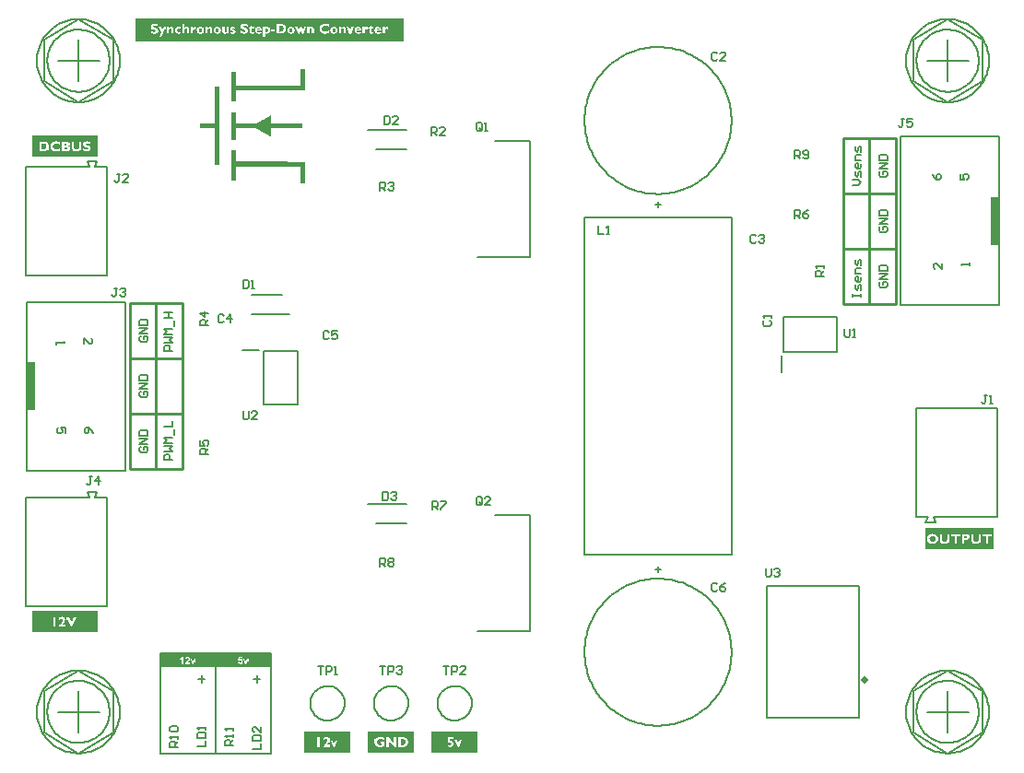
<source format=gto>
G04*
G04 #@! TF.GenerationSoftware,Altium Limited,Altium Designer,21.1.1 (26)*
G04*
G04 Layer_Color=65535*
%FSLAX25Y25*%
%MOIN*%
G70*
G04*
G04 #@! TF.SameCoordinates,71F490B5-E471-4577-894E-B108FF22964F*
G04*
G04*
G04 #@! TF.FilePolarity,Positive*
G04*
G01*
G75*
%ADD10C,0.00591*%
%ADD11C,0.01181*%
%ADD12C,0.00787*%
%ADD13C,0.00600*%
%ADD14C,0.00500*%
%ADD15C,0.01000*%
%ADD16R,0.03150X0.17717*%
G36*
X241486Y416922D02*
Y416823D01*
Y416724D01*
Y416625D01*
Y416526D01*
Y416427D01*
Y416327D01*
Y416228D01*
Y416129D01*
Y416030D01*
Y415931D01*
Y415832D01*
Y415733D01*
Y415634D01*
Y415535D01*
Y415436D01*
Y415337D01*
Y415237D01*
Y415138D01*
Y415039D01*
Y414940D01*
Y414841D01*
Y414742D01*
X241386D01*
Y414643D01*
Y414544D01*
Y414445D01*
Y414346D01*
Y414247D01*
Y414147D01*
Y414048D01*
Y413949D01*
Y413850D01*
Y413751D01*
Y413652D01*
Y413553D01*
Y413454D01*
Y413355D01*
Y413256D01*
Y413156D01*
Y413057D01*
Y412958D01*
Y412859D01*
Y412760D01*
Y412661D01*
Y412562D01*
Y412463D01*
Y412364D01*
Y412265D01*
Y412166D01*
Y412067D01*
Y411967D01*
Y411868D01*
Y411769D01*
Y411670D01*
Y411571D01*
Y411472D01*
Y411373D01*
Y411274D01*
Y411175D01*
Y411075D01*
Y410976D01*
Y410877D01*
Y410778D01*
Y410679D01*
Y410580D01*
Y410481D01*
Y410382D01*
Y410283D01*
Y410184D01*
Y410085D01*
Y409985D01*
Y409887D01*
Y409787D01*
Y409688D01*
Y409589D01*
Y409490D01*
Y409391D01*
Y409292D01*
X216415D01*
Y409193D01*
Y409094D01*
Y408995D01*
Y408895D01*
Y408796D01*
Y408697D01*
Y408598D01*
Y408499D01*
Y408400D01*
Y408301D01*
Y408202D01*
X216316D01*
Y408103D01*
Y408004D01*
Y407905D01*
Y407805D01*
Y407706D01*
Y407607D01*
Y407508D01*
Y407409D01*
Y407310D01*
Y407211D01*
Y407112D01*
Y407013D01*
Y406914D01*
Y406815D01*
Y406715D01*
Y406616D01*
Y406517D01*
Y406418D01*
Y406319D01*
Y406220D01*
Y406121D01*
Y406022D01*
Y405923D01*
Y405824D01*
Y405724D01*
Y405625D01*
Y405526D01*
Y405427D01*
Y405328D01*
Y405229D01*
X214632D01*
Y405328D01*
Y405427D01*
Y405526D01*
Y405625D01*
Y405724D01*
Y405824D01*
Y405923D01*
Y406022D01*
Y406121D01*
Y406220D01*
Y406319D01*
Y406418D01*
Y406517D01*
Y406616D01*
Y406715D01*
Y406815D01*
Y406914D01*
Y407013D01*
Y407112D01*
Y407211D01*
Y407310D01*
Y407409D01*
Y407508D01*
Y407607D01*
Y407706D01*
Y407805D01*
Y407905D01*
Y408004D01*
Y408103D01*
Y408202D01*
Y408301D01*
Y408400D01*
Y408499D01*
Y408598D01*
Y408697D01*
Y408796D01*
Y408895D01*
Y408995D01*
Y409094D01*
Y409193D01*
Y409292D01*
Y409391D01*
Y409490D01*
Y409589D01*
Y409688D01*
Y409787D01*
Y409887D01*
Y409985D01*
Y410085D01*
Y410184D01*
Y410283D01*
Y410382D01*
Y410481D01*
Y410580D01*
Y410679D01*
Y410778D01*
Y410877D01*
Y410976D01*
Y411075D01*
Y411175D01*
Y411274D01*
Y411373D01*
Y411472D01*
Y411571D01*
Y411670D01*
Y411769D01*
Y411868D01*
Y411967D01*
Y412067D01*
Y412166D01*
Y412265D01*
Y412364D01*
Y412463D01*
Y412562D01*
Y412661D01*
Y412760D01*
Y412859D01*
Y412958D01*
Y413057D01*
Y413156D01*
Y413256D01*
Y413355D01*
Y413454D01*
Y413553D01*
Y413652D01*
Y413751D01*
Y413850D01*
Y413949D01*
Y414048D01*
Y414147D01*
Y414247D01*
Y414346D01*
Y414445D01*
Y414544D01*
Y414643D01*
Y414742D01*
Y414841D01*
Y414940D01*
Y415039D01*
Y415138D01*
Y415237D01*
Y415337D01*
Y415436D01*
Y415535D01*
Y415634D01*
Y415733D01*
Y415832D01*
Y415931D01*
Y416030D01*
X216415D01*
Y415931D01*
Y415832D01*
Y415733D01*
Y415634D01*
Y415535D01*
Y415436D01*
Y415337D01*
Y415237D01*
Y415138D01*
Y415039D01*
Y414940D01*
Y414841D01*
Y414742D01*
Y414643D01*
Y414544D01*
Y414445D01*
Y414346D01*
Y414247D01*
Y414147D01*
Y414048D01*
Y413949D01*
Y413850D01*
Y413751D01*
Y413652D01*
Y413553D01*
Y413454D01*
Y413355D01*
Y413256D01*
Y413156D01*
Y413057D01*
Y412958D01*
Y412859D01*
Y412760D01*
Y412661D01*
Y412562D01*
Y412463D01*
Y412364D01*
Y412265D01*
Y412166D01*
Y412067D01*
Y411967D01*
Y411868D01*
Y411769D01*
Y411670D01*
Y411571D01*
Y411472D01*
Y411373D01*
Y411274D01*
Y411175D01*
Y411075D01*
X239702D01*
Y411175D01*
Y411274D01*
Y411373D01*
Y411472D01*
Y411571D01*
Y411670D01*
Y411769D01*
Y411868D01*
Y411967D01*
Y412067D01*
Y412166D01*
Y412265D01*
Y412364D01*
Y412463D01*
Y412562D01*
Y412661D01*
Y412760D01*
Y412859D01*
Y412958D01*
Y413057D01*
Y413156D01*
Y413256D01*
Y413355D01*
Y413454D01*
Y413553D01*
Y413652D01*
Y413751D01*
Y413850D01*
Y413949D01*
Y414048D01*
Y414147D01*
Y414247D01*
Y414346D01*
Y414445D01*
Y414544D01*
Y414643D01*
Y414742D01*
Y414841D01*
Y414940D01*
Y415039D01*
Y415138D01*
Y415237D01*
Y415337D01*
Y415436D01*
Y415535D01*
Y415634D01*
Y415733D01*
Y415832D01*
Y415931D01*
Y416030D01*
Y416129D01*
Y416228D01*
Y416327D01*
Y416427D01*
Y416526D01*
Y416625D01*
Y416724D01*
Y416823D01*
Y416922D01*
Y417021D01*
X241486D01*
Y416922D01*
D02*
G37*
G36*
X216415Y401166D02*
Y401067D01*
Y400968D01*
Y400869D01*
Y400770D01*
Y400671D01*
Y400572D01*
Y400473D01*
Y400374D01*
Y400275D01*
Y400176D01*
Y400076D01*
Y399977D01*
Y399878D01*
Y399779D01*
Y399680D01*
Y399581D01*
Y399482D01*
Y399383D01*
Y399284D01*
Y399184D01*
Y399085D01*
Y398986D01*
Y398887D01*
Y398788D01*
Y398689D01*
Y398590D01*
Y398491D01*
Y398392D01*
Y398293D01*
Y398194D01*
Y398095D01*
Y397995D01*
Y397896D01*
Y397797D01*
Y397698D01*
Y397599D01*
Y397500D01*
Y397401D01*
Y397302D01*
X223946D01*
Y397401D01*
X224145D01*
Y397500D01*
X224343D01*
Y397599D01*
X224442D01*
Y397698D01*
X224640D01*
Y397797D01*
X224838D01*
Y397896D01*
X225036D01*
Y397995D01*
X225135D01*
Y398095D01*
X225334D01*
Y398194D01*
X225532D01*
Y398293D01*
X225631D01*
Y398392D01*
X225829D01*
Y398491D01*
X226027D01*
Y398590D01*
X226225D01*
Y398689D01*
X226325D01*
Y398788D01*
X226523D01*
Y398887D01*
X226721D01*
Y398986D01*
X226919D01*
Y399085D01*
X227018D01*
Y399184D01*
X227216D01*
Y399284D01*
X227415D01*
Y399383D01*
X227613D01*
Y399482D01*
X227712D01*
Y399581D01*
X227910D01*
Y399680D01*
X228108D01*
Y399779D01*
X228306D01*
Y399878D01*
X228405D01*
Y399977D01*
X228604D01*
Y400076D01*
X228802D01*
Y400176D01*
X228901D01*
Y400076D01*
Y399977D01*
Y399878D01*
X229000D01*
Y399779D01*
Y399680D01*
Y399581D01*
Y399482D01*
Y399383D01*
Y399284D01*
Y399184D01*
Y399085D01*
Y398986D01*
Y398887D01*
Y398788D01*
Y398689D01*
Y398590D01*
Y398491D01*
Y398392D01*
Y398293D01*
Y398194D01*
Y398095D01*
Y397995D01*
Y397896D01*
Y397797D01*
Y397698D01*
Y397599D01*
Y397500D01*
Y397401D01*
Y397302D01*
X240495D01*
Y397203D01*
Y397104D01*
Y397005D01*
Y396905D01*
Y396806D01*
Y396707D01*
Y396608D01*
Y396509D01*
Y396410D01*
Y396311D01*
Y396212D01*
Y396113D01*
Y396014D01*
Y395915D01*
Y395815D01*
Y395716D01*
Y395617D01*
Y395518D01*
X229000D01*
Y395419D01*
Y395320D01*
Y395221D01*
Y395122D01*
Y395023D01*
Y394924D01*
Y394825D01*
Y394725D01*
Y394626D01*
Y394527D01*
Y394428D01*
Y394329D01*
Y394230D01*
Y394131D01*
Y394032D01*
Y393933D01*
Y393834D01*
Y393735D01*
Y393635D01*
Y393536D01*
Y393437D01*
Y393338D01*
Y393239D01*
Y393140D01*
X228901D01*
Y393041D01*
Y392942D01*
Y392843D01*
Y392744D01*
Y392645D01*
Y392545D01*
X228802D01*
Y392645D01*
X228604D01*
Y392744D01*
X228405D01*
Y392843D01*
X228306D01*
Y392942D01*
X228108D01*
Y393041D01*
X227910D01*
Y393140D01*
X227712D01*
Y393239D01*
X227514D01*
Y393338D01*
X227415D01*
Y393437D01*
X227216D01*
Y393536D01*
X227018D01*
Y393635D01*
X226820D01*
Y393735D01*
X226721D01*
Y393834D01*
X226523D01*
Y393933D01*
X226325D01*
Y394032D01*
X226126D01*
Y394131D01*
X226027D01*
Y394230D01*
X225829D01*
Y394329D01*
X225631D01*
Y394428D01*
X225433D01*
Y394527D01*
X225334D01*
Y394626D01*
X225135D01*
Y394725D01*
X224937D01*
Y394825D01*
X224838D01*
Y394924D01*
X224640D01*
Y395023D01*
X224442D01*
Y395122D01*
X224244D01*
Y395221D01*
X224145D01*
Y395320D01*
X223946D01*
Y395419D01*
X223748D01*
Y395518D01*
X216415D01*
Y395419D01*
Y395320D01*
Y395221D01*
Y395122D01*
Y395023D01*
Y394924D01*
Y394825D01*
Y394725D01*
Y394626D01*
Y394527D01*
Y394428D01*
X216316D01*
Y394329D01*
Y394230D01*
Y394131D01*
Y394032D01*
Y393933D01*
Y393834D01*
Y393735D01*
Y393635D01*
Y393536D01*
Y393437D01*
Y393338D01*
Y393239D01*
Y393140D01*
Y393041D01*
Y392942D01*
Y392843D01*
Y392744D01*
Y392645D01*
Y392545D01*
Y392446D01*
Y392347D01*
Y392248D01*
Y392149D01*
Y392050D01*
Y391951D01*
Y391852D01*
Y391753D01*
Y391654D01*
Y391554D01*
Y391455D01*
X214632D01*
Y391554D01*
Y391654D01*
Y391753D01*
Y391852D01*
Y391951D01*
Y392050D01*
Y392149D01*
Y392248D01*
Y392347D01*
Y392446D01*
Y392545D01*
Y392645D01*
Y392744D01*
Y392843D01*
Y392942D01*
Y393041D01*
Y393140D01*
Y393239D01*
Y393338D01*
Y393437D01*
Y393536D01*
Y393635D01*
Y393735D01*
Y393834D01*
Y393933D01*
Y394032D01*
Y394131D01*
Y394230D01*
Y394329D01*
Y394428D01*
Y394527D01*
Y394626D01*
Y394725D01*
Y394825D01*
Y394924D01*
Y395023D01*
Y395122D01*
Y395221D01*
Y395320D01*
Y395419D01*
Y395518D01*
Y395617D01*
Y395716D01*
Y395815D01*
Y395915D01*
Y396014D01*
Y396113D01*
Y396212D01*
Y396311D01*
Y396410D01*
Y396509D01*
Y396608D01*
Y396707D01*
Y396806D01*
Y396905D01*
Y397005D01*
Y397104D01*
Y397203D01*
Y397302D01*
Y397401D01*
Y397500D01*
Y397599D01*
Y397698D01*
Y397797D01*
Y397896D01*
Y397995D01*
Y398095D01*
Y398194D01*
Y398293D01*
Y398392D01*
Y398491D01*
Y398590D01*
Y398689D01*
Y398788D01*
Y398887D01*
Y398986D01*
Y399085D01*
Y399184D01*
Y399284D01*
Y399383D01*
Y399482D01*
Y399581D01*
Y399680D01*
Y399779D01*
Y399878D01*
Y399977D01*
Y400076D01*
Y400176D01*
Y400275D01*
Y400374D01*
Y400473D01*
Y400572D01*
Y400671D01*
Y400770D01*
Y400869D01*
Y400968D01*
Y401067D01*
Y401166D01*
Y401265D01*
X216415D01*
Y401166D01*
D02*
G37*
G36*
X210371Y410382D02*
Y410283D01*
Y410184D01*
Y410085D01*
Y409985D01*
Y409887D01*
Y409787D01*
Y409688D01*
Y409589D01*
Y409490D01*
Y409391D01*
Y409292D01*
Y409193D01*
Y409094D01*
Y408995D01*
Y408895D01*
Y408796D01*
Y408697D01*
Y408598D01*
Y408499D01*
Y408400D01*
Y408301D01*
Y408202D01*
Y408103D01*
Y408004D01*
Y407905D01*
Y407805D01*
Y407706D01*
Y407607D01*
Y407508D01*
Y407409D01*
Y407310D01*
Y407211D01*
Y407112D01*
Y407013D01*
Y406914D01*
Y406815D01*
Y406715D01*
Y406616D01*
Y406517D01*
Y406418D01*
Y406319D01*
Y406220D01*
Y406121D01*
Y406022D01*
Y405923D01*
Y405824D01*
Y405724D01*
Y405625D01*
Y405526D01*
Y405427D01*
Y405328D01*
Y405229D01*
Y405130D01*
Y405031D01*
Y404932D01*
Y404833D01*
Y404734D01*
Y404635D01*
Y404535D01*
Y404436D01*
Y404337D01*
Y404238D01*
Y404139D01*
Y404040D01*
Y403941D01*
Y403842D01*
Y403743D01*
Y403644D01*
Y403545D01*
Y403445D01*
Y403346D01*
Y403247D01*
Y403148D01*
Y403049D01*
Y402950D01*
Y402851D01*
Y402752D01*
Y402653D01*
Y402554D01*
Y402455D01*
Y402355D01*
Y402256D01*
Y402157D01*
Y402058D01*
Y401959D01*
Y401860D01*
Y401761D01*
Y401662D01*
Y401563D01*
Y401464D01*
Y401365D01*
Y401265D01*
Y401166D01*
Y401067D01*
Y400968D01*
Y400869D01*
Y400770D01*
Y400671D01*
Y400572D01*
Y400473D01*
Y400374D01*
Y400275D01*
Y400176D01*
Y400076D01*
Y399977D01*
Y399878D01*
Y399779D01*
Y399680D01*
Y399581D01*
Y399482D01*
Y399383D01*
Y399284D01*
Y399184D01*
Y399085D01*
Y398986D01*
Y398887D01*
Y398788D01*
Y398689D01*
Y398590D01*
Y398491D01*
Y398392D01*
Y398293D01*
Y398194D01*
Y398095D01*
Y397995D01*
Y397896D01*
Y397797D01*
Y397698D01*
Y397599D01*
Y397500D01*
Y397401D01*
Y397302D01*
Y397203D01*
Y397104D01*
Y397005D01*
Y396905D01*
Y396806D01*
Y396707D01*
Y396608D01*
Y396509D01*
Y396410D01*
Y396311D01*
Y396212D01*
Y396113D01*
Y396014D01*
Y395915D01*
Y395815D01*
Y395716D01*
Y395617D01*
Y395518D01*
Y395419D01*
Y395320D01*
Y395221D01*
Y395122D01*
Y395023D01*
Y394924D01*
Y394825D01*
Y394725D01*
Y394626D01*
Y394527D01*
Y394428D01*
Y394329D01*
Y394230D01*
Y394131D01*
Y394032D01*
Y393933D01*
Y393834D01*
Y393735D01*
Y393635D01*
Y393536D01*
Y393437D01*
Y393338D01*
Y393239D01*
Y393140D01*
Y393041D01*
Y392942D01*
Y392843D01*
Y392744D01*
Y392645D01*
Y392545D01*
Y392446D01*
Y392347D01*
Y392248D01*
Y392149D01*
Y392050D01*
Y391951D01*
Y391852D01*
Y391753D01*
Y391654D01*
Y391554D01*
Y391455D01*
Y391356D01*
Y391257D01*
Y391158D01*
Y391059D01*
Y390960D01*
Y390861D01*
Y390762D01*
Y390663D01*
Y390564D01*
Y390464D01*
Y390365D01*
Y390266D01*
Y390167D01*
Y390068D01*
Y389969D01*
Y389870D01*
Y389771D01*
Y389672D01*
Y389573D01*
Y389474D01*
Y389374D01*
Y389275D01*
Y389176D01*
Y389077D01*
Y388978D01*
Y388879D01*
Y388780D01*
Y388681D01*
Y388582D01*
Y388483D01*
Y388384D01*
Y388284D01*
Y388185D01*
Y388086D01*
Y387987D01*
Y387888D01*
Y387789D01*
Y387690D01*
Y387591D01*
Y387492D01*
Y387393D01*
Y387294D01*
Y387194D01*
Y387095D01*
Y386996D01*
Y386897D01*
Y386798D01*
Y386699D01*
Y386600D01*
Y386501D01*
Y386402D01*
Y386303D01*
Y386204D01*
Y386104D01*
Y386005D01*
Y385906D01*
Y385807D01*
Y385708D01*
Y385609D01*
Y385510D01*
Y385411D01*
Y385312D01*
Y385213D01*
Y385114D01*
Y385014D01*
Y384915D01*
Y384816D01*
Y384717D01*
Y384618D01*
Y384519D01*
Y384420D01*
Y384321D01*
Y384222D01*
Y384123D01*
Y384023D01*
Y383925D01*
Y383825D01*
Y383726D01*
Y383627D01*
Y383528D01*
Y383429D01*
Y383330D01*
Y383231D01*
Y383132D01*
Y383033D01*
Y382933D01*
Y382834D01*
Y382735D01*
Y382636D01*
Y382537D01*
Y382438D01*
Y382339D01*
Y382240D01*
X208587D01*
Y382339D01*
Y382438D01*
Y382537D01*
Y382636D01*
Y382735D01*
Y382834D01*
Y382933D01*
Y383033D01*
Y383132D01*
Y383231D01*
Y383330D01*
Y383429D01*
Y383528D01*
Y383627D01*
Y383726D01*
Y383825D01*
Y383925D01*
Y384023D01*
Y384123D01*
Y384222D01*
Y384321D01*
Y384420D01*
Y384519D01*
Y384618D01*
Y384717D01*
Y384816D01*
Y384915D01*
Y385014D01*
Y385114D01*
Y385213D01*
Y385312D01*
Y385411D01*
Y385510D01*
Y385609D01*
Y385708D01*
Y385807D01*
Y385906D01*
Y386005D01*
Y386104D01*
Y386204D01*
Y386303D01*
Y386402D01*
Y386501D01*
Y386600D01*
Y386699D01*
Y386798D01*
Y386897D01*
Y386996D01*
Y387095D01*
Y387194D01*
Y387294D01*
Y387393D01*
Y387492D01*
Y387591D01*
Y387690D01*
Y387789D01*
Y387888D01*
Y387987D01*
Y388086D01*
Y388185D01*
Y388284D01*
Y388384D01*
Y388483D01*
Y388582D01*
Y388681D01*
Y388780D01*
Y388879D01*
Y388978D01*
Y389077D01*
Y389176D01*
Y389275D01*
Y389374D01*
Y389474D01*
Y389573D01*
Y389672D01*
Y389771D01*
Y389870D01*
Y389969D01*
Y390068D01*
Y390167D01*
Y390266D01*
Y390365D01*
Y390464D01*
Y390564D01*
Y390663D01*
Y390762D01*
Y390861D01*
Y390960D01*
Y391059D01*
Y391158D01*
Y391257D01*
Y391356D01*
Y391455D01*
Y391554D01*
Y391654D01*
Y391753D01*
Y391852D01*
Y391951D01*
Y392050D01*
Y392149D01*
Y392248D01*
Y392347D01*
Y392446D01*
Y392545D01*
Y392645D01*
Y392744D01*
Y392843D01*
Y392942D01*
Y393041D01*
Y393140D01*
Y393239D01*
Y393338D01*
Y393437D01*
Y393536D01*
Y393635D01*
Y393735D01*
Y393834D01*
Y393933D01*
Y394032D01*
Y394131D01*
Y394230D01*
Y394329D01*
Y394428D01*
Y394527D01*
Y394626D01*
Y394725D01*
Y394825D01*
Y394924D01*
Y395023D01*
Y395122D01*
Y395221D01*
Y395320D01*
Y395419D01*
Y395518D01*
X203434D01*
Y395617D01*
Y395716D01*
Y395815D01*
Y395915D01*
Y396014D01*
Y396113D01*
Y396212D01*
Y396311D01*
Y396410D01*
Y396509D01*
Y396608D01*
Y396707D01*
Y396806D01*
Y396905D01*
Y397005D01*
Y397104D01*
Y397203D01*
X204921D01*
Y397302D01*
X208587D01*
Y397401D01*
Y397500D01*
Y397599D01*
Y397698D01*
Y397797D01*
Y397896D01*
Y397995D01*
Y398095D01*
Y398194D01*
Y398293D01*
Y398392D01*
Y398491D01*
Y398590D01*
Y398689D01*
Y398788D01*
Y398887D01*
Y398986D01*
Y399085D01*
Y399184D01*
Y399284D01*
Y399383D01*
Y399482D01*
Y399581D01*
Y399680D01*
Y399779D01*
Y399878D01*
Y399977D01*
Y400076D01*
Y400176D01*
Y400275D01*
Y400374D01*
Y400473D01*
Y400572D01*
Y400671D01*
Y400770D01*
Y400869D01*
Y400968D01*
Y401067D01*
Y401166D01*
Y401265D01*
Y401365D01*
Y401464D01*
Y401563D01*
Y401662D01*
Y401761D01*
Y401860D01*
Y401959D01*
Y402058D01*
Y402157D01*
Y402256D01*
Y402355D01*
Y402455D01*
Y402554D01*
Y402653D01*
Y402752D01*
Y402851D01*
Y402950D01*
Y403049D01*
Y403148D01*
Y403247D01*
Y403346D01*
Y403445D01*
Y403545D01*
Y403644D01*
Y403743D01*
Y403842D01*
Y403941D01*
Y404040D01*
Y404139D01*
Y404238D01*
Y404337D01*
Y404436D01*
Y404535D01*
Y404635D01*
Y404734D01*
Y404833D01*
Y404932D01*
Y405031D01*
Y405130D01*
Y405229D01*
Y405328D01*
Y405427D01*
Y405526D01*
Y405625D01*
Y405724D01*
Y405824D01*
Y405923D01*
Y406022D01*
Y406121D01*
Y406220D01*
Y406319D01*
Y406418D01*
Y406517D01*
Y406616D01*
Y406715D01*
Y406815D01*
Y406914D01*
Y407013D01*
Y407112D01*
Y407211D01*
Y407310D01*
Y407409D01*
Y407508D01*
Y407607D01*
Y407706D01*
Y407805D01*
Y407905D01*
Y408004D01*
Y408103D01*
Y408202D01*
Y408301D01*
Y408400D01*
Y408499D01*
Y408598D01*
Y408697D01*
Y408796D01*
Y408895D01*
Y408995D01*
Y409094D01*
Y409193D01*
Y409292D01*
Y409391D01*
Y409490D01*
Y409589D01*
Y409688D01*
Y409787D01*
Y409887D01*
Y409985D01*
Y410085D01*
Y410184D01*
Y410283D01*
Y410382D01*
Y410481D01*
X210371D01*
Y410382D01*
D02*
G37*
G36*
X216415Y387393D02*
Y387294D01*
Y387194D01*
Y387095D01*
Y386996D01*
Y386897D01*
Y386798D01*
Y386699D01*
Y386600D01*
Y386501D01*
Y386402D01*
Y386303D01*
Y386204D01*
Y386104D01*
Y386005D01*
Y385906D01*
Y385807D01*
Y385708D01*
Y385609D01*
Y385510D01*
Y385411D01*
Y385312D01*
Y385213D01*
Y385114D01*
Y385014D01*
Y384915D01*
Y384816D01*
Y384717D01*
Y384618D01*
Y384519D01*
Y384420D01*
Y384321D01*
Y384222D01*
Y384123D01*
Y384023D01*
Y383925D01*
Y383825D01*
Y383726D01*
Y383627D01*
Y383528D01*
X234946D01*
Y383429D01*
X241386D01*
Y383330D01*
Y383231D01*
Y383132D01*
Y383033D01*
Y382933D01*
Y382834D01*
Y382735D01*
Y382636D01*
Y382537D01*
Y382438D01*
Y382339D01*
Y382240D01*
Y382141D01*
Y382042D01*
Y381943D01*
Y381843D01*
Y381744D01*
Y381645D01*
Y381546D01*
Y381447D01*
Y381348D01*
Y381249D01*
Y381150D01*
Y381051D01*
Y380952D01*
Y380853D01*
Y380753D01*
Y380654D01*
Y380555D01*
Y380456D01*
Y380357D01*
Y380258D01*
Y380159D01*
Y380060D01*
Y379961D01*
Y379862D01*
Y379763D01*
Y379663D01*
Y379564D01*
Y379465D01*
Y379366D01*
Y379267D01*
Y379168D01*
Y379069D01*
Y378970D01*
Y378871D01*
Y378772D01*
Y378673D01*
Y378573D01*
Y378474D01*
Y378375D01*
Y378276D01*
Y378177D01*
Y378078D01*
Y377979D01*
Y377880D01*
Y377781D01*
Y377682D01*
Y377583D01*
Y377484D01*
Y377384D01*
Y377285D01*
Y377186D01*
Y377087D01*
Y376988D01*
Y376889D01*
Y376790D01*
Y376691D01*
Y376592D01*
Y376493D01*
Y376394D01*
Y376294D01*
Y376195D01*
Y376096D01*
Y375997D01*
Y375898D01*
Y375799D01*
Y375700D01*
X239702D01*
Y375799D01*
Y375898D01*
Y375997D01*
Y376096D01*
Y376195D01*
Y376294D01*
Y376394D01*
Y376493D01*
Y376592D01*
Y376691D01*
Y376790D01*
Y376889D01*
Y376988D01*
Y377087D01*
Y377186D01*
Y377285D01*
Y377384D01*
Y377484D01*
Y377583D01*
Y377682D01*
Y377781D01*
Y377880D01*
Y377979D01*
Y378078D01*
Y378177D01*
Y378276D01*
Y378375D01*
Y378474D01*
Y378573D01*
Y378673D01*
Y378772D01*
Y378871D01*
Y378970D01*
Y379069D01*
Y379168D01*
Y379267D01*
Y379366D01*
Y379465D01*
Y379564D01*
Y379663D01*
Y379763D01*
Y379862D01*
Y379961D01*
Y380060D01*
Y380159D01*
Y380258D01*
Y380357D01*
Y380456D01*
Y380555D01*
Y380654D01*
Y380753D01*
Y380853D01*
Y380952D01*
Y381051D01*
Y381150D01*
Y381249D01*
Y381348D01*
Y381447D01*
Y381546D01*
Y381645D01*
Y381744D01*
X216415D01*
Y381645D01*
Y381546D01*
Y381447D01*
Y381348D01*
Y381249D01*
Y381150D01*
Y381051D01*
Y380952D01*
Y380853D01*
Y380753D01*
Y380654D01*
Y380555D01*
Y380456D01*
X216316D01*
Y380357D01*
Y380258D01*
Y380159D01*
Y380060D01*
Y379961D01*
Y379862D01*
Y379763D01*
Y379663D01*
Y379564D01*
Y379465D01*
Y379366D01*
Y379267D01*
Y379168D01*
Y379069D01*
Y378970D01*
Y378871D01*
Y378772D01*
Y378673D01*
Y378573D01*
Y378474D01*
Y378375D01*
Y378276D01*
Y378177D01*
Y378078D01*
Y377979D01*
Y377880D01*
Y377781D01*
Y377682D01*
Y377583D01*
Y377484D01*
Y377384D01*
Y377285D01*
Y377186D01*
Y377087D01*
Y376988D01*
Y376889D01*
Y376790D01*
Y376691D01*
X214632D01*
Y376790D01*
Y376889D01*
Y376988D01*
Y377087D01*
Y377186D01*
Y377285D01*
Y377384D01*
Y377484D01*
Y377583D01*
Y377682D01*
Y377781D01*
Y377880D01*
Y377979D01*
Y378078D01*
Y378177D01*
Y378276D01*
Y378375D01*
Y378474D01*
Y378573D01*
Y378673D01*
Y378772D01*
Y378871D01*
Y378970D01*
Y379069D01*
Y379168D01*
Y379267D01*
Y379366D01*
Y379465D01*
Y379564D01*
Y379663D01*
Y379763D01*
Y379862D01*
Y379961D01*
Y380060D01*
Y380159D01*
Y380258D01*
Y380357D01*
Y380456D01*
Y380555D01*
Y380654D01*
Y380753D01*
Y380853D01*
Y380952D01*
Y381051D01*
Y381150D01*
Y381249D01*
Y381348D01*
Y381447D01*
Y381546D01*
Y381645D01*
Y381744D01*
Y381843D01*
Y381943D01*
Y382042D01*
Y382141D01*
Y382240D01*
Y382339D01*
Y382438D01*
Y382537D01*
Y382636D01*
Y382735D01*
Y382834D01*
Y382933D01*
Y383033D01*
Y383132D01*
Y383231D01*
Y383330D01*
Y383429D01*
Y383528D01*
Y383627D01*
Y383726D01*
Y383825D01*
Y383925D01*
Y384023D01*
Y384123D01*
Y384222D01*
Y384321D01*
Y384420D01*
Y384519D01*
Y384618D01*
Y384717D01*
Y384816D01*
Y384915D01*
Y385014D01*
Y385114D01*
Y385213D01*
Y385312D01*
Y385411D01*
Y385510D01*
Y385609D01*
Y385708D01*
Y385807D01*
Y385906D01*
Y386005D01*
Y386104D01*
Y386204D01*
Y386303D01*
Y386402D01*
Y386501D01*
Y386600D01*
Y386699D01*
Y386798D01*
Y386897D01*
Y386996D01*
Y387095D01*
Y387194D01*
Y387294D01*
Y387393D01*
Y387492D01*
X216415D01*
Y387393D01*
D02*
G37*
G36*
X229000Y200500D02*
X209000D01*
Y205500D01*
X229000D01*
Y200500D01*
D02*
G37*
G36*
X303850Y169638D02*
X287150D01*
Y177362D01*
X303850D01*
Y169638D01*
D02*
G37*
G36*
X280850D02*
X264150D01*
Y177362D01*
X280850D01*
Y169638D01*
D02*
G37*
G36*
X209000Y200500D02*
X189000D01*
Y205500D01*
X209000D01*
Y200500D01*
D02*
G37*
G36*
X166233Y385138D02*
X142767D01*
Y392862D01*
X166233D01*
Y385138D01*
D02*
G37*
G36*
X257850Y169638D02*
X241150D01*
Y177362D01*
X257850D01*
Y169638D01*
D02*
G37*
G36*
X490366Y243138D02*
X465634D01*
Y250862D01*
X490366D01*
Y243138D01*
D02*
G37*
G36*
X276917Y426872D02*
X180083D01*
Y435128D01*
X276917D01*
Y426872D01*
D02*
G37*
G36*
X166233Y213138D02*
X142767D01*
Y220862D01*
X166233D01*
Y213138D01*
D02*
G37*
%LPC*%
G36*
X218837Y204288D02*
D01*
Y202619D01*
X218833Y202689D01*
X218826Y202756D01*
X218815Y202819D01*
X218800Y202878D01*
X218785Y202930D01*
X218763Y202981D01*
X218745Y203030D01*
X218723Y203070D01*
X218700Y203107D01*
X218682Y203141D01*
X218660Y203170D01*
X218645Y203192D01*
X218630Y203211D01*
X218619Y203226D01*
X218612Y203233D01*
X218608Y203237D01*
X218563Y203277D01*
X218519Y203314D01*
X218471Y203348D01*
X218423Y203377D01*
X218378Y203400D01*
X218330Y203418D01*
X218245Y203448D01*
X218204Y203459D01*
X218167Y203466D01*
X218134Y203470D01*
X218108Y203474D01*
X218086Y203477D01*
X218053D01*
X217990Y203474D01*
X217927Y203463D01*
X217871Y203451D01*
X217820Y203437D01*
X217779Y203418D01*
X217746Y203407D01*
X217723Y203396D01*
X217720Y203392D01*
X217716D01*
X217794Y203829D01*
X218723D01*
Y204288D01*
X218837D01*
X217424D01*
X217172Y202952D01*
X217568Y202896D01*
X217601Y202930D01*
X217635Y202959D01*
X217668Y202985D01*
X217701Y203007D01*
X217764Y203041D01*
X217823Y203063D01*
X217875Y203074D01*
X217912Y203081D01*
X217927Y203085D01*
X217949D01*
X218008Y203081D01*
X218064Y203067D01*
X218112Y203048D01*
X218153Y203026D01*
X218182Y203000D01*
X218208Y202981D01*
X218223Y202967D01*
X218227Y202963D01*
X218264Y202915D01*
X218290Y202859D01*
X218308Y202800D01*
X218319Y202741D01*
X218330Y202689D01*
X218334Y202648D01*
Y202630D01*
Y202619D01*
Y202611D01*
Y202608D01*
X218330Y202519D01*
X218319Y202441D01*
X218301Y202378D01*
X218282Y202327D01*
X218260Y202282D01*
X218245Y202253D01*
X218230Y202238D01*
X218227Y202230D01*
X218186Y202190D01*
X218142Y202156D01*
X218097Y202134D01*
X218057Y202119D01*
X218020Y202112D01*
X217990Y202108D01*
X217971Y202105D01*
X217964D01*
X217916Y202108D01*
X217868Y202119D01*
X217827Y202134D01*
X217794Y202153D01*
X217764Y202171D01*
X217742Y202186D01*
X217727Y202197D01*
X217723Y202201D01*
X217690Y202241D01*
X217661Y202282D01*
X217638Y202327D01*
X217624Y202367D01*
X217613Y202404D01*
X217605Y202438D01*
X217601Y202456D01*
Y202464D01*
X217113Y202412D01*
D01*
X217124Y202352D01*
X217135Y202297D01*
X217172Y202197D01*
X217213Y202108D01*
X217235Y202071D01*
X217261Y202034D01*
X217283Y202005D01*
X217302Y201979D01*
X217324Y201957D01*
X217339Y201934D01*
X217354Y201920D01*
X217365Y201908D01*
X217372Y201905D01*
X217376Y201901D01*
X217420Y201868D01*
X217464Y201838D01*
X217513Y201812D01*
X217561Y201794D01*
X217661Y201757D01*
X217749Y201735D01*
X217794Y201727D01*
X217831Y201724D01*
X217868Y201720D01*
X217897Y201716D01*
X217923Y201712D01*
X217957D01*
X218038Y201716D01*
X218116Y201727D01*
X218186Y201742D01*
X218253Y201764D01*
X218316Y201790D01*
X218371Y201820D01*
X218423Y201849D01*
X218471Y201883D01*
X218512Y201912D01*
X218549Y201942D01*
X218582Y201971D01*
X218608Y201997D01*
X218626Y202020D01*
X218641Y202034D01*
X218649Y202045D01*
X218652Y202049D01*
X218686Y202097D01*
X218715Y202145D01*
X218737Y202193D01*
X218759Y202245D01*
X218793Y202341D01*
X218815Y202430D01*
X218822Y202467D01*
X218826Y202504D01*
X218833Y202537D01*
Y202567D01*
X218837Y202589D01*
Y201712D01*
D01*
D01*
Y204288D01*
D02*
G37*
G36*
X220887Y203618D02*
D01*
Y201761D01*
X220151D01*
X220887Y203618D01*
X220384D01*
X220029Y202667D01*
X220006Y202611D01*
X219992Y202560D01*
X219984Y202541D01*
X219981Y202526D01*
X219977Y202515D01*
Y202512D01*
X219973Y202493D01*
X219966Y202471D01*
X219947Y202415D01*
X219940Y202393D01*
X219932Y202371D01*
X219929Y202356D01*
X219925Y202352D01*
X219825Y202667D01*
X219474Y203618D01*
X218959D01*
D01*
X219707Y201761D01*
X218959D01*
X220887D01*
Y203618D01*
D02*
G37*
G36*
X298072Y174144D02*
X297273D01*
X296763Y172828D01*
X296258Y174144D01*
X296765D01*
X295458D01*
X296557Y171719D01*
X295458D01*
D01*
X296979D01*
X298072Y174144D01*
D02*
G37*
G36*
X294942Y175287D02*
X293111D01*
Y173267D01*
X293188Y173284D01*
X293261Y173295D01*
X293333Y173300D01*
X293388Y173306D01*
X293438Y173311D01*
X293510D01*
X293632Y173306D01*
X293738Y173289D01*
X293827Y173267D01*
X293904Y173245D01*
X293965Y173217D01*
X294010Y173195D01*
X294032Y173178D01*
X294043Y173173D01*
X294110Y173117D01*
X294154Y173062D01*
X294187Y173001D01*
X294215Y172940D01*
X294226Y172889D01*
X294232Y172845D01*
X294237Y172817D01*
Y172806D01*
X294232Y172729D01*
X294215Y172662D01*
X294187Y172601D01*
X294160Y172551D01*
X294126Y172512D01*
X294104Y172484D01*
X294082Y172462D01*
X294076Y172457D01*
X294015Y172412D01*
X293949Y172379D01*
X293882Y172351D01*
X293821Y172335D01*
X293760Y172323D01*
X293716Y172318D01*
X293677D01*
X293544Y172329D01*
X293416Y172351D01*
X293288Y172390D01*
X293172Y172434D01*
X293072Y172473D01*
X293033Y172495D01*
X292994Y172512D01*
X292966Y172523D01*
X292944Y172534D01*
X292933Y172545D01*
X292928D01*
D01*
Y171902D01*
X293061Y171841D01*
X293205Y171791D01*
X293344Y171757D01*
X293477Y171735D01*
X293544Y171730D01*
X293599Y171724D01*
X293649Y171719D01*
X293693D01*
X293727Y171713D01*
X292928D01*
X295059D01*
X293777D01*
X293882Y171719D01*
X293982Y171724D01*
X294082Y171741D01*
X294171Y171763D01*
X294254Y171785D01*
X294326Y171807D01*
X294398Y171835D01*
X294459Y171868D01*
X294520Y171896D01*
X294570Y171924D01*
X294609Y171946D01*
X294648Y171968D01*
X294676Y171990D01*
X294692Y172007D01*
X294704Y172013D01*
X294709Y172018D01*
X294770Y172079D01*
X294826Y172140D01*
X294870Y172207D01*
X294909Y172274D01*
X294948Y172340D01*
X294975Y172412D01*
X295014Y172540D01*
X295031Y172601D01*
X295042Y172656D01*
X295048Y172706D01*
X295053Y172751D01*
X295059Y172784D01*
Y172845D01*
Y172834D01*
X295053Y172923D01*
X295042Y173012D01*
X295025Y173089D01*
X295003Y173167D01*
X294948Y173306D01*
X294920Y173367D01*
X294887Y173422D01*
X294853Y173467D01*
X294826Y173511D01*
X294792Y173550D01*
X294770Y173583D01*
X294748Y173605D01*
X294731Y173622D01*
X294720Y173633D01*
X294715Y173639D01*
X294648Y173694D01*
X294582Y173744D01*
X294504Y173783D01*
X294432Y173816D01*
X294354Y173844D01*
X294282Y173866D01*
X294138Y173900D01*
X294071Y173911D01*
X294010Y173916D01*
X293954Y173922D01*
X293810D01*
Y174577D01*
X294942D01*
Y175287D01*
D02*
G37*
G36*
X268593Y175312D02*
X268515D01*
X268343Y175306D01*
X268182Y175290D01*
X268027Y175268D01*
X267882Y175234D01*
X267744Y175196D01*
X267616Y175151D01*
X267505Y175107D01*
X267400Y175057D01*
X267305Y175007D01*
X267222Y174962D01*
X267150Y174918D01*
X267089Y174879D01*
X267044Y174851D01*
X267011Y174824D01*
X266989Y174807D01*
X266983Y174802D01*
X266878Y174702D01*
X266789Y174602D01*
X266711Y174491D01*
X266645Y174385D01*
X266584Y174274D01*
X266539Y174163D01*
X266500Y174058D01*
X266467Y173958D01*
X266445Y173863D01*
X266428Y173775D01*
X266412Y173691D01*
X266406Y173625D01*
X266401Y173569D01*
X266395Y173525D01*
Y175312D01*
Y173492D01*
X266401Y173347D01*
X266423Y173209D01*
X266451Y173081D01*
X266489Y172959D01*
X266534Y172842D01*
X266584Y172737D01*
X266634Y172637D01*
X266689Y172548D01*
X266745Y172465D01*
X266795Y172398D01*
X266845Y172337D01*
X266889Y172287D01*
X266928Y172243D01*
X266955Y172215D01*
X266978Y172198D01*
X266983Y172193D01*
X267100Y172104D01*
X267216Y172027D01*
X267344Y171960D01*
X267472Y171899D01*
X267599Y171854D01*
X267722Y171810D01*
X267844Y171777D01*
X267960Y171749D01*
X268071Y171732D01*
X268171Y171716D01*
X268260Y171705D01*
X268343Y171694D01*
X268404D01*
X268454Y171688D01*
X269980D01*
Y173603D01*
X268593D01*
Y172959D01*
X269098D01*
Y172543D01*
X268987Y172504D01*
X268881Y172470D01*
X268787Y172448D01*
X268698Y172437D01*
X268621Y172426D01*
X268565Y172421D01*
X268515D01*
X268415Y172426D01*
X268321Y172432D01*
X268232Y172448D01*
X268143Y172465D01*
X268066Y172487D01*
X267993Y172509D01*
X267927Y172537D01*
X267866Y172565D01*
X267816Y172593D01*
X267766Y172620D01*
X267727Y172643D01*
X267694Y172665D01*
X267666Y172681D01*
X267649Y172698D01*
X267638Y172704D01*
X267633Y172709D01*
X267572Y172765D01*
X267522Y172826D01*
X267477Y172887D01*
X267438Y172948D01*
X267411Y173014D01*
X267383Y173075D01*
X267344Y173197D01*
X267316Y173303D01*
X267311Y173347D01*
X267305Y173386D01*
X267300Y173419D01*
Y173442D01*
Y173458D01*
Y173464D01*
X267305Y173553D01*
X267316Y173636D01*
X267333Y173719D01*
X267350Y173791D01*
X267405Y173930D01*
X267433Y173991D01*
X267466Y174047D01*
X267499Y174097D01*
X267527Y174135D01*
X267555Y174174D01*
X267583Y174208D01*
X267599Y174230D01*
X267616Y174247D01*
X267627Y174258D01*
X267633Y174263D01*
X267699Y174319D01*
X267771Y174369D01*
X267844Y174407D01*
X267921Y174446D01*
X268004Y174480D01*
X268082Y174502D01*
X268238Y174541D01*
X268304Y174552D01*
X268371Y174563D01*
X268432Y174568D01*
X268487Y174574D01*
X268526Y174580D01*
X268587D01*
X268709Y174574D01*
X268831Y174563D01*
X268948Y174552D01*
X269065Y174530D01*
X269286Y174474D01*
X269392Y174446D01*
X269492Y174418D01*
X269581Y174385D01*
X269658Y174357D01*
X269730Y174330D01*
X269792Y174302D01*
X269842Y174280D01*
X269880Y174269D01*
X269903Y174258D01*
X269908Y174252D01*
Y175018D01*
X269792Y175068D01*
X269670Y175118D01*
X269553Y175157D01*
X269431Y175190D01*
X269198Y175240D01*
X269087Y175262D01*
X268981Y175273D01*
X268881Y175290D01*
X268793Y175295D01*
X268715Y175301D01*
X268648Y175306D01*
X268593Y175312D01*
D02*
G37*
G36*
X276696Y175262D02*
X275103D01*
Y171738D01*
X278605D01*
D01*
X276557D01*
X276735Y171743D01*
X276907Y171760D01*
X277062Y171782D01*
X277206Y171810D01*
X277345Y171849D01*
X277467Y171888D01*
X277584Y171927D01*
X277684Y171971D01*
X277772Y172015D01*
X277850Y172054D01*
X277917Y172099D01*
X277972Y172132D01*
X278017Y172160D01*
X278050Y172182D01*
X278067Y172198D01*
X278072Y172204D01*
X278167Y172293D01*
X278250Y172393D01*
X278322Y172498D01*
X278383Y172604D01*
X278433Y172709D01*
X278477Y172815D01*
X278511Y172920D01*
X278538Y173026D01*
X278561Y173120D01*
X278577Y173209D01*
X278588Y173286D01*
X278599Y173359D01*
Y173414D01*
X278605Y173458D01*
Y173492D01*
X278599Y173636D01*
X278583Y173769D01*
X278555Y173902D01*
X278522Y174019D01*
X278483Y174135D01*
X278438Y174241D01*
X278389Y174335D01*
X278344Y174424D01*
X278294Y174502D01*
X278244Y174568D01*
X278200Y174629D01*
X278161Y174679D01*
X278128Y174718D01*
X278100Y174746D01*
X278083Y174763D01*
X278078Y174768D01*
X277978Y174857D01*
X277867Y174929D01*
X277756Y174996D01*
X277634Y175051D01*
X277517Y175101D01*
X277401Y175140D01*
X277284Y175173D01*
X277173Y175201D01*
X277068Y175223D01*
X276968Y175234D01*
X276879Y175245D01*
X276807Y175257D01*
X276746D01*
X276696Y175262D01*
D02*
G37*
G36*
X274315D02*
X270752D01*
Y171738D01*
X271629D01*
Y173991D01*
X273577Y171738D01*
X274315D01*
Y175262D01*
D02*
G37*
%LPD*%
G36*
X269980Y171688D02*
X268493D01*
X268648Y171694D01*
X268804Y171710D01*
X268948Y171727D01*
X269076Y171755D01*
X269131Y171766D01*
X269187Y171777D01*
X269231Y171788D01*
X269270Y171793D01*
X269298Y171804D01*
X269325Y171810D01*
X269337Y171816D01*
X269342D01*
X269492Y171871D01*
X269619Y171927D01*
X269730Y171982D01*
X269819Y172038D01*
X269892Y172088D01*
X269941Y172126D01*
X269969Y172149D01*
X269980Y172160D01*
Y171688D01*
D02*
G37*
G36*
X276640Y174613D02*
X276740Y174607D01*
X276829Y174591D01*
X276912Y174574D01*
X276990Y174552D01*
X277057Y174524D01*
X277123Y174496D01*
X277179Y174469D01*
X277234Y174441D01*
X277278Y174413D01*
X277312Y174391D01*
X277345Y174363D01*
X277367Y174346D01*
X277390Y174330D01*
X277395Y174324D01*
X277401Y174319D01*
X277456Y174258D01*
X277501Y174197D01*
X277539Y174130D01*
X277573Y174063D01*
X277628Y173925D01*
X277661Y173797D01*
X277678Y173736D01*
X277684Y173680D01*
X277689Y173625D01*
X277695Y173586D01*
X277700Y173547D01*
Y173519D01*
Y173503D01*
Y173497D01*
X277695Y173403D01*
X277689Y173320D01*
X277656Y173159D01*
X277634Y173087D01*
X277606Y173020D01*
X277578Y172959D01*
X277551Y172903D01*
X277523Y172853D01*
X277495Y172809D01*
X277473Y172776D01*
X277445Y172742D01*
X277428Y172720D01*
X277412Y172704D01*
X277406Y172693D01*
X277401Y172687D01*
X277345Y172631D01*
X277278Y172587D01*
X277212Y172548D01*
X277145Y172509D01*
X277001Y172454D01*
X276868Y172421D01*
X276801Y172409D01*
X276740Y172398D01*
X276690Y172393D01*
X276640Y172387D01*
X276607Y172382D01*
X275980D01*
Y174618D01*
X276540D01*
X276640Y174613D01*
D02*
G37*
G36*
X273438Y173103D02*
X271551Y175262D01*
X273438D01*
Y173103D01*
D02*
G37*
%LPC*%
G36*
X199697Y204288D02*
D01*
Y203570D01*
X199694Y203625D01*
X199686Y203681D01*
X199679Y203733D01*
X199664Y203781D01*
X199627Y203866D01*
X199590Y203940D01*
X199568Y203973D01*
X199549Y203999D01*
X199531Y204025D01*
X199512Y204043D01*
X199498Y204058D01*
X199490Y204073D01*
X199483Y204077D01*
X199479Y204080D01*
X199438Y204117D01*
X199390Y204151D01*
X199346Y204177D01*
X199294Y204199D01*
X199198Y204236D01*
X199102Y204262D01*
X199057Y204269D01*
X199017Y204276D01*
X198980Y204280D01*
X198946Y204284D01*
X198921Y204288D01*
X199697D01*
X197977D01*
X198883D01*
X198821Y204284D01*
X198761Y204280D01*
X198647Y204262D01*
X198550Y204232D01*
X198506Y204217D01*
X198465Y204199D01*
X198428Y204184D01*
X198399Y204166D01*
X198369Y204151D01*
X198347Y204140D01*
X198328Y204125D01*
X198317Y204117D01*
X198310Y204114D01*
X198306Y204110D01*
X198266Y204073D01*
X198229Y204036D01*
X198195Y203992D01*
X198166Y203943D01*
X198121Y203847D01*
X198084Y203755D01*
X198073Y203707D01*
X198062Y203666D01*
X198051Y203629D01*
X198047Y203596D01*
X198040Y203566D01*
Y203548D01*
X198036Y203533D01*
Y203529D01*
X198524Y203481D01*
X198532Y203555D01*
X198547Y203618D01*
X198562Y203673D01*
X198580Y203714D01*
X198595Y203747D01*
X198610Y203770D01*
X198621Y203784D01*
X198625Y203788D01*
X198661Y203818D01*
X198702Y203840D01*
X198743Y203858D01*
X198784Y203870D01*
X198817Y203877D01*
X198846Y203881D01*
X198872D01*
X198928Y203877D01*
X198976Y203866D01*
X199017Y203851D01*
X199054Y203836D01*
X199080Y203821D01*
X199102Y203807D01*
X199113Y203796D01*
X199117Y203792D01*
X199146Y203755D01*
X199168Y203714D01*
X199183Y203673D01*
X199194Y203633D01*
X199202Y203596D01*
X199205Y203562D01*
Y203544D01*
Y203540D01*
Y203537D01*
X199202Y203481D01*
X199191Y203429D01*
X199172Y203377D01*
X199153Y203333D01*
X199135Y203292D01*
X199117Y203263D01*
X199105Y203244D01*
X199102Y203237D01*
X199087Y203215D01*
X199065Y203189D01*
X199035Y203155D01*
X199005Y203126D01*
X198939Y203056D01*
X198872Y202985D01*
X198806Y202919D01*
X198776Y202889D01*
X198747Y202867D01*
X198724Y202845D01*
X198709Y202830D01*
X198698Y202819D01*
X198695Y202815D01*
X198621Y202745D01*
X198554Y202678D01*
X198491Y202615D01*
X198436Y202560D01*
X198384Y202504D01*
X198340Y202452D01*
X198299Y202408D01*
X198266Y202364D01*
X198236Y202327D01*
X198210Y202293D01*
X198188Y202267D01*
X198173Y202241D01*
X198158Y202227D01*
X198151Y202212D01*
X198143Y202204D01*
Y202201D01*
X198095Y202116D01*
X198058Y202027D01*
X198029Y201945D01*
X198006Y201871D01*
X197992Y201805D01*
X197988Y201779D01*
X197984Y201757D01*
X197981Y201738D01*
X197977Y201724D01*
Y201712D01*
X199697D01*
Y202168D01*
X198721D01*
X198750Y202216D01*
X198784Y202256D01*
X198798Y202275D01*
X198809Y202290D01*
X198817Y202297D01*
X198821Y202301D01*
X198835Y202315D01*
X198850Y202334D01*
X198895Y202375D01*
X198943Y202423D01*
X198991Y202471D01*
X199039Y202515D01*
X199080Y202552D01*
X199094Y202567D01*
X199105Y202578D01*
X199113Y202582D01*
X199117Y202586D01*
X199198Y202663D01*
X199265Y202726D01*
X199320Y202785D01*
X199364Y202830D01*
X199398Y202867D01*
X199420Y202893D01*
X199435Y202911D01*
X199438Y202915D01*
X199487Y202978D01*
X199527Y203037D01*
X199560Y203093D01*
X199586Y203141D01*
X199609Y203181D01*
X199624Y203215D01*
X199631Y203233D01*
X199635Y203240D01*
X199657Y203300D01*
X199672Y203359D01*
X199683Y203414D01*
X199690Y203466D01*
X199694Y203507D01*
X199697Y203540D01*
Y202578D01*
Y204288D01*
D02*
G37*
G36*
X201821Y203570D02*
D01*
Y201712D01*
X201085D01*
X201821Y203570D01*
X201318D01*
X200963Y202619D01*
X200941Y202563D01*
X200926Y202512D01*
X200919Y202493D01*
X200915Y202478D01*
X200911Y202467D01*
Y202464D01*
X200907Y202445D01*
X200900Y202423D01*
X200881Y202367D01*
X200874Y202345D01*
X200867Y202323D01*
X200863Y202308D01*
X200859Y202304D01*
X200759Y202619D01*
X200408Y203570D01*
X199894D01*
D01*
X200641Y201712D01*
X199894D01*
X201821D01*
Y203570D01*
D02*
G37*
G36*
X197303Y204288D02*
X196904D01*
X196867Y204203D01*
X196819Y204125D01*
X196767Y204051D01*
X196715Y203992D01*
X196671Y203943D01*
X196630Y203906D01*
X196615Y203892D01*
X196604Y203881D01*
X196597Y203877D01*
X196593Y203873D01*
X196512Y203814D01*
X196434Y203762D01*
X196364Y203721D01*
X196301Y203692D01*
X196249Y203670D01*
X196212Y203651D01*
X196197Y203647D01*
X196186Y203644D01*
X196182Y203640D01*
X196179D01*
Y203196D01*
X196312Y203248D01*
X196430Y203303D01*
X196486Y203333D01*
X196538Y203366D01*
X196586Y203396D01*
X196630Y203426D01*
X196671Y203455D01*
X196708Y203481D01*
X196737Y203503D01*
X196763Y203525D01*
X196785Y203544D01*
X196800Y203555D01*
X196808Y203562D01*
X196811Y203566D01*
Y201712D01*
X197303D01*
Y204288D01*
D02*
G37*
G36*
X163768Y390812D02*
X161071D01*
Y389796D01*
X161077Y389669D01*
X161099Y389558D01*
X161127Y389458D01*
X161154Y389375D01*
X161188Y389308D01*
X161210Y389258D01*
X161232Y389230D01*
X161238Y389219D01*
X161304Y389142D01*
X161371Y389069D01*
X161437Y389014D01*
X161499Y388964D01*
X161548Y388925D01*
X161593Y388897D01*
X161621Y388881D01*
X161632Y388875D01*
X161726Y388831D01*
X161826Y388781D01*
X161931Y388736D01*
X162031Y388698D01*
X162120Y388659D01*
X162159Y388648D01*
X162192Y388631D01*
X162220Y388625D01*
X162242Y388614D01*
X162253Y388609D01*
X162259D01*
X162331Y388581D01*
X162392Y388559D01*
X162453Y388531D01*
X162503Y388509D01*
X162548Y388487D01*
X162592Y388470D01*
X162659Y388431D01*
X162703Y388403D01*
X162736Y388381D01*
X162753Y388370D01*
X162758Y388365D01*
X162792Y388331D01*
X162820Y388292D01*
X162836Y388259D01*
X162853Y388226D01*
X162858Y388198D01*
X162864Y388176D01*
Y388165D01*
Y388159D01*
X162858Y388104D01*
X162842Y388054D01*
X162814Y388009D01*
X162781Y387970D01*
X162742Y387937D01*
X162697Y387909D01*
X162603Y387871D01*
X162509Y387848D01*
X162464Y387843D01*
X162425Y387837D01*
X162392Y387832D01*
X162342D01*
X162231Y387837D01*
X162126Y387848D01*
X162026Y387865D01*
X161937Y387887D01*
X161865Y387904D01*
X161815Y387920D01*
X161793Y387926D01*
X161776Y387932D01*
X161770Y387937D01*
X161765D01*
X161660Y387982D01*
X161554Y388037D01*
X161449Y388093D01*
X161354Y388148D01*
X161271Y388198D01*
X161232Y388220D01*
X161204Y388242D01*
X161177Y388259D01*
X161160Y388270D01*
X161149Y388281D01*
X161143D01*
Y387526D01*
X161260Y387465D01*
X161371Y387416D01*
X161487Y387371D01*
X161599Y387332D01*
X161709Y387299D01*
X161815Y387271D01*
X161915Y387249D01*
X162009Y387232D01*
X162092Y387216D01*
X162176Y387205D01*
X162242Y387199D01*
X162303Y387193D01*
X162348Y387188D01*
X162414D01*
X162525Y387193D01*
X162631Y387199D01*
X162731Y387216D01*
X162825Y387232D01*
X162908Y387255D01*
X162991Y387277D01*
X163064Y387304D01*
X163130Y387332D01*
X163191Y387360D01*
X163241Y387388D01*
X163286Y387410D01*
X163324Y387432D01*
X163352Y387449D01*
X163374Y387465D01*
X163385Y387471D01*
X163391Y387476D01*
X163458Y387532D01*
X163513Y387593D01*
X163569Y387654D01*
X163608Y387721D01*
X163646Y387787D01*
X163674Y387848D01*
X163724Y387976D01*
X163746Y388087D01*
X163757Y388137D01*
X163763Y388176D01*
X163768Y388209D01*
Y388259D01*
X163763Y388381D01*
X163741Y388492D01*
X163713Y388592D01*
X163685Y388670D01*
X163652Y388736D01*
X163624Y388786D01*
X163602Y388814D01*
X163596Y388825D01*
X163530Y388908D01*
X163463Y388975D01*
X163391Y389036D01*
X163330Y389086D01*
X163275Y389125D01*
X163230Y389153D01*
X163202Y389169D01*
X163191Y389175D01*
X163097Y389219D01*
X162997Y389269D01*
X162892Y389314D01*
X162792Y389352D01*
X162703Y389391D01*
X162664Y389402D01*
X162631Y389419D01*
X162603Y389425D01*
X162581Y389436D01*
X162570Y389441D01*
X162564D01*
X162498Y389469D01*
X162431Y389491D01*
X162375Y389519D01*
X162326Y389541D01*
X162281Y389558D01*
X162237Y389580D01*
X162176Y389613D01*
X162126Y389641D01*
X162098Y389658D01*
X162081Y389669D01*
X162076Y389674D01*
X162042Y389708D01*
X162020Y389746D01*
X161998Y389780D01*
X161987Y389808D01*
X161981Y389835D01*
X161976Y389858D01*
Y389869D01*
Y389874D01*
X161981Y389924D01*
X161998Y389963D01*
X162020Y390002D01*
X162048Y390030D01*
X162070Y390052D01*
X162092Y390068D01*
X162109Y390079D01*
X162115Y390085D01*
X162170Y390113D01*
X162231Y390135D01*
X162298Y390146D01*
X162353Y390157D01*
X162409Y390163D01*
X162453Y390168D01*
X162492D01*
X162570Y390163D01*
X162659Y390157D01*
X162842Y390118D01*
X163025Y390068D01*
X163202Y390013D01*
X163286Y389985D01*
X163363Y389957D01*
X163430Y389930D01*
X163491Y389907D01*
X163541Y389885D01*
X163574Y389869D01*
X163602Y389863D01*
X163608Y389858D01*
Y390540D01*
X163491Y390590D01*
X163374Y390629D01*
X163263Y390668D01*
X163152Y390696D01*
X163052Y390723D01*
X162953Y390745D01*
X162858Y390762D01*
X162775Y390779D01*
X162697Y390790D01*
X162625Y390795D01*
X162564Y390807D01*
X162514D01*
X162470Y390812D01*
X163768D01*
D02*
G37*
G36*
X161071Y389758D02*
Y389752D01*
D01*
Y389758D01*
D02*
G37*
G36*
X152663Y390812D02*
D01*
Y388309D01*
X152574Y388265D01*
X152485Y388226D01*
X152408Y388187D01*
X152330Y388154D01*
X152263Y388126D01*
X152202Y388098D01*
X152147Y388076D01*
X152097Y388054D01*
X152052Y388037D01*
X152014Y388026D01*
X151980Y388009D01*
X151953Y388004D01*
X151936Y387998D01*
X151919Y387993D01*
X151914Y387987D01*
X151908D01*
X151814Y387965D01*
X151719Y387948D01*
X151631Y387937D01*
X151553Y387932D01*
X151481Y387926D01*
X151431Y387920D01*
X151381D01*
X151281Y387926D01*
X151187Y387932D01*
X151092Y387948D01*
X151009Y387970D01*
X150931Y387993D01*
X150854Y388015D01*
X150787Y388043D01*
X150726Y388076D01*
X150671Y388104D01*
X150621Y388131D01*
X150582Y388154D01*
X150543Y388176D01*
X150515Y388198D01*
X150498Y388215D01*
X150487Y388220D01*
X150482Y388226D01*
X150421Y388287D01*
X150365Y388348D01*
X150321Y388409D01*
X150282Y388475D01*
X150249Y388542D01*
X150215Y388603D01*
X150177Y388731D01*
X150149Y388836D01*
X150143Y388886D01*
X150138Y388925D01*
X150132Y388958D01*
Y388981D01*
Y388997D01*
Y389003D01*
X150138Y389086D01*
X150149Y389169D01*
X150165Y389247D01*
X150188Y389319D01*
X150243Y389452D01*
X150310Y389563D01*
X150343Y389613D01*
X150376Y389652D01*
X150404Y389691D01*
X150432Y389719D01*
X150454Y389741D01*
X150471Y389763D01*
X150482Y389769D01*
X150487Y389774D01*
X150554Y389830D01*
X150632Y389874D01*
X150704Y389918D01*
X150782Y389952D01*
X150937Y390007D01*
X151081Y390041D01*
X151148Y390052D01*
X151209Y390063D01*
X151264Y390068D01*
X151314Y390074D01*
X151353Y390079D01*
X151409D01*
X151514Y390074D01*
X151625Y390063D01*
X151731Y390046D01*
X151842Y390024D01*
X152047Y389963D01*
X152141Y389935D01*
X152230Y389902D01*
X152313Y389863D01*
X152391Y389835D01*
X152458Y389802D01*
X152513Y389774D01*
X152563Y389752D01*
X152596Y389735D01*
X152619Y389724D01*
X152624Y389719D01*
Y390501D01*
X152524Y390557D01*
X152419Y390607D01*
X152308Y390646D01*
X152202Y390679D01*
X151986Y390734D01*
X151886Y390757D01*
X151786Y390773D01*
X151692Y390784D01*
X151608Y390795D01*
X151531Y390801D01*
X151470Y390807D01*
X151414Y390812D01*
X151342D01*
X151170Y390807D01*
X151004Y390790D01*
X150848Y390762D01*
X150704Y390729D01*
X150571Y390690D01*
X150443Y390646D01*
X150326Y390596D01*
X150221Y390546D01*
X150127Y390496D01*
X150049Y390446D01*
X149977Y390401D01*
X149916Y390363D01*
X149871Y390329D01*
X149838Y390301D01*
X149816Y390285D01*
X149810Y390279D01*
X149710Y390179D01*
X149616Y390068D01*
X149538Y389963D01*
X149472Y389852D01*
X149416Y389741D01*
X149372Y389635D01*
X149333Y389530D01*
X149300Y389436D01*
X149277Y389341D01*
X149261Y389252D01*
X149244Y389180D01*
X149239Y389114D01*
X149233Y389058D01*
X149227Y389019D01*
Y388986D01*
X149233Y388847D01*
X149250Y388714D01*
X149277Y388586D01*
X149316Y388464D01*
X149355Y388353D01*
X149405Y388248D01*
X149455Y388148D01*
X149505Y388059D01*
X149555Y387982D01*
X149605Y387909D01*
X149655Y387848D01*
X149694Y387798D01*
X149732Y387760D01*
X149760Y387726D01*
X149777Y387710D01*
X149783Y387704D01*
X149893Y387615D01*
X150004Y387532D01*
X150127Y387465D01*
X150249Y387404D01*
X150376Y387354D01*
X150498Y387316D01*
X150621Y387282D01*
X150737Y387255D01*
X150848Y387232D01*
X150948Y387216D01*
X151042Y387205D01*
X151120Y387193D01*
X151187D01*
X151237Y387188D01*
X152663D01*
Y390812D01*
D02*
G37*
G36*
X161071Y389669D02*
Y389658D01*
D01*
Y389669D01*
D02*
G37*
G36*
Y389580D02*
Y389563D01*
D01*
Y389580D01*
D02*
G37*
G36*
X148733Y390762D02*
D01*
Y389425D01*
Y390762D01*
D02*
G37*
G36*
X161071Y388975D02*
Y388964D01*
D01*
Y388975D01*
D02*
G37*
G36*
Y388564D02*
Y388559D01*
D01*
Y388564D01*
D02*
G37*
G36*
X156320Y390762D02*
D01*
Y388270D01*
X156315Y388387D01*
X156293Y388492D01*
X156259Y388586D01*
X156226Y388670D01*
X156187Y388736D01*
X156159Y388786D01*
X156137Y388820D01*
X156126Y388831D01*
X156049Y388914D01*
X155960Y388986D01*
X155865Y389047D01*
X155777Y389092D01*
X155693Y389125D01*
X155632Y389153D01*
X155604Y389158D01*
X155588Y389164D01*
X155577Y389169D01*
X155571D01*
X155654Y389219D01*
X155732Y389269D01*
X155793Y389325D01*
X155849Y389380D01*
X155899Y389441D01*
X155937Y389502D01*
X155971Y389558D01*
X155993Y389613D01*
X156015Y389669D01*
X156026Y389713D01*
X156037Y389758D01*
X156049Y389796D01*
Y389830D01*
X156054Y389852D01*
Y389869D01*
Y389874D01*
X156049Y389941D01*
X156043Y390007D01*
X156026Y390068D01*
X156004Y390124D01*
X155954Y390229D01*
X155899Y390318D01*
X155838Y390396D01*
X155788Y390451D01*
X155765Y390468D01*
X155749Y390485D01*
X155743Y390490D01*
X155738Y390496D01*
X155677Y390540D01*
X155610Y390584D01*
X155471Y390651D01*
X155333Y390696D01*
X155194Y390729D01*
X155133Y390740D01*
X155072Y390751D01*
X155016Y390757D01*
X154972D01*
X154933Y390762D01*
X156320D01*
X153368D01*
Y387238D01*
X155077D01*
X155188Y387243D01*
X155294Y387249D01*
X155388Y387266D01*
X155482Y387282D01*
X155566Y387304D01*
X155638Y387327D01*
X155710Y387354D01*
X155771Y387382D01*
X155826Y387404D01*
X155871Y387432D01*
X155910Y387454D01*
X155943Y387476D01*
X155971Y387493D01*
X155987Y387510D01*
X155999Y387515D01*
X156004Y387521D01*
X156060Y387576D01*
X156109Y387637D01*
X156148Y387699D01*
X156187Y387760D01*
X156220Y387821D01*
X156243Y387887D01*
X156281Y388004D01*
X156304Y388109D01*
X156309Y388154D01*
X156315Y388193D01*
X156320Y388226D01*
Y387582D01*
Y390762D01*
D02*
G37*
G36*
X161071Y387787D02*
Y387760D01*
D01*
Y387787D01*
D02*
G37*
G36*
X148733Y390762D02*
X145231D01*
Y387238D01*
X146686D01*
X146863Y387243D01*
X147035Y387260D01*
X147191Y387282D01*
X147335Y387310D01*
X147474Y387349D01*
X147596Y387388D01*
X147712Y387427D01*
X147812Y387471D01*
X147901Y387515D01*
X147979Y387554D01*
X148045Y387599D01*
X148101Y387632D01*
X148145Y387660D01*
X148179Y387682D01*
X148195Y387699D01*
X148201Y387704D01*
X148295Y387793D01*
X148378Y387893D01*
X148451Y387998D01*
X148512Y388104D01*
X148562Y388209D01*
X148606Y388315D01*
X148639Y388420D01*
X148667Y388526D01*
X148689Y388620D01*
X148706Y388709D01*
X148717Y388786D01*
X148728Y388859D01*
Y388914D01*
X148733Y388958D01*
Y387393D01*
Y389003D01*
Y388992D01*
X148728Y389136D01*
X148711Y389269D01*
X148684Y389402D01*
X148650Y389519D01*
X148611Y389635D01*
X148567Y389741D01*
X148517Y389835D01*
X148473Y389924D01*
X148423Y390002D01*
X148373Y390068D01*
X148328Y390129D01*
X148290Y390179D01*
X148256Y390218D01*
X148229Y390246D01*
X148212Y390263D01*
X148206Y390268D01*
X148106Y390357D01*
X147995Y390429D01*
X147884Y390496D01*
X147762Y390551D01*
X147646Y390601D01*
X147529Y390640D01*
X147413Y390673D01*
X147302Y390701D01*
X147196Y390723D01*
X147096Y390734D01*
X147008Y390745D01*
X146935Y390757D01*
X146874D01*
X146824Y390762D01*
X148733D01*
D02*
G37*
G36*
X160461D02*
X156936D01*
Y388753D01*
X156942Y388614D01*
X156959Y388487D01*
X156981Y388365D01*
X157009Y388248D01*
X157042Y388148D01*
X157081Y388048D01*
X157125Y387965D01*
X157170Y387887D01*
X157208Y387815D01*
X157253Y387754D01*
X157292Y387704D01*
X157325Y387665D01*
X157353Y387632D01*
X157375Y387604D01*
X157392Y387593D01*
X157397Y387587D01*
X157486Y387515D01*
X157586Y387454D01*
X157686Y387404D01*
X157797Y387354D01*
X157902Y387316D01*
X158013Y387288D01*
X158119Y387260D01*
X158219Y387238D01*
X158318Y387221D01*
X158407Y387210D01*
X158485Y387199D01*
X158557Y387193D01*
X158618D01*
X158657Y387188D01*
X158696D01*
X158851Y387193D01*
X158995Y387205D01*
X159134Y387227D01*
X159256Y387249D01*
X159373Y387277D01*
X159484Y387310D01*
X159578Y387349D01*
X159667Y387388D01*
X159745Y387421D01*
X159811Y387460D01*
X159867Y387493D01*
X159917Y387521D01*
X159950Y387543D01*
X159978Y387565D01*
X159994Y387576D01*
X160000Y387582D01*
X160083Y387660D01*
X160150Y387749D01*
X160216Y387837D01*
X160266Y387937D01*
X160311Y388032D01*
X160350Y388131D01*
X160377Y388226D01*
X160405Y388320D01*
X160422Y388409D01*
X160439Y388492D01*
X160444Y388564D01*
X160455Y388631D01*
Y388686D01*
X160461Y388725D01*
Y390762D01*
D02*
G37*
%LPD*%
G36*
X162303Y390807D02*
X162198Y390801D01*
X162092Y390784D01*
X162004Y390768D01*
X161915Y390745D01*
X161831Y390723D01*
X161759Y390696D01*
X161693Y390673D01*
X161632Y390646D01*
X161582Y390618D01*
X161537Y390596D01*
X161499Y390573D01*
X161471Y390557D01*
X161449Y390540D01*
X161437Y390535D01*
X161432Y390529D01*
X161371Y390474D01*
X161315Y390418D01*
X161266Y390357D01*
X161221Y390296D01*
X161188Y390235D01*
X161160Y390174D01*
X161116Y390057D01*
X161088Y389957D01*
X161082Y389913D01*
X161077Y389874D01*
X161071Y389841D01*
Y390812D01*
X162414D01*
X162303Y390807D01*
D02*
G37*
G36*
X152663Y387188D02*
X151276D01*
X151409Y387193D01*
X151542Y387205D01*
X151670Y387221D01*
X151797Y387243D01*
X151919Y387271D01*
X152030Y387299D01*
X152141Y387332D01*
X152241Y387366D01*
X152330Y387393D01*
X152413Y387427D01*
X152485Y387454D01*
X152546Y387482D01*
X152596Y387504D01*
X152635Y387521D01*
X152657Y387532D01*
X152663Y387538D01*
Y387188D01*
D02*
G37*
G36*
X154772Y390113D02*
X154839Y390102D01*
X154894Y390085D01*
X154944Y390063D01*
X154977Y390041D01*
X155005Y390024D01*
X155022Y390013D01*
X155027Y390007D01*
X155066Y389968D01*
X155099Y389924D01*
X155122Y389874D01*
X155133Y389835D01*
X155144Y389796D01*
X155149Y389769D01*
Y389746D01*
Y389741D01*
X155144Y389680D01*
X155133Y389630D01*
X155111Y389580D01*
X155088Y389541D01*
X155066Y389508D01*
X155044Y389486D01*
X155033Y389469D01*
X155027Y389463D01*
X154977Y389430D01*
X154927Y389402D01*
X154872Y389386D01*
X154822Y389369D01*
X154772Y389364D01*
X154733Y389358D01*
X154245D01*
Y390118D01*
X154700D01*
X154772Y390113D01*
D02*
G37*
G36*
X154944Y388709D02*
X155022Y388698D01*
X155088Y388681D01*
X155144Y388659D01*
X155183Y388636D01*
X155216Y388620D01*
X155238Y388609D01*
X155244Y388603D01*
X155294Y388559D01*
X155333Y388514D01*
X155355Y388464D01*
X155377Y388420D01*
X155388Y388376D01*
X155394Y388342D01*
Y388320D01*
Y388315D01*
X155388Y388231D01*
X155371Y388159D01*
X155344Y388104D01*
X155316Y388054D01*
X155288Y388020D01*
X155260Y387998D01*
X155244Y387982D01*
X155238Y387976D01*
X155172Y387943D01*
X155094Y387920D01*
X155011Y387904D01*
X154927Y387893D01*
X154850Y387887D01*
X154789Y387882D01*
X154245D01*
Y388714D01*
X154855D01*
X154944Y388709D01*
D02*
G37*
G36*
X146769Y390113D02*
X146869Y390107D01*
X146958Y390091D01*
X147041Y390074D01*
X147118Y390052D01*
X147185Y390024D01*
X147252Y389996D01*
X147307Y389968D01*
X147363Y389941D01*
X147407Y389913D01*
X147440Y389891D01*
X147474Y389863D01*
X147496Y389846D01*
X147518Y389830D01*
X147524Y389824D01*
X147529Y389819D01*
X147585Y389758D01*
X147629Y389697D01*
X147668Y389630D01*
X147701Y389563D01*
X147757Y389425D01*
X147790Y389297D01*
X147807Y389236D01*
X147812Y389180D01*
X147818Y389125D01*
X147823Y389086D01*
X147829Y389047D01*
Y389019D01*
Y389003D01*
Y388997D01*
X147823Y388903D01*
X147818Y388820D01*
X147784Y388659D01*
X147762Y388586D01*
X147734Y388520D01*
X147707Y388459D01*
X147679Y388403D01*
X147651Y388353D01*
X147624Y388309D01*
X147601Y388276D01*
X147574Y388242D01*
X147557Y388220D01*
X147540Y388204D01*
X147535Y388193D01*
X147529Y388187D01*
X147474Y388131D01*
X147407Y388087D01*
X147341Y388048D01*
X147274Y388009D01*
X147130Y387954D01*
X146996Y387920D01*
X146930Y387909D01*
X146869Y387898D01*
X146819Y387893D01*
X146769Y387887D01*
X146736Y387882D01*
X146108D01*
Y390118D01*
X146669D01*
X146769Y390113D01*
D02*
G37*
G36*
X159584Y388792D02*
Y388714D01*
X159573Y388642D01*
X159545Y388514D01*
X159506Y388403D01*
X159462Y388309D01*
X159417Y388237D01*
X159378Y388187D01*
X159351Y388154D01*
X159345Y388148D01*
X159340Y388142D01*
X159240Y388070D01*
X159134Y388015D01*
X159029Y387976D01*
X158923Y387948D01*
X158829Y387932D01*
X158790Y387926D01*
X158757D01*
X158729Y387920D01*
X158690D01*
X158552Y387932D01*
X158424Y387954D01*
X158318Y387993D01*
X158224Y388032D01*
X158152Y388070D01*
X158102Y388109D01*
X158069Y388131D01*
X158063Y388142D01*
X158057D01*
X158013Y388187D01*
X157980Y388231D01*
X157919Y388326D01*
X157880Y388426D01*
X157847Y388520D01*
X157830Y388603D01*
X157825Y388642D01*
Y388670D01*
X157819Y388698D01*
Y388714D01*
Y388725D01*
Y388731D01*
Y390762D01*
X159584D01*
Y388792D01*
D02*
G37*
%LPC*%
G36*
X250277Y175309D02*
Y172457D01*
X249139D01*
X249228Y172568D01*
X249306Y172679D01*
X249456Y172884D01*
X249583Y173078D01*
X249694Y173256D01*
X249789Y173422D01*
X249866Y173572D01*
X249927Y173711D01*
X249977Y173833D01*
X250022Y173944D01*
X250049Y174038D01*
X250072Y174122D01*
X250083Y174188D01*
X250094Y174238D01*
X250099Y174277D01*
Y174299D01*
Y174305D01*
X250094Y174388D01*
X250088Y174471D01*
X250055Y174616D01*
X250005Y174743D01*
X249950Y174849D01*
X249922Y174888D01*
X249894Y174926D01*
X249872Y174960D01*
X249844Y174987D01*
X249827Y175010D01*
X249811Y175026D01*
X249805Y175032D01*
X249800Y175037D01*
X249739Y175087D01*
X249678Y175126D01*
X249611Y175165D01*
X249544Y175193D01*
X249406Y175243D01*
X249278Y175276D01*
X249217Y175287D01*
X249162Y175293D01*
X249106Y175304D01*
X249067D01*
X249028Y175309D01*
X248978D01*
X248889Y175304D01*
X248801Y175293D01*
X248717Y175276D01*
X248629Y175259D01*
X248462Y175204D01*
X248312Y175143D01*
X248246Y175110D01*
X248185Y175076D01*
X248129Y175048D01*
X248085Y175026D01*
X248046Y175004D01*
X248018Y174987D01*
X248002Y174976D01*
X247996Y174971D01*
Y174233D01*
X248079Y174310D01*
X248162Y174377D01*
X248246Y174438D01*
X248323Y174488D01*
X248396Y174527D01*
X248468Y174566D01*
X248529Y174593D01*
X248590Y174616D01*
X248645Y174632D01*
X248695Y174649D01*
X248734Y174660D01*
X248773Y174665D01*
X248801Y174671D01*
X248840D01*
X248912Y174665D01*
X248973Y174649D01*
X249028Y174621D01*
X249078Y174599D01*
X249117Y174571D01*
X249150Y174543D01*
X249167Y174527D01*
X249173Y174521D01*
X249217Y174466D01*
X249250Y174405D01*
X249278Y174344D01*
X249295Y174288D01*
X249306Y174238D01*
X249311Y174199D01*
Y174177D01*
Y174166D01*
X249306Y174077D01*
X249295Y173988D01*
X249278Y173905D01*
X249256Y173827D01*
X249234Y173766D01*
X249217Y173716D01*
X249206Y173683D01*
X249200Y173678D01*
Y173672D01*
X249178Y173622D01*
X249145Y173567D01*
X249073Y173433D01*
X248989Y173295D01*
X248901Y173156D01*
X248856Y173089D01*
X248817Y173028D01*
X248779Y172967D01*
X248745Y172923D01*
X248717Y172878D01*
X248695Y172851D01*
X248684Y172828D01*
X248679Y172823D01*
X248529Y172606D01*
X248457Y172506D01*
X248390Y172418D01*
X248329Y172329D01*
X248268Y172246D01*
X248212Y172168D01*
X248162Y172101D01*
X248113Y172040D01*
X248074Y171985D01*
X248040Y171941D01*
X248007Y171902D01*
X247985Y171868D01*
X247968Y171846D01*
X247957Y171835D01*
X247952Y171829D01*
Y171735D01*
X250277D01*
Y175309D01*
D02*
G37*
G36*
X246625Y175259D02*
X245848D01*
Y171735D01*
X246625D01*
Y175259D01*
D02*
G37*
G36*
X253152Y174116D02*
X250538D01*
X251637Y171691D01*
X252059D01*
X253152Y174116D01*
D01*
D02*
G37*
%LPD*%
G36*
X251842Y172801D02*
X251337Y174116D01*
X252353D01*
X251842Y172801D01*
D02*
G37*
%LPC*%
G36*
X481685Y248762D02*
D01*
Y247713D01*
X481680Y247791D01*
X481674Y247869D01*
X481657Y247941D01*
X481635Y248007D01*
X481585Y248135D01*
X481530Y248240D01*
X481496Y248290D01*
X481469Y248329D01*
X481441Y248368D01*
X481419Y248396D01*
X481397Y248418D01*
X481380Y248435D01*
X481374Y248446D01*
X481369Y248451D01*
X481308Y248507D01*
X481241Y248557D01*
X481175Y248596D01*
X481103Y248629D01*
X480958Y248684D01*
X480825Y248723D01*
X480758Y248734D01*
X480703Y248745D01*
X480647Y248751D01*
X480603Y248757D01*
X480564Y248762D01*
X478943D01*
Y245238D01*
X481685D01*
Y248762D01*
D02*
G37*
G36*
X485792D02*
X484915D01*
Y246792D01*
Y246714D01*
X484904Y246642D01*
X484876Y246514D01*
X484838Y246403D01*
X484793Y246309D01*
X484749Y246237D01*
X484710Y246187D01*
X484682Y246154D01*
X484677Y246148D01*
X484671Y246143D01*
X484571Y246070D01*
X484466Y246015D01*
X484360Y245976D01*
X484255Y245948D01*
X484161Y245932D01*
X484122Y245926D01*
X484088D01*
X484061Y245920D01*
X484022D01*
X483883Y245932D01*
X483755Y245954D01*
X483650Y245993D01*
X483556Y246031D01*
X483483Y246070D01*
X483433Y246109D01*
X483400Y246131D01*
X483395Y246143D01*
X483389D01*
X483345Y246187D01*
X483311Y246231D01*
X483250Y246326D01*
X483211Y246426D01*
X483178Y246520D01*
X483161Y246603D01*
X483156Y246642D01*
Y246670D01*
X483150Y246697D01*
Y246714D01*
Y246725D01*
Y246731D01*
Y248762D01*
X482268D01*
Y246753D01*
X482273Y246614D01*
X482290Y246487D01*
X482312Y246364D01*
X482340Y246248D01*
X482373Y246148D01*
X482412Y246048D01*
X482457Y245965D01*
X482501Y245887D01*
X482540Y245815D01*
X482584Y245754D01*
X482623Y245704D01*
X482656Y245665D01*
X482684Y245632D01*
X482706Y245604D01*
X482723Y245593D01*
X482729Y245587D01*
X482817Y245515D01*
X482917Y245454D01*
X483017Y245404D01*
X483128Y245354D01*
X483234Y245316D01*
X483345Y245288D01*
X483450Y245260D01*
X483550Y245238D01*
X483650Y245221D01*
X483739Y245210D01*
X483816Y245199D01*
X483889Y245194D01*
X483950D01*
X483989Y245188D01*
X482268D01*
D01*
X485792D01*
Y248762D01*
D02*
G37*
G36*
X474431D02*
X473554D01*
Y246792D01*
Y246714D01*
X473543Y246642D01*
X473516Y246514D01*
X473477Y246403D01*
X473432Y246309D01*
X473388Y246237D01*
X473349Y246187D01*
X473321Y246154D01*
X473316Y246148D01*
X473310Y246143D01*
X473210Y246070D01*
X473105Y246015D01*
X472999Y245976D01*
X472894Y245948D01*
X472800Y245932D01*
X472761Y245926D01*
X472727D01*
X472700Y245920D01*
X472661D01*
X472522Y245932D01*
X472395Y245954D01*
X472289Y245993D01*
X472195Y246031D01*
X472122Y246070D01*
X472073Y246109D01*
X472039Y246131D01*
X472034Y246143D01*
X472028D01*
X471984Y246187D01*
X471950Y246231D01*
X471889Y246326D01*
X471851Y246426D01*
X471817Y246520D01*
X471801Y246603D01*
X471795Y246642D01*
Y246670D01*
X471790Y246697D01*
Y246714D01*
Y246725D01*
Y246731D01*
Y248762D01*
X470907D01*
Y246753D01*
X470913Y246614D01*
X470929Y246487D01*
X470952Y246364D01*
X470979Y246248D01*
X471013Y246148D01*
X471051Y246048D01*
X471096Y245965D01*
X471140Y245887D01*
X471179Y245815D01*
X471223Y245754D01*
X471262Y245704D01*
X471296Y245665D01*
X471323Y245632D01*
X471346Y245604D01*
X471362Y245593D01*
X471368Y245587D01*
X471456Y245515D01*
X471557Y245454D01*
X471656Y245404D01*
X471767Y245354D01*
X471873Y245316D01*
X471984Y245288D01*
X472089Y245260D01*
X472189Y245238D01*
X472289Y245221D01*
X472378Y245210D01*
X472456Y245199D01*
X472528Y245194D01*
X472589D01*
X472628Y245188D01*
X470907D01*
X472666D01*
X472822Y245194D01*
X472966Y245205D01*
X473105Y245227D01*
X473227Y245249D01*
X473344Y245277D01*
X473455Y245310D01*
X473549Y245349D01*
X473638Y245388D01*
X473715Y245421D01*
X473782Y245460D01*
X473838Y245493D01*
X473887Y245521D01*
X473921Y245543D01*
X473948Y245565D01*
X473965Y245576D01*
X473971Y245582D01*
X474054Y245660D01*
X474121Y245748D01*
X474187Y245837D01*
X474237Y245937D01*
X474282Y246031D01*
X474320Y246131D01*
X474348Y246226D01*
X474376Y246320D01*
X474393Y246409D01*
X474409Y246492D01*
X474415Y246564D01*
X474426Y246631D01*
Y246686D01*
X474431Y246725D01*
Y245188D01*
X472839D01*
X474431D01*
Y248762D01*
D02*
G37*
G36*
X489733D02*
X486303D01*
Y248118D01*
X487579D01*
Y245238D01*
X486303D01*
X489733D01*
Y248762D01*
D02*
G37*
G36*
X478372D02*
X474942D01*
Y248118D01*
X476219D01*
Y245238D01*
X474942D01*
X478372D01*
Y248762D01*
D02*
G37*
G36*
X468321Y248812D02*
X468282D01*
X468115Y248807D01*
X467960Y248790D01*
X467816Y248762D01*
X467677Y248729D01*
X467544Y248684D01*
X467427Y248640D01*
X467316Y248590D01*
X467216Y248540D01*
X467128Y248490D01*
X467050Y248440D01*
X466978Y248396D01*
X466922Y248351D01*
X466878Y248318D01*
X466850Y248290D01*
X466828Y248274D01*
X466822Y248268D01*
X466722Y248163D01*
X466639Y248057D01*
X466567Y247952D01*
X466500Y247841D01*
X466451Y247730D01*
X466400Y247630D01*
X466367Y247524D01*
X466339Y247430D01*
X466312Y247341D01*
X466295Y247258D01*
X466284Y247180D01*
X466278Y247119D01*
X466273Y247069D01*
X466267Y247030D01*
Y246997D01*
X466273Y246864D01*
X466290Y246731D01*
X466317Y246603D01*
X466356Y246487D01*
X466395Y246376D01*
X466445Y246270D01*
X466495Y246170D01*
X466550Y246081D01*
X466600Y246004D01*
X466650Y245932D01*
X466700Y245871D01*
X466739Y245815D01*
X466778Y245776D01*
X466806Y245743D01*
X466822Y245726D01*
X466828Y245721D01*
X466939Y245626D01*
X467050Y245543D01*
X467172Y245477D01*
X467294Y245415D01*
X467416Y245360D01*
X467533Y245316D01*
X467655Y245282D01*
X467766Y245254D01*
X467871Y245232D01*
X467971Y245216D01*
X468060Y245205D01*
X468132Y245199D01*
X468199Y245194D01*
X468243Y245188D01*
X466267D01*
X470302D01*
Y246997D01*
X470297Y247130D01*
X470280Y247258D01*
X470252Y247380D01*
X470213Y247502D01*
X470175Y247613D01*
X470124Y247713D01*
X470075Y247813D01*
X470025Y247902D01*
X469969Y247980D01*
X469919Y248052D01*
X469869Y248113D01*
X469830Y248168D01*
X469792Y248207D01*
X469764Y248240D01*
X469747Y248257D01*
X469742Y248263D01*
X469636Y248357D01*
X469520Y248446D01*
X469403Y248518D01*
X469281Y248579D01*
X469159Y248635D01*
X469037Y248679D01*
X468920Y248712D01*
X468804Y248745D01*
X468698Y248768D01*
X468598Y248784D01*
X468509Y248795D01*
X468432Y248801D01*
X468371Y248807D01*
X468321Y248812D01*
D02*
G37*
%LPD*%
G36*
X480253Y248113D02*
X480359Y248102D01*
X480447Y248091D01*
X480514Y248074D01*
X480564Y248052D01*
X480603Y248041D01*
X480625Y248029D01*
X480631Y248024D01*
X480681Y247985D01*
X480720Y247935D01*
X480742Y247885D01*
X480764Y247835D01*
X480775Y247785D01*
X480781Y247746D01*
Y247719D01*
Y247708D01*
X480775Y247636D01*
X480758Y247574D01*
X480731Y247519D01*
X480692Y247469D01*
X480653Y247430D01*
X480603Y247397D01*
X480553Y247369D01*
X480503Y247347D01*
X480403Y247319D01*
X480353Y247308D01*
X480314Y247303D01*
X480275D01*
X480248Y247297D01*
X479820D01*
Y248118D01*
X480131D01*
X480253Y248113D01*
D02*
G37*
G36*
X481685Y245238D02*
X479820D01*
Y246653D01*
X480520D01*
X480620Y246659D01*
X480708Y246664D01*
X480797Y246681D01*
X480880Y246703D01*
X480953Y246725D01*
X481025Y246753D01*
X481091Y246781D01*
X481147Y246809D01*
X481197Y246836D01*
X481241Y246864D01*
X481280Y246892D01*
X481313Y246914D01*
X481335Y246936D01*
X481352Y246953D01*
X481363Y246958D01*
X481369Y246964D01*
X481424Y247025D01*
X481474Y247086D01*
X481513Y247147D01*
X481552Y247214D01*
X481585Y247275D01*
X481607Y247336D01*
X481646Y247458D01*
X481669Y247558D01*
X481674Y247602D01*
X481680Y247641D01*
X481685Y247669D01*
Y245238D01*
D02*
G37*
G36*
X485792Y245188D02*
X484027D01*
X484183Y245194D01*
X484327Y245205D01*
X484466Y245227D01*
X484588Y245249D01*
X484704Y245277D01*
X484815Y245310D01*
X484910Y245349D01*
X484999Y245388D01*
X485076Y245421D01*
X485143Y245460D01*
X485198Y245493D01*
X485248Y245521D01*
X485282Y245543D01*
X485309Y245565D01*
X485326Y245576D01*
X485331Y245582D01*
X485415Y245660D01*
X485481Y245748D01*
X485548Y245837D01*
X485598Y245937D01*
X485642Y246031D01*
X485681Y246131D01*
X485709Y246226D01*
X485737Y246320D01*
X485753Y246409D01*
X485770Y246492D01*
X485776Y246564D01*
X485787Y246631D01*
Y246686D01*
X485792Y246725D01*
Y245188D01*
D02*
G37*
G36*
X489733Y245238D02*
X488456D01*
Y248118D01*
X489733D01*
Y245238D01*
D02*
G37*
G36*
X478372D02*
X477095D01*
Y248118D01*
X478372D01*
Y245238D01*
D02*
G37*
G36*
X468371Y248074D02*
X468460Y248068D01*
X468620Y248035D01*
X468754Y247985D01*
X468815Y247957D01*
X468870Y247930D01*
X468920Y247902D01*
X468965Y247874D01*
X469003Y247852D01*
X469031Y247824D01*
X469053Y247808D01*
X469070Y247791D01*
X469081Y247785D01*
X469087Y247780D01*
X469142Y247724D01*
X469192Y247663D01*
X469231Y247597D01*
X469264Y247536D01*
X469320Y247402D01*
X469359Y247280D01*
X469381Y247169D01*
X469386Y247119D01*
X469392Y247080D01*
X469397Y247047D01*
Y247019D01*
Y247003D01*
Y246997D01*
X469392Y246908D01*
X469386Y246825D01*
X469347Y246670D01*
X469298Y246537D01*
X469270Y246481D01*
X469242Y246426D01*
X469214Y246376D01*
X469187Y246337D01*
X469159Y246298D01*
X469137Y246270D01*
X469114Y246248D01*
X469098Y246231D01*
X469092Y246220D01*
X469087Y246215D01*
X469026Y246165D01*
X468965Y246120D01*
X468898Y246076D01*
X468831Y246043D01*
X468698Y245993D01*
X468571Y245959D01*
X468509Y245943D01*
X468454Y245937D01*
X468410Y245932D01*
X468365Y245926D01*
X468332Y245920D01*
X468282D01*
X468193Y245926D01*
X468104Y245932D01*
X467943Y245965D01*
X467810Y246015D01*
X467749Y246043D01*
X467694Y246070D01*
X467644Y246093D01*
X467599Y246120D01*
X467566Y246148D01*
X467533Y246170D01*
X467511Y246187D01*
X467494Y246204D01*
X467483Y246209D01*
X467477Y246215D01*
X467422Y246276D01*
X467377Y246337D01*
X467339Y246398D01*
X467300Y246464D01*
X467244Y246592D01*
X467211Y246720D01*
X467189Y246831D01*
X467183Y246875D01*
X467177Y246919D01*
X467172Y246953D01*
Y246975D01*
Y246992D01*
Y246997D01*
X467177Y247086D01*
X467183Y247169D01*
X467222Y247325D01*
X467266Y247458D01*
X467294Y247519D01*
X467327Y247574D01*
X467355Y247619D01*
X467383Y247663D01*
X467405Y247696D01*
X467427Y247724D01*
X467449Y247752D01*
X467466Y247769D01*
X467472Y247774D01*
X467477Y247780D01*
X467538Y247835D01*
X467599Y247880D01*
X467666Y247919D01*
X467732Y247952D01*
X467866Y248007D01*
X467993Y248041D01*
X468054Y248057D01*
X468110Y248063D01*
X468154Y248068D01*
X468199Y248074D01*
X468232Y248079D01*
X468282D01*
X468371Y248074D01*
D02*
G37*
G36*
X470302Y245188D02*
X468282D01*
X468443Y245194D01*
X468598Y245210D01*
X468748Y245238D01*
X468881Y245271D01*
X469015Y245316D01*
X469131Y245360D01*
X469242Y245404D01*
X469342Y245460D01*
X469431Y245510D01*
X469509Y245554D01*
X469575Y245604D01*
X469636Y245643D01*
X469681Y245676D01*
X469708Y245704D01*
X469731Y245721D01*
X469736Y245726D01*
X469836Y245832D01*
X469925Y245937D01*
X469997Y246043D01*
X470063Y246154D01*
X470119Y246259D01*
X470163Y246364D01*
X470202Y246464D01*
X470230Y246564D01*
X470252Y246653D01*
X470274Y246736D01*
X470286Y246809D01*
X470291Y246875D01*
X470297Y246925D01*
X470302Y246964D01*
Y245188D01*
D02*
G37*
%LPC*%
G36*
X220730Y433381D02*
X218033D01*
X219376D01*
X219265Y433375D01*
X219159Y433370D01*
X219054Y433353D01*
X218965Y433337D01*
X218876Y433314D01*
X218793Y433292D01*
X218721Y433264D01*
X218654Y433242D01*
X218593Y433215D01*
X218543Y433187D01*
X218499Y433165D01*
X218460Y433142D01*
X218432Y433126D01*
X218410Y433109D01*
X218399Y433104D01*
X218393Y433098D01*
X218332Y433042D01*
X218277Y432987D01*
X218227Y432926D01*
X218182Y432865D01*
X218149Y432804D01*
X218122Y432743D01*
X218077Y432626D01*
X218049Y432526D01*
X218044Y432482D01*
X218038Y432443D01*
X218033Y432410D01*
Y432426D01*
Y429757D01*
Y432365D01*
X218038Y432238D01*
X218060Y432127D01*
X218088Y432027D01*
X218116Y431944D01*
X218149Y431877D01*
X218172Y431827D01*
X218194Y431799D01*
X218199Y431788D01*
X218266Y431710D01*
X218332Y431638D01*
X218399Y431583D01*
X218460Y431533D01*
X218510Y431494D01*
X218554Y431466D01*
X218582Y431450D01*
X218593Y431444D01*
X218688Y431400D01*
X218788Y431350D01*
X218893Y431305D01*
X218993Y431266D01*
X219082Y431228D01*
X219121Y431216D01*
X219154Y431200D01*
X219182Y431194D01*
X219204Y431183D01*
X219215Y431178D01*
X219220D01*
X219292Y431150D01*
X219354Y431128D01*
X219415Y431100D01*
X219465Y431078D01*
X219509Y431055D01*
X219553Y431039D01*
X219620Y431000D01*
X219664Y430972D01*
X219698Y430950D01*
X219714Y430939D01*
X219720Y430933D01*
X219753Y430900D01*
X219781Y430861D01*
X219798Y430828D01*
X219814Y430795D01*
X219820Y430767D01*
X219825Y430745D01*
Y430734D01*
Y430728D01*
X219820Y430673D01*
X219803Y430623D01*
X219775Y430578D01*
X219742Y430539D01*
X219703Y430506D01*
X219659Y430478D01*
X219565Y430440D01*
X219470Y430417D01*
X219426Y430412D01*
X219387Y430406D01*
X219354Y430401D01*
X219304D01*
X219193Y430406D01*
X219087Y430417D01*
X218987Y430434D01*
X218899Y430456D01*
X218826Y430473D01*
X218776Y430489D01*
X218754Y430495D01*
X218738Y430501D01*
X218732Y430506D01*
X218726D01*
X218621Y430550D01*
X218515Y430606D01*
X218410Y430661D01*
X218316Y430717D01*
X218232Y430767D01*
X218194Y430789D01*
X218166Y430811D01*
X218138Y430828D01*
X218122Y430839D01*
X218110Y430850D01*
X218105D01*
Y430095D01*
X218221Y430034D01*
X218332Y429984D01*
X218449Y429940D01*
X218560Y429901D01*
X218671Y429868D01*
X218776Y429840D01*
X218876Y429818D01*
X218971Y429801D01*
X219054Y429785D01*
X219137Y429774D01*
X219204Y429768D01*
X219265Y429762D01*
X219309Y429757D01*
X219376D01*
X219487Y429762D01*
X219592Y429768D01*
X219692Y429785D01*
X219787Y429801D01*
X219870Y429823D01*
X219953Y429846D01*
X220025Y429873D01*
X220092Y429901D01*
X220153Y429929D01*
X220203Y429957D01*
X220247Y429979D01*
X220286Y430001D01*
X220314Y430018D01*
X220336Y430034D01*
X220347Y430040D01*
X220353Y430045D01*
X220419Y430101D01*
X220475Y430162D01*
X220530Y430223D01*
X220569Y430290D01*
X220608Y430356D01*
X220636Y430417D01*
X220686Y430545D01*
X220708Y430656D01*
X220719Y430706D01*
X220724Y430745D01*
X220730Y430778D01*
Y430828D01*
X220724Y430950D01*
X220702Y431061D01*
X220674Y431161D01*
X220647Y431239D01*
X220614Y431305D01*
X220586Y431355D01*
X220564Y431383D01*
X220558Y431394D01*
X220491Y431477D01*
X220425Y431544D01*
X220353Y431605D01*
X220292Y431655D01*
X220236Y431694D01*
X220192Y431721D01*
X220164Y431738D01*
X220153Y431744D01*
X220058Y431788D01*
X219959Y431838D01*
X219853Y431882D01*
X219753Y431921D01*
X219664Y431960D01*
X219626Y431971D01*
X219592Y431988D01*
X219565Y431993D01*
X219542Y432005D01*
X219531Y432010D01*
X219526D01*
X219459Y432038D01*
X219392Y432060D01*
X219337Y432088D01*
X219287Y432110D01*
X219243Y432127D01*
X219198Y432149D01*
X219137Y432182D01*
X219087Y432210D01*
X219059Y432227D01*
X219043Y432238D01*
X219037Y432243D01*
X219004Y432276D01*
X218982Y432315D01*
X218959Y432349D01*
X218949Y432376D01*
X218943Y432404D01*
X218937Y432426D01*
Y432438D01*
Y432443D01*
X218943Y432493D01*
X218959Y432532D01*
X218982Y432571D01*
X219009Y432598D01*
X219032Y432621D01*
X219054Y432637D01*
X219071Y432648D01*
X219076Y432654D01*
X219132Y432682D01*
X219193Y432704D01*
X219259Y432715D01*
X219315Y432726D01*
X219370Y432732D01*
X219415Y432737D01*
X219454D01*
X219531Y432732D01*
X219620Y432726D01*
X219803Y432687D01*
X219986Y432637D01*
X220164Y432582D01*
X220247Y432554D01*
X220325Y432526D01*
X220391Y432499D01*
X220452Y432476D01*
X220502Y432454D01*
X220536Y432438D01*
X220564Y432432D01*
X220569Y432426D01*
Y433109D01*
X220452Y433159D01*
X220336Y433198D01*
X220225Y433237D01*
X220114Y433264D01*
X220014Y433292D01*
X219914Y433314D01*
X219820Y433331D01*
X219737Y433348D01*
X219659Y433359D01*
X219587Y433364D01*
X219526Y433375D01*
X219476D01*
X219431Y433381D01*
X220730D01*
D02*
G37*
G36*
X186942Y433381D02*
X186886D01*
X186775Y433375D01*
X186670Y433370D01*
X186564Y433353D01*
X186475Y433336D01*
X186387Y433314D01*
X186303Y433292D01*
X186231Y433264D01*
X186165Y433242D01*
X186103Y433215D01*
X186054Y433187D01*
X186009Y433165D01*
X185970Y433142D01*
X185943Y433126D01*
X185920Y433109D01*
X185909Y433103D01*
X185904Y433098D01*
X185843Y433042D01*
X185787Y432987D01*
X185737Y432926D01*
X185693Y432865D01*
X185660Y432804D01*
X185632Y432743D01*
X185587Y432626D01*
X185560Y432526D01*
X185554Y432482D01*
X185549Y432443D01*
X185543Y432410D01*
Y429757D01*
Y432365D01*
X185549Y432238D01*
X185571Y432127D01*
X185599Y432027D01*
X185626Y431944D01*
X185660Y431877D01*
X185682Y431827D01*
X185704Y431799D01*
X185710Y431788D01*
X185776Y431710D01*
X185843Y431638D01*
X185909Y431583D01*
X185970Y431533D01*
X186020Y431494D01*
X186065Y431466D01*
X186092Y431450D01*
X186103Y431444D01*
X186198Y431400D01*
X186298Y431350D01*
X186403Y431305D01*
X186503Y431266D01*
X186592Y431227D01*
X186631Y431216D01*
X186664Y431200D01*
X186692Y431194D01*
X186714Y431183D01*
X186725Y431178D01*
X186731D01*
X186803Y431150D01*
X186864Y431128D01*
X186925Y431100D01*
X186975Y431078D01*
X187019Y431055D01*
X187064Y431039D01*
X187130Y431000D01*
X187175Y430972D01*
X187208Y430950D01*
X187225Y430939D01*
X187230Y430933D01*
X187264Y430900D01*
X187291Y430861D01*
X187308Y430828D01*
X187325Y430795D01*
X187330Y430767D01*
X187336Y430745D01*
Y430734D01*
Y430728D01*
X187330Y430673D01*
X187313Y430623D01*
X187286Y430578D01*
X187252Y430539D01*
X187214Y430506D01*
X187169Y430478D01*
X187075Y430440D01*
X186980Y430417D01*
X186936Y430412D01*
X186897Y430406D01*
X186864Y430401D01*
X186814D01*
X186703Y430406D01*
X186598Y430417D01*
X186498Y430434D01*
X186409Y430456D01*
X186337Y430473D01*
X186287Y430489D01*
X186265Y430495D01*
X186248Y430501D01*
X186242Y430506D01*
X186237D01*
X186131Y430550D01*
X186026Y430606D01*
X185920Y430661D01*
X185826Y430717D01*
X185743Y430767D01*
X185704Y430789D01*
X185676Y430811D01*
X185649Y430828D01*
X185632Y430839D01*
X185621Y430850D01*
X185615D01*
Y430095D01*
X185732Y430034D01*
X185843Y429984D01*
X185959Y429940D01*
X186070Y429901D01*
X186181Y429868D01*
X186287Y429840D01*
X186387Y429818D01*
X186481Y429801D01*
X186564Y429785D01*
X186647Y429773D01*
X186714Y429768D01*
X186775Y429762D01*
X186820Y429757D01*
X185543D01*
X188240D01*
D01*
X186886D01*
X186997Y429762D01*
X187102Y429768D01*
X187202Y429785D01*
X187297Y429801D01*
X187380Y429823D01*
X187463Y429846D01*
X187535Y429873D01*
X187602Y429901D01*
X187663Y429929D01*
X187713Y429957D01*
X187757Y429979D01*
X187796Y430001D01*
X187824Y430018D01*
X187846Y430034D01*
X187857Y430040D01*
X187863Y430045D01*
X187929Y430101D01*
X187985Y430162D01*
X188040Y430223D01*
X188079Y430290D01*
X188118Y430356D01*
X188146Y430417D01*
X188196Y430545D01*
X188218Y430656D01*
X188229Y430706D01*
X188235Y430745D01*
X188240Y430778D01*
Y430833D01*
Y430828D01*
X188235Y430950D01*
X188213Y431061D01*
X188185Y431161D01*
X188157Y431239D01*
X188124Y431305D01*
X188096Y431355D01*
X188074Y431383D01*
X188068Y431394D01*
X188002Y431477D01*
X187935Y431544D01*
X187863Y431605D01*
X187802Y431655D01*
X187746Y431694D01*
X187702Y431721D01*
X187674Y431738D01*
X187663Y431744D01*
X187569Y431788D01*
X187469Y431838D01*
X187363Y431882D01*
X187264Y431921D01*
X187175Y431960D01*
X187136Y431971D01*
X187102Y431988D01*
X187075Y431993D01*
X187053Y432005D01*
X187041Y432010D01*
X187036D01*
X186969Y432038D01*
X186903Y432060D01*
X186847Y432088D01*
X186797Y432110D01*
X186753Y432127D01*
X186708Y432149D01*
X186647Y432182D01*
X186598Y432210D01*
X186570Y432227D01*
X186553Y432238D01*
X186548Y432243D01*
X186514Y432276D01*
X186492Y432315D01*
X186470Y432349D01*
X186459Y432376D01*
X186453Y432404D01*
X186448Y432426D01*
Y432437D01*
Y432443D01*
X186453Y432493D01*
X186470Y432532D01*
X186492Y432571D01*
X186520Y432598D01*
X186542Y432621D01*
X186564Y432637D01*
X186581Y432648D01*
X186586Y432654D01*
X186642Y432682D01*
X186703Y432704D01*
X186770Y432715D01*
X186825Y432726D01*
X186881Y432732D01*
X186925Y432737D01*
X186964D01*
X187041Y432732D01*
X187130Y432726D01*
X187313Y432687D01*
X187497Y432637D01*
X187674Y432582D01*
X187757Y432554D01*
X187835Y432526D01*
X187902Y432499D01*
X187963Y432476D01*
X188013Y432454D01*
X188046Y432437D01*
X188074Y432432D01*
X188079Y432426D01*
Y433109D01*
X187963Y433159D01*
X187846Y433198D01*
X187735Y433237D01*
X187624Y433264D01*
X187524Y433292D01*
X187425Y433314D01*
X187330Y433331D01*
X187247Y433348D01*
X187169Y433359D01*
X187097Y433364D01*
X187036Y433375D01*
X186986D01*
X186942Y433381D01*
D02*
G37*
G36*
X249967Y433381D02*
D01*
Y430878D01*
X249879Y430833D01*
X249790Y430795D01*
X249712Y430756D01*
X249634Y430723D01*
X249568Y430695D01*
X249507Y430667D01*
X249451Y430645D01*
X249401Y430623D01*
X249357Y430606D01*
X249318Y430595D01*
X249285Y430578D01*
X249257Y430573D01*
X249240Y430567D01*
X249224Y430562D01*
X249218Y430556D01*
X249213D01*
X249118Y430534D01*
X249024Y430517D01*
X248935Y430506D01*
X248857Y430501D01*
X248785Y430495D01*
X248735Y430489D01*
X248685D01*
X248585Y430495D01*
X248491Y430501D01*
X248397Y430517D01*
X248313Y430539D01*
X248236Y430562D01*
X248158Y430584D01*
X248092Y430612D01*
X248030Y430645D01*
X247975Y430673D01*
X247925Y430700D01*
X247886Y430723D01*
X247847Y430745D01*
X247819Y430767D01*
X247803Y430784D01*
X247792Y430789D01*
X247786Y430795D01*
X247725Y430856D01*
X247670Y430917D01*
X247625Y430978D01*
X247586Y431044D01*
X247553Y431111D01*
X247520Y431172D01*
X247481Y431300D01*
X247453Y431405D01*
X247448Y431455D01*
X247442Y431494D01*
X247437Y431527D01*
Y431550D01*
Y431566D01*
Y431572D01*
X247442Y431655D01*
X247453Y431738D01*
X247470Y431816D01*
X247492Y431888D01*
X247548Y432021D01*
X247614Y432132D01*
X247648Y432182D01*
X247681Y432221D01*
X247709Y432260D01*
X247736Y432288D01*
X247759Y432310D01*
X247775Y432332D01*
X247786Y432338D01*
X247792Y432343D01*
X247858Y432399D01*
X247936Y432443D01*
X248008Y432487D01*
X248086Y432521D01*
X248241Y432576D01*
X248386Y432610D01*
X248452Y432621D01*
X248513Y432632D01*
X248569Y432637D01*
X248619Y432643D01*
X248658Y432648D01*
X248713D01*
X248819Y432643D01*
X248930Y432632D01*
X249035Y432615D01*
X249146Y432593D01*
X249351Y432532D01*
X249446Y432504D01*
X249535Y432471D01*
X249618Y432432D01*
X249695Y432404D01*
X249762Y432371D01*
X249817Y432343D01*
X249868Y432321D01*
X249901Y432304D01*
X249923Y432293D01*
X249928Y432288D01*
Y433070D01*
X249829Y433126D01*
X249723Y433176D01*
X249612Y433215D01*
X249507Y433248D01*
X249290Y433303D01*
X249190Y433325D01*
X249091Y433342D01*
X248996Y433353D01*
X248913Y433364D01*
X248835Y433370D01*
X248774Y433375D01*
X248719Y433381D01*
X248646D01*
X248474Y433375D01*
X248308Y433359D01*
X248153Y433331D01*
X248008Y433298D01*
X247875Y433259D01*
X247747Y433215D01*
X247631Y433165D01*
X247525Y433115D01*
X247431Y433065D01*
X247353Y433015D01*
X247281Y432970D01*
X247220Y432931D01*
X247176Y432898D01*
X247143Y432870D01*
X247120Y432854D01*
X247115Y432848D01*
X247015Y432748D01*
X246920Y432637D01*
X246843Y432532D01*
X246776Y432421D01*
X246721Y432310D01*
X246676Y432204D01*
X246637Y432099D01*
X246604Y432005D01*
X246582Y431910D01*
X246565Y431821D01*
X246549Y431749D01*
X246543Y431683D01*
X246537Y431627D01*
X246532Y431588D01*
Y431555D01*
X246537Y431416D01*
X246554Y431283D01*
X246582Y431155D01*
X246621Y431033D01*
X246660Y430922D01*
X246709Y430817D01*
X246760Y430717D01*
X246810Y430628D01*
X246859Y430550D01*
X246909Y430478D01*
X246959Y430417D01*
X246998Y430367D01*
X247037Y430329D01*
X247065Y430295D01*
X247081Y430278D01*
X247087Y430273D01*
X247198Y430184D01*
X247309Y430101D01*
X247431Y430034D01*
X247553Y429973D01*
X247681Y429923D01*
X247803Y429884D01*
X247925Y429851D01*
X248042Y429823D01*
X248153Y429801D01*
X248252Y429785D01*
X248347Y429774D01*
X248425Y429762D01*
X248491D01*
X248541Y429757D01*
X246532D01*
X249967D01*
D01*
X248580D01*
X248713Y429762D01*
X248846Y429774D01*
X248974Y429790D01*
X249102Y429812D01*
X249224Y429840D01*
X249335Y429868D01*
X249446Y429901D01*
X249546Y429934D01*
X249634Y429962D01*
X249718Y429995D01*
X249790Y430023D01*
X249851Y430051D01*
X249901Y430073D01*
X249940Y430090D01*
X249962Y430101D01*
X249967Y430106D01*
Y433381D01*
D02*
G37*
G36*
X204857Y432238D02*
X203575D01*
D01*
X204857D01*
D02*
G37*
G36*
X266179Y432937D02*
Y432188D01*
X265313Y432188D01*
Y432937D01*
X265219D01*
X264225Y431821D01*
Y431677D01*
X264564D01*
Y430650D01*
X264569Y430573D01*
X264575Y430495D01*
X264603Y430362D01*
X264642Y430245D01*
X264686Y430151D01*
X264725Y430079D01*
X264764Y430029D01*
X264791Y429995D01*
X264803Y429990D01*
Y429984D01*
X264902Y429907D01*
X265014Y429851D01*
X265124Y429812D01*
X265235Y429785D01*
X265335Y429768D01*
X265374Y429762D01*
X265413D01*
X265441Y429757D01*
X264225D01*
D01*
X266179Y429757D01*
Y432937D01*
D02*
G37*
G36*
X213837Y432188D02*
X213088D01*
D01*
X212641D01*
X213088D01*
Y430661D01*
X213082Y430628D01*
X213066Y430589D01*
X213038Y430550D01*
X213010Y430512D01*
X212982Y430473D01*
X212954Y430445D01*
X212938Y430423D01*
X212932Y430417D01*
X212871Y430362D01*
X212810Y430323D01*
X212755Y430295D01*
X212694Y430278D01*
X212644Y430267D01*
X212605Y430256D01*
X212572D01*
X212505Y430262D01*
X212449Y430278D01*
X212399Y430301D01*
X212355Y430329D01*
X212316Y430362D01*
X212288Y430401D01*
X212244Y430484D01*
X212216Y430562D01*
X212200Y430634D01*
X212194Y430667D01*
Y430689D01*
Y430700D01*
Y430706D01*
Y432188D01*
X211445D01*
Y430661D01*
X211450Y430584D01*
X211456Y430512D01*
X211484Y430378D01*
X211523Y430262D01*
X211567Y430167D01*
X211606Y430095D01*
X211645Y430040D01*
X211672Y430007D01*
X211684Y430001D01*
Y429995D01*
X211733Y429951D01*
X211783Y429918D01*
X211883Y429857D01*
X211989Y429818D01*
X212094Y429785D01*
X212183Y429768D01*
X212216Y429762D01*
X212250D01*
X212277Y429757D01*
X212316D01*
X212399Y429762D01*
X212477Y429774D01*
X212549Y429790D01*
X212621Y429818D01*
X212755Y429879D01*
X212866Y429951D01*
X212916Y429990D01*
X212960Y430023D01*
X212999Y430056D01*
X213027Y430084D01*
X213054Y430112D01*
X213071Y430129D01*
X213082Y430140D01*
X213088Y430145D01*
Y429807D01*
X213837D01*
Y432188D01*
D02*
G37*
G36*
X256045Y432238D02*
X253653D01*
X255173D01*
X255090Y432232D01*
X255012Y432221D01*
X254935Y432204D01*
X254868Y432177D01*
X254735Y432116D01*
X254624Y432043D01*
X254574Y432010D01*
X254530Y431971D01*
X254491Y431938D01*
X254463Y431910D01*
X254435Y431882D01*
X254418Y431866D01*
X254407Y431855D01*
X254402Y431849D01*
Y432188D01*
X253653D01*
Y429807D01*
X254402D01*
Y431344D01*
X254452Y431416D01*
X254496Y431472D01*
X254546Y431527D01*
X254591Y431572D01*
X254635Y431610D01*
X254679Y431644D01*
X254718Y431666D01*
X254757Y431688D01*
X254824Y431716D01*
X254879Y431733D01*
X254912Y431738D01*
X254924D01*
X254990Y431733D01*
X255046Y431716D01*
X255096Y431694D01*
X255140Y431661D01*
X255173Y431627D01*
X255207Y431588D01*
X255251Y431499D01*
X255273Y431411D01*
X255284Y431366D01*
X255290Y431333D01*
X255295Y431300D01*
Y431278D01*
Y431261D01*
Y431255D01*
Y429807D01*
X256045D01*
Y431400D01*
X256034Y431472D01*
X256006Y431610D01*
X255967Y431727D01*
X255923Y431827D01*
X255873Y431899D01*
X255834Y431955D01*
X255806Y431988D01*
X255801Y431999D01*
X255795D01*
X255745Y432043D01*
X255695Y432077D01*
X255595Y432138D01*
X255490Y432182D01*
X255390Y432210D01*
X255307Y432227D01*
X255268Y432232D01*
X255234D01*
X255212Y432238D01*
X256045D01*
D02*
G37*
G36*
X243707D02*
X243668D01*
X243585Y432232D01*
X243507Y432221D01*
X243429Y432204D01*
X243363Y432177D01*
X243230Y432116D01*
X243119Y432043D01*
X243069Y432010D01*
X243024Y431971D01*
X242986Y431938D01*
X242958Y431910D01*
X242930Y431882D01*
X242913Y431866D01*
X242902Y431855D01*
X242897Y431849D01*
Y432188D01*
X242147D01*
Y429807D01*
X244539D01*
Y431400D01*
X244528Y431472D01*
X244501Y431610D01*
X244462Y431727D01*
X244417Y431827D01*
X244368Y431899D01*
X244329Y431955D01*
X244301Y431988D01*
X244295Y431999D01*
X244290D01*
X244240Y432043D01*
X244190Y432077D01*
X244090Y432138D01*
X243985Y432182D01*
X243885Y432210D01*
X243801Y432227D01*
X243762Y432232D01*
X243729D01*
X243707Y432238D01*
D02*
G37*
G36*
X206922Y432238D02*
X206883D01*
X206800Y432232D01*
X206722Y432221D01*
X206644Y432204D01*
X206577Y432177D01*
X206444Y432116D01*
X206333Y432043D01*
X206283Y432010D01*
X206239Y431971D01*
X206200Y431938D01*
X206172Y431910D01*
X206145Y431882D01*
X206128Y431866D01*
X206117Y431855D01*
X206111Y431849D01*
Y432188D01*
X205362D01*
Y432188D01*
Y432188D01*
Y429807D01*
X207754D01*
Y431400D01*
X207743Y431472D01*
X207715Y431610D01*
X207676Y431727D01*
X207632Y431827D01*
X207582Y431899D01*
X207543Y431955D01*
X207516Y431988D01*
X207510Y431999D01*
X207504D01*
X207454Y432043D01*
X207404Y432077D01*
X207305Y432138D01*
X207199Y432182D01*
X207099Y432210D01*
X207016Y432227D01*
X206977Y432232D01*
X206944D01*
X206922Y432238D01*
D02*
G37*
G36*
X193757D02*
X191365D01*
X192886D01*
X192802Y432232D01*
X192725Y432221D01*
X192647Y432204D01*
X192580Y432177D01*
X192447Y432116D01*
X192336Y432043D01*
X192286Y432010D01*
X192242Y431971D01*
X192203Y431938D01*
X192175Y431910D01*
X192148Y431882D01*
X192131Y431866D01*
X192120Y431855D01*
X192114Y431849D01*
Y432188D01*
X191365D01*
Y432188D01*
Y432188D01*
Y429807D01*
X192561D01*
X192114D01*
Y431344D01*
X192164Y431416D01*
X192209Y431472D01*
X192259Y431527D01*
X192303Y431572D01*
X192347Y431610D01*
X192392Y431644D01*
X192430Y431666D01*
X192469Y431688D01*
X192536Y431716D01*
X192592Y431733D01*
X192625Y431738D01*
X192636D01*
X192702Y431733D01*
X192758Y431716D01*
X192808Y431694D01*
X192852Y431661D01*
X192886Y431627D01*
X192919Y431588D01*
X192963Y431499D01*
X192985Y431411D01*
X192997Y431366D01*
X193002Y431333D01*
X193008Y431300D01*
Y431278D01*
Y431261D01*
Y431255D01*
Y429807D01*
X193757D01*
Y431400D01*
X193746Y431472D01*
X193718Y431610D01*
X193679Y431727D01*
X193635Y431827D01*
X193585Y431899D01*
X193546Y431955D01*
X193518Y431988D01*
X193513Y431999D01*
X193507D01*
X193457Y432043D01*
X193407Y432077D01*
X193307Y432138D01*
X193202Y432182D01*
X193102Y432210D01*
X193019Y432227D01*
X192980Y432232D01*
X192947D01*
X192924Y432238D01*
X193757D01*
D02*
G37*
G36*
X215396Y432238D02*
X215324D01*
X215169Y432227D01*
X215025Y432204D01*
X214902Y432171D01*
X214803Y432138D01*
X214719Y432099D01*
X214686Y432082D01*
X214658Y432066D01*
X214636Y432049D01*
X214619Y432043D01*
X214614Y432032D01*
X214608D01*
X214564Y431993D01*
X214520Y431949D01*
X214453Y431860D01*
X214409Y431772D01*
X214375Y431688D01*
X214359Y431616D01*
X214348Y431555D01*
X214342Y431533D01*
D01*
Y431499D01*
X214348Y431416D01*
X214364Y431344D01*
X214386Y431278D01*
X214414Y431216D01*
X214436Y431167D01*
X214458Y431133D01*
X214475Y431106D01*
X214481Y431100D01*
X214508Y431067D01*
X214542Y431033D01*
X214619Y430972D01*
X214708Y430917D01*
X214791Y430867D01*
X214875Y430828D01*
X214941Y430795D01*
X214964Y430784D01*
X214986Y430772D01*
X214997Y430767D01*
X215002D01*
X215069Y430739D01*
X215130Y430717D01*
X215186Y430689D01*
X215235Y430673D01*
X215274Y430650D01*
X215313Y430634D01*
X215369Y430606D01*
X215413Y430584D01*
X215435Y430567D01*
X215446Y430562D01*
X215452Y430556D01*
X215474Y430534D01*
X215491Y430512D01*
X215513Y430467D01*
X215519Y430440D01*
Y430434D01*
Y430428D01*
X215513Y430401D01*
X215502Y430373D01*
X215485Y430351D01*
X215463Y430329D01*
X215402Y430301D01*
X215335Y430278D01*
X215269Y430267D01*
X215208Y430262D01*
X215186Y430256D01*
X215152D01*
X215030Y430267D01*
X214902Y430290D01*
X214780Y430317D01*
X214658Y430356D01*
X214553Y430395D01*
X214508Y430412D01*
X214470Y430423D01*
X214436Y430440D01*
X214414Y430445D01*
X214397Y430456D01*
X214392D01*
Y429929D01*
X214536Y429873D01*
X214681Y429829D01*
X214825Y429801D01*
X214958Y429779D01*
X215014Y429774D01*
X215069Y429768D01*
X215119Y429762D01*
X215163D01*
X215197Y429757D01*
X214342D01*
D01*
X216212D01*
X215241D01*
X215407Y429768D01*
X215552Y429790D01*
X215674Y429818D01*
X215774Y429857D01*
X215818Y429873D01*
X215851Y429896D01*
X215885Y429912D01*
X215913Y429923D01*
X215929Y429940D01*
X215946Y429946D01*
X215957Y429957D01*
X216001Y429995D01*
X216040Y430040D01*
X216107Y430129D01*
X216151Y430223D01*
X216179Y430317D01*
X216201Y430401D01*
X216207Y430467D01*
X216212Y430495D01*
Y430528D01*
X216207Y430617D01*
X216190Y430695D01*
X216162Y430772D01*
X216135Y430833D01*
X216101Y430889D01*
X216079Y430928D01*
X216057Y430950D01*
X216051Y430961D01*
X215985Y431033D01*
X215901Y431100D01*
X215813Y431161D01*
X215729Y431211D01*
X215646Y431255D01*
X215580Y431283D01*
X215552Y431294D01*
X215535Y431305D01*
X215524Y431311D01*
X215519D01*
X215452Y431339D01*
X215391Y431361D01*
X215341Y431383D01*
X215291Y431405D01*
X215252Y431422D01*
X215213Y431438D01*
X215163Y431466D01*
X215125Y431483D01*
X215102Y431494D01*
X215091Y431505D01*
X215086D01*
X215058Y431538D01*
X215041Y431572D01*
X215036Y431594D01*
Y431599D01*
X215041Y431633D01*
X215047Y431661D01*
X215080Y431710D01*
X215119Y431744D01*
X215169Y431766D01*
X215219Y431777D01*
X215263Y431788D01*
X215374D01*
X215441Y431777D01*
X215580Y431749D01*
X215713Y431705D01*
X215835Y431661D01*
X215890Y431633D01*
X215940Y431610D01*
X215985Y431588D01*
X216024Y431566D01*
X216051Y431550D01*
X216079Y431538D01*
X216090Y431533D01*
X216096Y431527D01*
Y432060D01*
X215963Y432121D01*
X215829Y432165D01*
X215702Y432193D01*
X215580Y432215D01*
X215480Y432227D01*
X215435Y432232D01*
X215396Y432238D01*
D02*
G37*
G36*
X196460Y432238D02*
Y430456D01*
X196304Y430401D01*
X196171Y430362D01*
X196055Y430328D01*
X195955Y430312D01*
X195883Y430301D01*
X195827Y430295D01*
X195794Y430290D01*
X195783D01*
X195672Y430295D01*
X195566Y430317D01*
X195483Y430351D01*
X195405Y430384D01*
X195344Y430417D01*
X195305Y430451D01*
X195278Y430473D01*
X195267Y430478D01*
X195200Y430556D01*
X195156Y430639D01*
X195122Y430728D01*
X195095Y430806D01*
X195083Y430878D01*
X195078Y430939D01*
X195072Y430961D01*
Y430978D01*
Y430983D01*
Y430989D01*
X195083Y431100D01*
X195106Y431200D01*
X195133Y431289D01*
X195172Y431361D01*
X195211Y431416D01*
X195239Y431461D01*
X195261Y431483D01*
X195272Y431494D01*
X195355Y431555D01*
X195439Y431605D01*
X195533Y431638D01*
X195616Y431661D01*
X195694Y431672D01*
X195755Y431683D01*
X195810D01*
X195922Y431677D01*
X196033Y431661D01*
X196138Y431633D01*
X196232Y431605D01*
X196310Y431572D01*
X196371Y431549D01*
X196393Y431538D01*
X196410Y431527D01*
X196421Y431522D01*
X196426D01*
Y432077D01*
X196271Y432132D01*
X196121Y432171D01*
X195983Y432199D01*
X195866Y432215D01*
X195810Y432227D01*
X195766Y432232D01*
X195722D01*
X195688Y432238D01*
X196460D01*
X195622D01*
X195516Y432232D01*
X195411Y432221D01*
X195317Y432204D01*
X195222Y432182D01*
X195133Y432154D01*
X195056Y432127D01*
X194983Y432093D01*
X194917Y432060D01*
X194856Y432027D01*
X194800Y431993D01*
X194756Y431966D01*
X194717Y431938D01*
X194689Y431916D01*
X194667Y431899D01*
X194656Y431888D01*
X194650Y431882D01*
X194584Y431816D01*
X194528Y431744D01*
X194478Y431666D01*
X194434Y431594D01*
X194395Y431516D01*
X194368Y431444D01*
X194323Y431300D01*
X194306Y431233D01*
X194295Y431172D01*
X194284Y431122D01*
X194279Y431072D01*
X194273Y431033D01*
Y430983D01*
X194279Y430883D01*
X194290Y430784D01*
X194306Y430695D01*
X194334Y430612D01*
X194362Y430528D01*
X194390Y430456D01*
X194423Y430389D01*
X194462Y430328D01*
X194495Y430273D01*
X194528Y430229D01*
X194556Y430184D01*
X194589Y430151D01*
X194612Y430123D01*
X194628Y430106D01*
X194640Y430095D01*
X194645Y430090D01*
X194717Y430029D01*
X194795Y429979D01*
X194878Y429934D01*
X194961Y429896D01*
X195045Y429868D01*
X195128Y429840D01*
X195289Y429801D01*
X195361Y429785D01*
X195433Y429773D01*
X195494Y429768D01*
X195544Y429762D01*
X195589Y429757D01*
X196460D01*
Y432238D01*
D02*
G37*
G36*
X270969Y432238D02*
X270957D01*
X270880Y432232D01*
X270802Y432204D01*
X270724Y432171D01*
X270658Y432121D01*
X270591Y432066D01*
X270525Y432005D01*
X270414Y431871D01*
X270369Y431805D01*
X270325Y431738D01*
X270286Y431677D01*
X270253Y431622D01*
X270231Y431572D01*
X270214Y431538D01*
X270203Y431516D01*
X270197Y431505D01*
X270192D01*
Y432188D01*
X269442D01*
Y429807D01*
X271457D01*
D01*
X270192D01*
Y430833D01*
Y430845D01*
X270197Y430867D01*
X270219Y430917D01*
X270247Y430978D01*
X270280Y431044D01*
X270314Y431106D01*
X270341Y431161D01*
X270353Y431183D01*
X270364Y431200D01*
X270369Y431205D01*
Y431211D01*
X270403Y431266D01*
X270441Y431316D01*
X270475Y431361D01*
X270514Y431400D01*
X270547Y431427D01*
X270586Y431455D01*
X270652Y431494D01*
X270713Y431516D01*
X270758Y431527D01*
X270791Y431533D01*
X270802D01*
X270869Y431527D01*
X270941Y431505D01*
X271019Y431477D01*
X271085Y431444D01*
X271152Y431411D01*
X271202Y431383D01*
X271235Y431361D01*
X271240Y431355D01*
X271246D01*
X271457Y432016D01*
X271352Y432088D01*
X271257Y432143D01*
X271168Y432182D01*
X271096Y432210D01*
X271041Y432227D01*
X270996Y432232D01*
X270969Y432238D01*
D02*
G37*
G36*
X263704Y432238D02*
X263692D01*
X263615Y432232D01*
X263537Y432204D01*
X263459Y432171D01*
X263393Y432121D01*
X263326Y432066D01*
X263260Y432005D01*
X263149Y431871D01*
X263104Y431805D01*
X263060Y431738D01*
X263021Y431677D01*
X262988Y431622D01*
X262965Y431572D01*
X262949Y431538D01*
X262938Y431516D01*
X262932Y431505D01*
X262927D01*
Y432188D01*
X262177D01*
Y429807D01*
X264192D01*
D01*
X262927D01*
Y430833D01*
Y430845D01*
X262932Y430867D01*
X262954Y430917D01*
X262982Y430978D01*
X263016Y431044D01*
X263049Y431106D01*
X263076Y431161D01*
X263088Y431183D01*
X263099Y431200D01*
X263104Y431205D01*
Y431211D01*
X263138Y431266D01*
X263176Y431316D01*
X263210Y431361D01*
X263248Y431400D01*
X263282Y431427D01*
X263321Y431455D01*
X263387Y431494D01*
X263448Y431516D01*
X263493Y431527D01*
X263526Y431533D01*
X263537D01*
X263604Y431527D01*
X263676Y431505D01*
X263754Y431477D01*
X263820Y431444D01*
X263887Y431411D01*
X263937Y431383D01*
X263970Y431361D01*
X263976Y431355D01*
X263981D01*
X264192Y432016D01*
X264087Y432088D01*
X263992Y432143D01*
X263903Y432182D01*
X263831Y432210D01*
X263776Y432227D01*
X263731Y432232D01*
X263704Y432238D01*
D02*
G37*
G36*
X202015Y432238D02*
X201516D01*
X201438Y432232D01*
X201361Y432204D01*
X201283Y432171D01*
X201216Y432121D01*
X201150Y432066D01*
X201083Y432005D01*
X200972Y431871D01*
X200928Y431805D01*
X200883Y431738D01*
X200844Y431677D01*
X200811Y431622D01*
X200789Y431572D01*
X200772Y431538D01*
X200761Y431516D01*
X200756Y431505D01*
X200750D01*
Y432188D01*
X200001D01*
D01*
D01*
Y429807D01*
X200750D01*
Y430833D01*
Y430845D01*
X200756Y430867D01*
X200778Y430917D01*
X200805Y430978D01*
X200839Y431044D01*
X200872Y431106D01*
X200900Y431161D01*
X200911Y431183D01*
X200922Y431200D01*
X200928Y431205D01*
Y431211D01*
X200961Y431266D01*
X201000Y431316D01*
X201033Y431361D01*
X201072Y431400D01*
X201105Y431427D01*
X201144Y431455D01*
X201211Y431494D01*
X201272Y431516D01*
X201316Y431527D01*
X201349Y431533D01*
X201361D01*
X201427Y431527D01*
X201499Y431505D01*
X201577Y431477D01*
X201644Y431444D01*
X201710Y431411D01*
X201760Y431383D01*
X201793Y431361D01*
X201799Y431355D01*
X201804D01*
X202015Y432016D01*
X201910Y432088D01*
X201816Y432143D01*
X201727Y432182D01*
X201655Y432210D01*
X201599Y432227D01*
X201555Y432232D01*
X201527Y432238D01*
X202015D01*
D02*
G37*
G36*
X228689Y432238D02*
Y431022D01*
X228683Y431117D01*
X228678Y431205D01*
X228661Y431289D01*
X228639Y431372D01*
X228589Y431522D01*
X228555Y431583D01*
X228528Y431644D01*
X228500Y431699D01*
X228467Y431744D01*
X228439Y431788D01*
X228417Y431821D01*
X228395Y431849D01*
X228383Y431866D01*
X228372Y431877D01*
X228367Y431882D01*
X228306Y431944D01*
X228239Y431999D01*
X228173Y432049D01*
X228106Y432088D01*
X228039Y432121D01*
X227978Y432149D01*
X227851Y432193D01*
X227795Y432210D01*
X227745Y432221D01*
X227695Y432227D01*
X227656Y432232D01*
X227623Y432238D01*
X227507D01*
X227440Y432227D01*
X227312Y432199D01*
X227201Y432154D01*
X227101Y432110D01*
X227018Y432060D01*
X226985Y432038D01*
X226957Y432016D01*
X226929Y431999D01*
X226913Y431988D01*
X226907Y431982D01*
X226902Y431977D01*
Y432188D01*
X226152D01*
Y428619D01*
X228689D01*
Y432238D01*
D02*
G37*
G36*
X204857Y430889D02*
Y430884D01*
D01*
Y430889D01*
D02*
G37*
G36*
X258981Y432188D02*
X258181D01*
X257671Y430872D01*
X257166Y432188D01*
X256367D01*
X257466Y429762D01*
X256367D01*
D01*
X258981D01*
X257887D01*
X258981Y432188D01*
D02*
G37*
G36*
X241848D02*
X241076D01*
X240577Y430872D01*
X240050Y432188D01*
X239595D01*
X239062Y430872D01*
X238557Y432188D01*
X237796D01*
X238867Y429762D01*
X237796D01*
D01*
X241848D01*
D01*
X240777D01*
X241848Y432188D01*
D02*
G37*
G36*
X230409Y431350D02*
X229061D01*
Y430661D01*
X230409D01*
Y431350D01*
D02*
G37*
G36*
X210940Y430661D02*
D01*
D01*
D01*
D02*
G37*
G36*
X204857Y430506D02*
D01*
D01*
D01*
D02*
G37*
G36*
X210940Y430356D02*
D01*
D01*
D01*
D02*
G37*
G36*
X204857Y429984D02*
Y429984D01*
D01*
Y429984D01*
D02*
G37*
G36*
X234483Y433331D02*
X230981D01*
Y429807D01*
X232435D01*
X232613Y429812D01*
X232785Y429829D01*
X232940Y429851D01*
X233084Y429879D01*
X233223Y429918D01*
X233345Y429957D01*
X233462Y429995D01*
X233562Y430040D01*
X233650Y430084D01*
X233728Y430123D01*
X233795Y430167D01*
X233850Y430201D01*
X233895Y430229D01*
X233928Y430251D01*
X233945Y430267D01*
X233950Y430273D01*
X234045Y430362D01*
X234128Y430462D01*
X234200Y430567D01*
X234261Y430673D01*
X234311Y430778D01*
X234355Y430884D01*
X234388Y430989D01*
X234416Y431094D01*
X234438Y431189D01*
X234455Y431278D01*
X234466Y431355D01*
X234477Y431427D01*
Y431483D01*
X234483Y431527D01*
Y431561D01*
X234477Y431705D01*
X234461Y431838D01*
X234433Y431971D01*
X234400Y432088D01*
X234361Y432204D01*
X234316Y432310D01*
X234266Y432404D01*
X234222Y432493D01*
X234172Y432571D01*
X234122Y432637D01*
X234078Y432698D01*
X234039Y432748D01*
X234006Y432787D01*
X233978Y432815D01*
X233961Y432831D01*
X233956Y432837D01*
X233856Y432926D01*
X233745Y432998D01*
X233634Y433065D01*
X233512Y433120D01*
X233395Y433170D01*
X233278Y433209D01*
X233162Y433242D01*
X233051Y433270D01*
X232946Y433292D01*
X232846Y433303D01*
X232757Y433314D01*
X232685Y433325D01*
X232624D01*
X232574Y433331D01*
X234483D01*
D02*
G37*
G36*
X197725Y433331D02*
X196976D01*
Y429807D01*
X199357D01*
Y431400D01*
X199346Y431477D01*
X199318Y431610D01*
X199279Y431727D01*
X199235Y431821D01*
X199185Y431893D01*
X199146Y431949D01*
X199118Y431982D01*
X199113Y431993D01*
X199107D01*
X199063Y432038D01*
X199013Y432077D01*
X198907Y432132D01*
X198802Y432177D01*
X198708Y432210D01*
X198619Y432227D01*
X198580Y432232D01*
X198547D01*
X198524Y432238D01*
X198486D01*
X198402Y432232D01*
X198325Y432221D01*
X198252Y432199D01*
X198180Y432177D01*
X198053Y432110D01*
X197942Y432038D01*
X197897Y431999D01*
X197853Y431966D01*
X197814Y431932D01*
X197786Y431899D01*
X197764Y431877D01*
X197748Y431855D01*
X197736Y431844D01*
X197731Y431838D01*
X197725D01*
Y433331D01*
D02*
G37*
G36*
X267761Y432238D02*
X267705D01*
X267605Y432232D01*
X267511Y432221D01*
X267417Y432204D01*
X267333Y432182D01*
X267250Y432154D01*
X267178Y432127D01*
X267111Y432093D01*
X267045Y432060D01*
X266989Y432027D01*
X266945Y431993D01*
X266900Y431966D01*
X266867Y431938D01*
X266839Y431916D01*
X266817Y431899D01*
X266806Y431888D01*
X266801Y431882D01*
X266740Y431816D01*
X266684Y431744D01*
X266640Y431672D01*
X266601Y431594D01*
X266567Y431522D01*
X266534Y431444D01*
X266495Y431300D01*
X266479Y431239D01*
X266467Y431178D01*
X266462Y431122D01*
X266456Y431072D01*
X266451Y431039D01*
Y430983D01*
X266456Y430884D01*
X266467Y430784D01*
X266484Y430695D01*
X266512Y430612D01*
X266540Y430528D01*
X266567Y430456D01*
X266601Y430389D01*
X266640Y430329D01*
X266673Y430273D01*
X266706Y430229D01*
X266734Y430184D01*
X266767Y430151D01*
X266789Y430123D01*
X266806Y430106D01*
X266817Y430095D01*
X266823Y430090D01*
X266895Y430029D01*
X266973Y429979D01*
X267056Y429934D01*
X267139Y429896D01*
X267222Y429868D01*
X267306Y429840D01*
X267467Y429801D01*
X267539Y429785D01*
X267611Y429774D01*
X267672Y429768D01*
X267722Y429762D01*
X267766Y429757D01*
X266451D01*
D01*
X268937D01*
Y430983D01*
X268932Y431094D01*
X268915Y431194D01*
X268893Y431289D01*
X268871Y431377D01*
X268843Y431461D01*
X268810Y431533D01*
X268782Y431605D01*
X268749Y431661D01*
X268715Y431716D01*
X268688Y431760D01*
X268660Y431799D01*
X268638Y431827D01*
X268621Y431849D01*
X268610Y431860D01*
X268604Y431866D01*
X268538Y431932D01*
X268465Y431988D01*
X268393Y432038D01*
X268316Y432082D01*
X268244Y432116D01*
X268166Y432149D01*
X268021Y432193D01*
X267961Y432204D01*
X267899Y432215D01*
X267844Y432227D01*
X267794Y432232D01*
X267761Y432238D01*
D02*
G37*
G36*
X260496Y432238D02*
X260440D01*
X260340Y432232D01*
X260246Y432221D01*
X260152Y432204D01*
X260068Y432182D01*
X259985Y432154D01*
X259913Y432127D01*
X259846Y432093D01*
X259780Y432060D01*
X259724Y432027D01*
X259680Y431993D01*
X259635Y431966D01*
X259602Y431938D01*
X259574Y431916D01*
X259552Y431899D01*
X259541Y431888D01*
X259536Y431882D01*
X259474Y431816D01*
X259419Y431744D01*
X259375Y431672D01*
X259336Y431594D01*
X259302Y431522D01*
X259269Y431444D01*
X259230Y431300D01*
X259214Y431239D01*
X259203Y431178D01*
X259197Y431122D01*
X259191Y431072D01*
X259186Y431039D01*
Y429757D01*
X261672D01*
Y431072D01*
Y430983D01*
X261667Y431094D01*
X261650Y431194D01*
X261628Y431289D01*
X261606Y431377D01*
X261578Y431461D01*
X261545Y431533D01*
X261517Y431605D01*
X261484Y431661D01*
X261450Y431716D01*
X261423Y431760D01*
X261395Y431799D01*
X261373Y431827D01*
X261356Y431849D01*
X261345Y431860D01*
X261339Y431866D01*
X261273Y431932D01*
X261201Y431988D01*
X261128Y432038D01*
X261051Y432082D01*
X260979Y432116D01*
X260901Y432149D01*
X260757Y432193D01*
X260696Y432204D01*
X260634Y432215D01*
X260579Y432227D01*
X260529Y432232D01*
X260496Y432238D01*
D02*
G37*
G36*
X253148D02*
X251810D01*
X251705Y432232D01*
X251605Y432221D01*
X251505Y432204D01*
X251416Y432182D01*
X251333Y432160D01*
X251255Y432127D01*
X251177Y432099D01*
X251116Y432066D01*
X251055Y432032D01*
X251000Y432005D01*
X250955Y431971D01*
X250916Y431949D01*
X250889Y431927D01*
X250867Y431910D01*
X250855Y431899D01*
X250850Y431894D01*
X250783Y431827D01*
X250722Y431760D01*
X250672Y431683D01*
X250628Y431610D01*
X250589Y431533D01*
X250561Y431461D01*
X250534Y431389D01*
X250517Y431316D01*
X250500Y431250D01*
X250489Y431189D01*
X250478Y431133D01*
X250472Y431089D01*
X250467Y431050D01*
Y430995D01*
X250472Y430895D01*
X250484Y430800D01*
X250500Y430706D01*
X250528Y430623D01*
X250556Y430545D01*
X250583Y430473D01*
X250617Y430401D01*
X250656Y430340D01*
X250689Y430290D01*
X250722Y430240D01*
X250750Y430195D01*
X250783Y430162D01*
X250805Y430134D01*
X250822Y430118D01*
X250833Y430106D01*
X250839Y430101D01*
X250911Y430040D01*
X250989Y429990D01*
X251066Y429940D01*
X251150Y429901D01*
X251233Y429868D01*
X251310Y429840D01*
X251466Y429801D01*
X251538Y429785D01*
X251605Y429774D01*
X251660Y429768D01*
X251710Y429762D01*
X251754Y429757D01*
X250467D01*
X253148D01*
X251810D01*
X251910Y429762D01*
X252004Y429774D01*
X252099Y429785D01*
X252187Y429807D01*
X252271Y429829D01*
X252348Y429857D01*
X252415Y429890D01*
X252482Y429918D01*
X252543Y429946D01*
X252592Y429979D01*
X252642Y430007D01*
X252676Y430029D01*
X252709Y430051D01*
X252731Y430068D01*
X252742Y430073D01*
X252748Y430079D01*
X252820Y430140D01*
X252881Y430212D01*
X252931Y430284D01*
X252981Y430356D01*
X253020Y430434D01*
X253048Y430506D01*
X253075Y430584D01*
X253098Y430656D01*
X253114Y430723D01*
X253125Y430784D01*
X253136Y430845D01*
X253142Y430895D01*
X253148Y430933D01*
Y430989D01*
X253142Y431094D01*
X253131Y431200D01*
X253109Y431294D01*
X253086Y431383D01*
X253059Y431461D01*
X253026Y431538D01*
X252987Y431605D01*
X252953Y431666D01*
X252914Y431721D01*
X252876Y431772D01*
X252842Y431810D01*
X252815Y431844D01*
X252792Y431871D01*
X252770Y431888D01*
X252759Y431899D01*
X252753Y431905D01*
X252681Y431966D01*
X252604Y432016D01*
X252520Y432060D01*
X252443Y432099D01*
X252365Y432132D01*
X252282Y432154D01*
X252137Y432199D01*
X252071Y432210D01*
X252004Y432221D01*
X251949Y432227D01*
X251904Y432232D01*
X251866Y432238D01*
X253148D01*
D02*
G37*
G36*
X237608D02*
X236326D01*
D01*
X236270D01*
X236165Y432232D01*
X236065Y432221D01*
X235965Y432204D01*
X235876Y432182D01*
X235793Y432160D01*
X235715Y432127D01*
X235637Y432099D01*
X235576Y432066D01*
X235515Y432032D01*
X235460Y432005D01*
X235415Y431971D01*
X235377Y431949D01*
X235349Y431927D01*
X235327Y431910D01*
X235315Y431899D01*
X235310Y431894D01*
X235243Y431827D01*
X235182Y431760D01*
X235132Y431683D01*
X235088Y431610D01*
X235049Y431533D01*
X235021Y431461D01*
X234994Y431389D01*
X234977Y431316D01*
X234960Y431250D01*
X234949Y431189D01*
X234938Y431133D01*
X234932Y431089D01*
X234927Y431050D01*
Y430995D01*
X234932Y430895D01*
X234944Y430800D01*
X234960Y430706D01*
X234988Y430623D01*
X235016Y430545D01*
X235043Y430473D01*
X235077Y430401D01*
X235116Y430340D01*
X235149Y430290D01*
X235182Y430240D01*
X235210Y430195D01*
X235243Y430162D01*
X235265Y430134D01*
X235282Y430118D01*
X235293Y430106D01*
X235299Y430101D01*
X235371Y430040D01*
X235449Y429990D01*
X235526Y429940D01*
X235610Y429901D01*
X235693Y429868D01*
X235771Y429840D01*
X235926Y429801D01*
X235998Y429785D01*
X236065Y429774D01*
X236120Y429768D01*
X236170Y429762D01*
X236214Y429757D01*
X234927D01*
D01*
X237608D01*
X236270D01*
X236370Y429762D01*
X236464Y429774D01*
X236559Y429785D01*
X236647Y429807D01*
X236731Y429829D01*
X236808Y429857D01*
X236875Y429890D01*
X236942Y429918D01*
X237003Y429946D01*
X237053Y429979D01*
X237103Y430007D01*
X237136Y430029D01*
X237169Y430051D01*
X237191Y430068D01*
X237202Y430073D01*
X237208Y430079D01*
X237280Y430140D01*
X237341Y430212D01*
X237391Y430284D01*
X237441Y430356D01*
X237480Y430434D01*
X237508Y430506D01*
X237535Y430584D01*
X237558Y430656D01*
X237574Y430723D01*
X237585Y430784D01*
X237597Y430845D01*
X237602Y430895D01*
X237608Y430933D01*
Y430989D01*
X237602Y431094D01*
X237591Y431200D01*
X237569Y431294D01*
X237546Y431383D01*
X237519Y431461D01*
X237485Y431538D01*
X237447Y431605D01*
X237413Y431666D01*
X237374Y431721D01*
X237336Y431772D01*
X237302Y431810D01*
X237275Y431844D01*
X237252Y431871D01*
X237230Y431888D01*
X237219Y431899D01*
X237213Y431905D01*
X237141Y431966D01*
X237064Y432016D01*
X236980Y432060D01*
X236903Y432099D01*
X236825Y432132D01*
X236742Y432154D01*
X236597Y432199D01*
X236531Y432210D01*
X236464Y432221D01*
X236409Y432227D01*
X236364Y432232D01*
X236326Y432238D01*
X237608D01*
D02*
G37*
G36*
X224510D02*
X224454D01*
X224354Y432232D01*
X224260Y432221D01*
X224166Y432204D01*
X224082Y432182D01*
X223999Y432154D01*
X223927Y432127D01*
X223860Y432093D01*
X223794Y432060D01*
X223738Y432027D01*
X223694Y431993D01*
X223649Y431966D01*
X223616Y431938D01*
X223588Y431916D01*
X223566Y431899D01*
X223555Y431888D01*
X223549Y431882D01*
X223488Y431816D01*
X223433Y431744D01*
X223389Y431672D01*
X223350Y431594D01*
X223316Y431522D01*
X223283Y431444D01*
X223244Y431300D01*
X223228Y431239D01*
X223216Y431178D01*
X223211Y431122D01*
X223205Y431072D01*
X223200Y431039D01*
Y429757D01*
X225686D01*
Y430983D01*
D01*
X225681Y431094D01*
X225664Y431194D01*
X225642Y431289D01*
X225620Y431377D01*
X225592Y431461D01*
X225558Y431533D01*
X225531Y431605D01*
X225497Y431661D01*
X225464Y431716D01*
X225436Y431760D01*
X225409Y431799D01*
X225387Y431827D01*
X225370Y431849D01*
X225359Y431860D01*
X225353Y431866D01*
X225287Y431932D01*
X225214Y431988D01*
X225142Y432038D01*
X225065Y432082D01*
X224992Y432116D01*
X224915Y432149D01*
X224770Y432193D01*
X224709Y432204D01*
X224648Y432215D01*
X224593Y432227D01*
X224543Y432232D01*
X224510Y432238D01*
D02*
G37*
G36*
X222062Y432937D02*
X220974D01*
X221968D01*
X220974Y431821D01*
Y431677D01*
X221313D01*
Y430650D01*
X221318Y430573D01*
X221324Y430495D01*
X221352Y430362D01*
X221391Y430245D01*
X221435Y430151D01*
X221474Y430079D01*
X221513Y430029D01*
X221540Y429995D01*
X221551Y429990D01*
Y429984D01*
X221651Y429907D01*
X221762Y429851D01*
X221873Y429812D01*
X221984Y429785D01*
X222084Y429768D01*
X222123Y429762D01*
X222162D01*
X222190Y429757D01*
X220974D01*
X222928D01*
X222234D01*
X222362Y429762D01*
X222484Y429779D01*
X222600Y429807D01*
X222706Y429835D01*
X222795Y429857D01*
X222833Y429873D01*
X222867Y429884D01*
X222895Y429896D01*
X222911Y429901D01*
X222922Y429907D01*
X222928D01*
Y430856D01*
Y430451D01*
X222828Y430406D01*
X222734Y430373D01*
X222650Y430345D01*
X222573Y430329D01*
X222512Y430317D01*
X222462Y430312D01*
X222423D01*
X222362Y430317D01*
X222306Y430329D01*
X222262Y430345D01*
X222223Y430362D01*
X222195Y430378D01*
X222173Y430395D01*
X222162Y430406D01*
X222156Y430412D01*
X222123Y430451D01*
X222101Y430495D01*
X222084Y430545D01*
X222073Y430589D01*
X222067Y430628D01*
X222062Y430661D01*
Y430684D01*
Y430689D01*
Y431677D01*
X222928D01*
Y432188D01*
D01*
X222062D01*
Y432937D01*
D02*
G37*
G36*
X220974Y431677D02*
D01*
Y429757D01*
Y431677D01*
D02*
G37*
G36*
X212277Y429757D02*
X211445D01*
X212277D01*
D01*
D02*
G37*
G36*
X210940Y432238D02*
X209602D01*
X209497Y432232D01*
X209397Y432221D01*
X209297Y432204D01*
X209208Y432182D01*
X209125Y432160D01*
X209047Y432127D01*
X208969Y432099D01*
X208909Y432066D01*
X208847Y432032D01*
X208792Y432005D01*
X208748Y431971D01*
X208709Y431949D01*
X208681Y431927D01*
X208659Y431910D01*
X208648Y431899D01*
X208642Y431893D01*
X208576Y431827D01*
X208514Y431760D01*
X208465Y431683D01*
X208420Y431610D01*
X208381Y431533D01*
X208353Y431461D01*
X208326Y431389D01*
X208309Y431316D01*
X208293Y431250D01*
X208281Y431189D01*
X208270Y431133D01*
X208265Y431089D01*
X208259Y431050D01*
Y430994D01*
X208265Y430895D01*
X208276Y430800D01*
X208293Y430706D01*
X208320Y430623D01*
X208348Y430545D01*
X208376Y430473D01*
X208409Y430401D01*
X208448Y430339D01*
X208481Y430290D01*
X208514Y430240D01*
X208542Y430195D01*
X208576Y430162D01*
X208598Y430134D01*
X208614Y430118D01*
X208626Y430106D01*
X208631Y430101D01*
X208703Y430040D01*
X208781Y429990D01*
X208859Y429940D01*
X208942Y429901D01*
X209025Y429868D01*
X209103Y429840D01*
X209258Y429801D01*
X209330Y429785D01*
X209397Y429774D01*
X209452Y429768D01*
X209502Y429762D01*
X209547Y429757D01*
X208259Y429757D01*
X210940Y429757D01*
X209602D01*
X209702Y429762D01*
X209797Y429774D01*
X209891Y429785D01*
X209980Y429807D01*
X210063Y429829D01*
X210141Y429857D01*
X210207Y429890D01*
X210274Y429918D01*
X210335Y429946D01*
X210385Y429979D01*
X210435Y430007D01*
X210468Y430029D01*
X210501Y430051D01*
X210524Y430068D01*
X210535Y430073D01*
X210540Y430079D01*
X210612Y430140D01*
X210673Y430212D01*
X210723Y430284D01*
X210773Y430356D01*
X210812Y430434D01*
X210840Y430506D01*
X210868Y430584D01*
X210890Y430656D01*
X210907Y430723D01*
X210918Y430784D01*
X210929Y430845D01*
X210934Y430895D01*
X210940Y430933D01*
Y430989D01*
X210934Y431094D01*
X210923Y431200D01*
X210901Y431294D01*
X210879Y431383D01*
X210851Y431461D01*
X210818Y431538D01*
X210779Y431605D01*
X210746Y431666D01*
X210707Y431721D01*
X210668Y431772D01*
X210634Y431810D01*
X210607Y431844D01*
X210585Y431871D01*
X210562Y431888D01*
X210551Y431899D01*
X210546Y431905D01*
X210474Y431966D01*
X210396Y432016D01*
X210313Y432060D01*
X210235Y432099D01*
X210157Y432132D01*
X210074Y432154D01*
X209930Y432199D01*
X209863Y432210D01*
X209797Y432221D01*
X209741Y432227D01*
X209697Y432232D01*
X209658Y432238D01*
X210940D01*
D02*
G37*
G36*
X203575Y432238D02*
X203520D01*
X203414Y432232D01*
X203314Y432221D01*
X203214Y432204D01*
X203125Y432182D01*
X203042Y432160D01*
X202964Y432127D01*
X202887Y432099D01*
X202826Y432066D01*
X202765Y432032D01*
X202709Y432005D01*
X202665Y431971D01*
X202626Y431949D01*
X202598Y431927D01*
X202576Y431910D01*
X202565Y431899D01*
X202559Y431893D01*
X202493Y431827D01*
X202432Y431760D01*
X202382Y431683D01*
X202337Y431610D01*
X202298Y431533D01*
X202271Y431461D01*
X202243Y431389D01*
X202226Y431316D01*
X202210Y431250D01*
X202199Y431189D01*
X202187Y431133D01*
X202182Y431089D01*
X202176Y431050D01*
Y430994D01*
X202182Y430895D01*
X202193Y430800D01*
X202210Y430706D01*
X202237Y430623D01*
X202265Y430545D01*
X202293Y430473D01*
X202326Y430401D01*
X202365Y430339D01*
X202398Y430290D01*
X202432Y430240D01*
X202459Y430195D01*
X202493Y430162D01*
X202515Y430134D01*
X202532Y430118D01*
X202543Y430106D01*
X202548Y430101D01*
X202620Y430040D01*
X202698Y429990D01*
X202776Y429940D01*
X202859Y429901D01*
X202942Y429868D01*
X203020Y429840D01*
X203175Y429801D01*
X203247Y429785D01*
X203314Y429773D01*
X203370Y429768D01*
X203420Y429762D01*
X203464Y429757D01*
X202176D01*
D01*
X204857D01*
X203520D01*
X203619Y429762D01*
X203714Y429773D01*
X203808Y429785D01*
X203897Y429807D01*
X203980Y429829D01*
X204058Y429857D01*
X204124Y429890D01*
X204191Y429918D01*
X204252Y429946D01*
X204302Y429979D01*
X204352Y430007D01*
X204385Y430029D01*
X204419Y430051D01*
X204441Y430068D01*
X204452Y430073D01*
X204457Y430079D01*
X204530Y430140D01*
X204591Y430212D01*
X204641Y430284D01*
X204691Y430356D01*
X204729Y430434D01*
X204757Y430506D01*
X204785Y430584D01*
X204807Y430656D01*
X204824Y430723D01*
X204835Y430784D01*
X204846Y430845D01*
X204852Y430895D01*
X204857Y430933D01*
Y430989D01*
X204852Y431094D01*
X204840Y431200D01*
X204818Y431294D01*
X204796Y431383D01*
X204768Y431461D01*
X204735Y431538D01*
X204696Y431605D01*
X204663Y431666D01*
X204624Y431721D01*
X204585Y431772D01*
X204552Y431810D01*
X204524Y431844D01*
X204502Y431871D01*
X204480Y431888D01*
X204468Y431899D01*
X204463Y431905D01*
X204391Y431966D01*
X204313Y432016D01*
X204230Y432060D01*
X204152Y432099D01*
X204075Y432132D01*
X203991Y432154D01*
X203847Y432199D01*
X203780Y432210D01*
X203714Y432221D01*
X203658Y432227D01*
X203614Y432232D01*
X203575Y432238D01*
D02*
G37*
G36*
X194273Y430983D02*
Y429757D01*
D01*
X195337D01*
X194273D01*
Y430983D01*
D02*
G37*
G36*
X191043Y432188D02*
Y428663D01*
X189450D01*
X191043Y432188D01*
X190261D01*
X189722Y430967D01*
X189223Y432188D01*
X188424D01*
X189350Y430190D01*
X188656Y428663D01*
X188424D01*
X191043D01*
Y432188D01*
D02*
G37*
%LPD*%
G36*
X266179Y430451D02*
X266079Y430406D01*
X265985Y430373D01*
X265901Y430345D01*
X265824Y430329D01*
X265763Y430317D01*
X265713Y430312D01*
X265674D01*
X265613Y430317D01*
X265557Y430329D01*
X265513Y430345D01*
X265474Y430362D01*
X265446Y430378D01*
X265424Y430395D01*
X265413Y430406D01*
X265407Y430412D01*
X265374Y430451D01*
X265352Y430495D01*
X265335Y430545D01*
X265324Y430589D01*
X265319Y430628D01*
X265313Y430661D01*
Y430684D01*
Y430689D01*
Y431677D01*
X266179Y431677D01*
Y430451D01*
D02*
G37*
G36*
Y429757D02*
X265485Y429757D01*
X265613Y429762D01*
X265735Y429779D01*
X265851Y429807D01*
X265957Y429835D01*
X266046Y429857D01*
X266085Y429873D01*
X266118Y429884D01*
X266146Y429896D01*
X266162Y429901D01*
X266173Y429907D01*
X266179D01*
Y429757D01*
D02*
G37*
G36*
X243485Y431733D02*
X243541Y431716D01*
X243590Y431694D01*
X243635Y431661D01*
X243668Y431627D01*
X243702Y431588D01*
X243746Y431499D01*
X243768Y431411D01*
X243779Y431366D01*
X243785Y431333D01*
X243790Y431300D01*
Y431278D01*
Y431261D01*
Y431255D01*
Y429807D01*
X242897D01*
Y431344D01*
X242947Y431416D01*
X242991Y431472D01*
X243041Y431527D01*
X243085Y431572D01*
X243130Y431610D01*
X243174Y431644D01*
X243213Y431666D01*
X243252Y431688D01*
X243319Y431716D01*
X243374Y431733D01*
X243407Y431738D01*
X243418D01*
X243485Y431733D01*
D02*
G37*
G36*
X206700Y431733D02*
X206755Y431716D01*
X206805Y431694D01*
X206849Y431661D01*
X206883Y431627D01*
X206916Y431588D01*
X206960Y431499D01*
X206983Y431411D01*
X206994Y431366D01*
X206999Y431333D01*
X207005Y431300D01*
Y431278D01*
Y431261D01*
Y431255D01*
Y429807D01*
X206111D01*
Y431344D01*
X206161Y431416D01*
X206206Y431472D01*
X206256Y431527D01*
X206300Y431572D01*
X206344Y431610D01*
X206389Y431644D01*
X206428Y431666D01*
X206467Y431688D01*
X206533Y431716D01*
X206589Y431733D01*
X206622Y431738D01*
X206633D01*
X206700Y431733D01*
D02*
G37*
G36*
X196460Y429757D02*
X195650D01*
X195788Y429762D01*
X195933Y429779D01*
X196066Y429807D01*
X196194Y429835D01*
X196249Y429851D01*
X196299Y429862D01*
X196343Y429879D01*
X196388Y429890D01*
X196415Y429896D01*
X196438Y429907D01*
X196454Y429912D01*
X196460D01*
Y429757D01*
D02*
G37*
G36*
X227457Y431699D02*
X227540Y431677D01*
X227612Y431644D01*
X227673Y431610D01*
X227717Y431572D01*
X227751Y431544D01*
X227773Y431522D01*
X227779Y431511D01*
X227829Y431433D01*
X227867Y431350D01*
X227889Y431261D01*
X227912Y431172D01*
X227923Y431094D01*
X227928Y431033D01*
Y431011D01*
Y430995D01*
Y430983D01*
Y430978D01*
X227923Y430861D01*
X227906Y430756D01*
X227878Y430667D01*
X227851Y430589D01*
X227817Y430528D01*
X227795Y430484D01*
X227773Y430462D01*
X227767Y430451D01*
X227701Y430384D01*
X227634Y430340D01*
X227562Y430306D01*
X227490Y430278D01*
X227429Y430267D01*
X227379Y430262D01*
X227346Y430256D01*
X227334D01*
X227251Y430262D01*
X227173Y430278D01*
X227101Y430306D01*
X227035Y430334D01*
X226979Y430362D01*
X226940Y430389D01*
X226913Y430406D01*
X226902Y430412D01*
Y431511D01*
X226990Y431577D01*
X227074Y431622D01*
X227151Y431655D01*
X227223Y431683D01*
X227279Y431694D01*
X227323Y431699D01*
X227351Y431705D01*
X227362D01*
X227457Y431699D01*
D02*
G37*
G36*
X228689Y428619D02*
X226902D01*
Y429918D01*
X227007Y429862D01*
X227118Y429823D01*
X227218Y429796D01*
X227312Y429779D01*
X227396Y429768D01*
X227457Y429757D01*
X227512D01*
X227612Y429762D01*
X227701Y429774D01*
X227790Y429790D01*
X227873Y429812D01*
X227945Y429835D01*
X228017Y429868D01*
X228084Y429896D01*
X228139Y429929D01*
X228189Y429962D01*
X228239Y429990D01*
X228278Y430023D01*
X228306Y430045D01*
X228333Y430068D01*
X228350Y430084D01*
X228361Y430095D01*
X228367Y430101D01*
X228422Y430167D01*
X228472Y430240D01*
X228517Y430312D01*
X228555Y430389D01*
X228583Y430467D01*
X228611Y430545D01*
X228650Y430689D01*
X228661Y430761D01*
X228672Y430822D01*
X228678Y430878D01*
X228683Y430928D01*
X228689Y430967D01*
Y428619D01*
D02*
G37*
G36*
X240410Y429762D02*
X239223D01*
X239822Y431055D01*
X240410Y429762D01*
D02*
G37*
G36*
X232518Y432682D02*
X232618Y432676D01*
X232707Y432659D01*
X232790Y432643D01*
X232868Y432621D01*
X232934Y432593D01*
X233001Y432565D01*
X233057Y432537D01*
X233112Y432510D01*
X233156Y432482D01*
X233190Y432460D01*
X233223Y432432D01*
X233245Y432415D01*
X233267Y432399D01*
X233273Y432393D01*
X233278Y432387D01*
X233334Y432327D01*
X233379Y432265D01*
X233417Y432199D01*
X233451Y432132D01*
X233506Y431993D01*
X233539Y431866D01*
X233556Y431805D01*
X233562Y431749D01*
X233567Y431694D01*
X233573Y431655D01*
X233578Y431616D01*
Y431588D01*
Y431572D01*
Y431566D01*
X233573Y431472D01*
X233567Y431389D01*
X233534Y431228D01*
X233512Y431155D01*
X233484Y431089D01*
X233456Y431028D01*
X233428Y430972D01*
X233401Y430922D01*
X233373Y430878D01*
X233351Y430845D01*
X233323Y430811D01*
X233306Y430789D01*
X233290Y430772D01*
X233284Y430761D01*
X233278Y430756D01*
X233223Y430700D01*
X233156Y430656D01*
X233090Y430617D01*
X233023Y430578D01*
X232879Y430523D01*
X232746Y430489D01*
X232679Y430478D01*
X232618Y430467D01*
X232568Y430462D01*
X232518Y430456D01*
X232485Y430451D01*
X231858D01*
Y432687D01*
X232418D01*
X232518Y432682D01*
D02*
G37*
G36*
X198286Y431683D02*
X198347Y431666D01*
X198397Y431638D01*
X198447Y431605D01*
X198480Y431566D01*
X198513Y431522D01*
X198541Y431477D01*
X198558Y431427D01*
X198585Y431333D01*
X198597Y431289D01*
X198602Y431250D01*
X198608Y431216D01*
Y431189D01*
Y431172D01*
Y431167D01*
Y429807D01*
X197725D01*
Y431322D01*
X197770Y431389D01*
X197814Y431444D01*
X197864Y431494D01*
X197908Y431533D01*
X197947Y431572D01*
X197992Y431599D01*
X198064Y431644D01*
X198125Y431672D01*
X198175Y431683D01*
X198208Y431688D01*
X198219D01*
X198286Y431683D01*
D02*
G37*
G36*
X267844Y431788D02*
X267916Y431772D01*
X267977Y431744D01*
X268033Y431710D01*
X268083Y431672D01*
X268122Y431627D01*
X268160Y431577D01*
X268188Y431533D01*
X268232Y431433D01*
X268249Y431389D01*
X268260Y431350D01*
X268266Y431316D01*
X268271Y431289D01*
X268277Y431272D01*
Y431266D01*
X267245D01*
X267261Y431361D01*
X267283Y431438D01*
X267311Y431511D01*
X267344Y431572D01*
X267389Y431622D01*
X267428Y431666D01*
X267478Y431699D01*
X267522Y431727D01*
X267566Y431749D01*
X267611Y431766D01*
X267650Y431777D01*
X267688Y431788D01*
X267716D01*
X267739Y431794D01*
X267761D01*
X267844Y431788D01*
D02*
G37*
G36*
X268937Y429757D02*
X267827D01*
X267944Y429762D01*
X268055Y429768D01*
X268160Y429785D01*
X268260Y429807D01*
X268355Y429829D01*
X268443Y429857D01*
X268521Y429884D01*
X268599Y429912D01*
X268665Y429940D01*
X268721Y429968D01*
X268771Y429995D01*
X268815Y430018D01*
X268848Y430040D01*
X268871Y430056D01*
X268887Y430062D01*
X268893Y430068D01*
Y430539D01*
X268804Y430478D01*
X268721Y430428D01*
X268638Y430384D01*
X268560Y430345D01*
X268482Y430312D01*
X268410Y430284D01*
X268277Y430245D01*
X268221Y430229D01*
X268166Y430218D01*
X268122Y430212D01*
X268083Y430206D01*
X268055Y430201D01*
X268010D01*
X267888Y430206D01*
X267777Y430229D01*
X267683Y430256D01*
X267600Y430290D01*
X267539Y430317D01*
X267494Y430345D01*
X267467Y430367D01*
X267456Y430373D01*
X267389Y430445D01*
X267333Y430523D01*
X267295Y430606D01*
X267267Y430689D01*
X267245Y430761D01*
X267233Y430817D01*
Y430839D01*
X267228Y430856D01*
Y430867D01*
Y430872D01*
X268937D01*
Y429757D01*
D02*
G37*
G36*
X260579Y431788D02*
X260651Y431772D01*
X260712Y431744D01*
X260768Y431710D01*
X260818Y431672D01*
X260857Y431627D01*
X260895Y431577D01*
X260923Y431533D01*
X260967Y431433D01*
X260984Y431389D01*
X260995Y431350D01*
X261001Y431316D01*
X261006Y431289D01*
X261012Y431272D01*
Y431266D01*
X259980D01*
X259996Y431361D01*
X260018Y431438D01*
X260046Y431511D01*
X260080Y431572D01*
X260124Y431622D01*
X260163Y431666D01*
X260213Y431699D01*
X260257Y431727D01*
X260301Y431749D01*
X260346Y431766D01*
X260385Y431777D01*
X260424Y431788D01*
X260451D01*
X260473Y431794D01*
X260496D01*
X260579Y431788D01*
D02*
G37*
G36*
X261672Y429757D02*
X260562D01*
X260679Y429762D01*
X260790Y429768D01*
X260895Y429785D01*
X260995Y429807D01*
X261090Y429829D01*
X261178Y429857D01*
X261256Y429884D01*
X261334Y429912D01*
X261400Y429940D01*
X261456Y429968D01*
X261506Y429995D01*
X261550Y430018D01*
X261584Y430040D01*
X261606Y430056D01*
X261622Y430062D01*
X261628Y430068D01*
Y430539D01*
X261539Y430478D01*
X261456Y430428D01*
X261373Y430384D01*
X261295Y430345D01*
X261217Y430312D01*
X261145Y430284D01*
X261012Y430245D01*
X260956Y430229D01*
X260901Y430218D01*
X260857Y430212D01*
X260818Y430206D01*
X260790Y430201D01*
X260746D01*
X260623Y430206D01*
X260512Y430229D01*
X260418Y430256D01*
X260335Y430290D01*
X260274Y430317D01*
X260229Y430345D01*
X260202Y430367D01*
X260191Y430373D01*
X260124Y430445D01*
X260068Y430523D01*
X260030Y430606D01*
X260002Y430689D01*
X259980Y430761D01*
X259968Y430817D01*
Y430839D01*
X259963Y430856D01*
Y430867D01*
Y430872D01*
X261672D01*
Y429757D01*
D02*
G37*
G36*
X259191Y430884D02*
X259203Y430784D01*
X259219Y430695D01*
X259247Y430612D01*
X259275Y430528D01*
X259302Y430456D01*
X259336Y430389D01*
X259375Y430329D01*
X259408Y430273D01*
X259441Y430229D01*
X259469Y430184D01*
X259502Y430151D01*
X259524Y430123D01*
X259541Y430106D01*
X259552Y430095D01*
X259558Y430090D01*
X259630Y430029D01*
X259708Y429979D01*
X259791Y429934D01*
X259874Y429896D01*
X259957Y429868D01*
X260041Y429840D01*
X260202Y429801D01*
X260274Y429785D01*
X260346Y429774D01*
X260407Y429768D01*
X260457Y429762D01*
X260501Y429757D01*
X259186D01*
Y430983D01*
X259191Y430884D01*
D02*
G37*
G36*
X251899Y431777D02*
X251982Y431755D01*
X252054Y431716D01*
X252115Y431666D01*
X252171Y431610D01*
X252210Y431544D01*
X252249Y431472D01*
X252276Y431400D01*
X252298Y431327D01*
X252315Y431255D01*
X252326Y431194D01*
X252337Y431133D01*
Y431083D01*
X252343Y431044D01*
Y431022D01*
Y431011D01*
X252337Y430867D01*
X252321Y430745D01*
X252293Y430634D01*
X252259Y430545D01*
X252221Y430462D01*
X252171Y430401D01*
X252126Y430345D01*
X252076Y430301D01*
X252021Y430267D01*
X251976Y430245D01*
X251932Y430223D01*
X251888Y430212D01*
X251854Y430206D01*
X251827Y430201D01*
X251804D01*
X251710Y430212D01*
X251627Y430234D01*
X251555Y430273D01*
X251494Y430323D01*
X251444Y430384D01*
X251399Y430451D01*
X251360Y430523D01*
X251333Y430600D01*
X251310Y430673D01*
X251294Y430745D01*
X251283Y430811D01*
X251277Y430872D01*
X251272Y430922D01*
X251266Y430961D01*
Y430983D01*
Y430995D01*
X251272Y431128D01*
X251288Y431250D01*
X251310Y431350D01*
X251338Y431433D01*
X251360Y431499D01*
X251383Y431544D01*
X251399Y431572D01*
X251405Y431583D01*
X251466Y431649D01*
X251527Y431699D01*
X251594Y431738D01*
X251660Y431760D01*
X251716Y431777D01*
X251760Y431783D01*
X251793Y431788D01*
X251804D01*
X251899Y431777D01*
D02*
G37*
G36*
X236359D02*
X236442Y431755D01*
X236514Y431716D01*
X236575Y431666D01*
X236631Y431610D01*
X236670Y431544D01*
X236708Y431472D01*
X236736Y431400D01*
X236758Y431327D01*
X236775Y431255D01*
X236786Y431194D01*
X236797Y431133D01*
Y431083D01*
X236803Y431044D01*
Y431022D01*
Y431011D01*
X236797Y430867D01*
X236781Y430745D01*
X236753Y430634D01*
X236719Y430545D01*
X236681Y430462D01*
X236631Y430401D01*
X236586Y430345D01*
X236536Y430301D01*
X236481Y430267D01*
X236437Y430245D01*
X236392Y430223D01*
X236348Y430212D01*
X236314Y430206D01*
X236287Y430201D01*
X236264D01*
X236170Y430212D01*
X236087Y430234D01*
X236015Y430273D01*
X235954Y430323D01*
X235904Y430384D01*
X235859Y430451D01*
X235820Y430523D01*
X235793Y430600D01*
X235771Y430673D01*
X235754Y430745D01*
X235743Y430811D01*
X235737Y430872D01*
X235732Y430922D01*
X235726Y430961D01*
Y430983D01*
Y430995D01*
X235732Y431128D01*
X235748Y431250D01*
X235771Y431350D01*
X235798Y431433D01*
X235820Y431499D01*
X235843Y431544D01*
X235859Y431572D01*
X235865Y431583D01*
X235926Y431649D01*
X235987Y431699D01*
X236053Y431738D01*
X236120Y431760D01*
X236176Y431777D01*
X236220Y431783D01*
X236253Y431788D01*
X236264D01*
X236359Y431777D01*
D02*
G37*
G36*
X224593Y431788D02*
X224665Y431772D01*
X224726Y431744D01*
X224781Y431710D01*
X224831Y431672D01*
X224870Y431627D01*
X224909Y431577D01*
X224937Y431533D01*
X224981Y431433D01*
X224998Y431389D01*
X225009Y431350D01*
X225015Y431316D01*
X225020Y431289D01*
X225026Y431272D01*
Y431266D01*
X223993D01*
X224010Y431361D01*
X224032Y431438D01*
X224060Y431511D01*
X224093Y431572D01*
X224138Y431622D01*
X224177Y431666D01*
X224226Y431699D01*
X224271Y431727D01*
X224315Y431749D01*
X224360Y431766D01*
X224398Y431777D01*
X224437Y431788D01*
X224465D01*
X224487Y431794D01*
X224510D01*
X224593Y431788D01*
D02*
G37*
G36*
X225686Y429757D02*
X224576D01*
X224693Y429762D01*
X224804Y429768D01*
X224909Y429785D01*
X225009Y429807D01*
X225103Y429829D01*
X225192Y429857D01*
X225270Y429884D01*
X225348Y429912D01*
X225414Y429940D01*
X225470Y429968D01*
X225520Y429995D01*
X225564Y430018D01*
X225597Y430040D01*
X225620Y430056D01*
X225636Y430062D01*
X225642Y430068D01*
Y430539D01*
X225553Y430478D01*
X225470Y430428D01*
X225387Y430384D01*
X225309Y430345D01*
X225231Y430312D01*
X225159Y430284D01*
X225026Y430245D01*
X224970Y430229D01*
X224915Y430218D01*
X224870Y430212D01*
X224831Y430206D01*
X224804Y430201D01*
X224759D01*
X224637Y430206D01*
X224526Y430229D01*
X224432Y430256D01*
X224349Y430290D01*
X224288Y430317D01*
X224243Y430345D01*
X224215Y430367D01*
X224204Y430373D01*
X224138Y430445D01*
X224082Y430523D01*
X224043Y430606D01*
X224016Y430689D01*
X223993Y430761D01*
X223982Y430817D01*
Y430839D01*
X223977Y430856D01*
Y430867D01*
Y430872D01*
X225686D01*
Y429757D01*
D02*
G37*
G36*
X223205Y430884D02*
X223216Y430784D01*
X223233Y430695D01*
X223261Y430612D01*
X223288Y430528D01*
X223316Y430456D01*
X223350Y430389D01*
X223389Y430329D01*
X223422Y430273D01*
X223455Y430229D01*
X223483Y430184D01*
X223516Y430151D01*
X223538Y430123D01*
X223555Y430106D01*
X223566Y430095D01*
X223572Y430090D01*
X223644Y430029D01*
X223722Y429979D01*
X223805Y429934D01*
X223888Y429896D01*
X223971Y429868D01*
X224054Y429840D01*
X224215Y429801D01*
X224288Y429785D01*
X224360Y429774D01*
X224421Y429768D01*
X224471Y429762D01*
X224515Y429757D01*
X223200D01*
Y430983D01*
X223205Y430884D01*
D02*
G37*
G36*
X209691Y431777D02*
X209774Y431755D01*
X209846Y431716D01*
X209908Y431666D01*
X209963Y431610D01*
X210002Y431544D01*
X210041Y431472D01*
X210068Y431400D01*
X210091Y431327D01*
X210107Y431255D01*
X210118Y431194D01*
X210129Y431133D01*
Y431083D01*
X210135Y431044D01*
Y431022D01*
Y431011D01*
X210129Y430867D01*
X210113Y430745D01*
X210085Y430634D01*
X210052Y430545D01*
X210013Y430462D01*
X209963Y430401D01*
X209919Y430345D01*
X209869Y430301D01*
X209813Y430267D01*
X209769Y430245D01*
X209724Y430223D01*
X209680Y430212D01*
X209647Y430206D01*
X209619Y430201D01*
X209597D01*
X209502Y430212D01*
X209419Y430234D01*
X209347Y430273D01*
X209286Y430323D01*
X209236Y430384D01*
X209192Y430451D01*
X209153Y430523D01*
X209125Y430600D01*
X209103Y430673D01*
X209086Y430745D01*
X209075Y430811D01*
X209069Y430872D01*
X209064Y430922D01*
X209058Y430961D01*
Y430983D01*
Y430995D01*
X209064Y431128D01*
X209081Y431250D01*
X209103Y431350D01*
X209131Y431433D01*
X209153Y431499D01*
X209175Y431544D01*
X209192Y431572D01*
X209197Y431583D01*
X209258Y431649D01*
X209319Y431699D01*
X209386Y431738D01*
X209452Y431760D01*
X209508Y431777D01*
X209552Y431783D01*
X209586Y431788D01*
X209597D01*
X209691Y431777D01*
D02*
G37*
G36*
X203608Y431777D02*
X203692Y431755D01*
X203764Y431716D01*
X203825Y431666D01*
X203880Y431610D01*
X203919Y431544D01*
X203958Y431472D01*
X203986Y431400D01*
X204008Y431327D01*
X204025Y431255D01*
X204036Y431194D01*
X204047Y431133D01*
Y431083D01*
X204052Y431044D01*
Y431022D01*
Y431011D01*
X204047Y430867D01*
X204030Y430745D01*
X204002Y430634D01*
X203969Y430545D01*
X203930Y430462D01*
X203880Y430401D01*
X203836Y430345D01*
X203786Y430301D01*
X203730Y430267D01*
X203686Y430245D01*
X203642Y430223D01*
X203597Y430212D01*
X203564Y430206D01*
X203536Y430201D01*
X203514D01*
X203420Y430212D01*
X203336Y430234D01*
X203264Y430273D01*
X203203Y430323D01*
X203153Y430384D01*
X203109Y430451D01*
X203070Y430523D01*
X203042Y430600D01*
X203020Y430673D01*
X203003Y430745D01*
X202992Y430811D01*
X202987Y430872D01*
X202981Y430922D01*
X202976Y430961D01*
Y430983D01*
Y430994D01*
X202981Y431128D01*
X202998Y431250D01*
X203020Y431350D01*
X203048Y431433D01*
X203070Y431499D01*
X203092Y431544D01*
X203109Y431572D01*
X203114Y431583D01*
X203175Y431649D01*
X203236Y431699D01*
X203303Y431738D01*
X203370Y431760D01*
X203425Y431777D01*
X203469Y431782D01*
X203503Y431788D01*
X203514D01*
X203608Y431777D01*
D02*
G37*
%LPC*%
G36*
X158699Y218762D02*
X157749D01*
X156867Y216747D01*
X155935Y218762D01*
X154980D01*
X156690Y215188D01*
X154980D01*
Y218762D01*
Y215188D01*
X158699D01*
X157067D01*
X158699Y218762D01*
D02*
G37*
G36*
X153482Y218812D02*
X153432D01*
X153343Y218807D01*
X153254Y218795D01*
X153171Y218779D01*
X153082Y218762D01*
X152916Y218707D01*
X152766Y218646D01*
X152699Y218612D01*
X152638Y218579D01*
X152583Y218551D01*
X152538Y218529D01*
X152499Y218507D01*
X152471Y218490D01*
X152455Y218479D01*
X152449Y218474D01*
Y217735D01*
X152532Y217813D01*
X152616Y217880D01*
X152699Y217941D01*
X152777Y217991D01*
X152849Y218029D01*
X152921Y218068D01*
X152982Y218096D01*
X153043Y218118D01*
X153099Y218135D01*
X153149Y218152D01*
X153187Y218163D01*
X153226Y218168D01*
X153254Y218174D01*
X153293D01*
X153365Y218168D01*
X153426Y218152D01*
X153482Y218124D01*
X153532Y218102D01*
X153570Y218074D01*
X153604Y218046D01*
X153620Y218029D01*
X153626Y218024D01*
X153670Y217969D01*
X153704Y217907D01*
X153731Y217846D01*
X153748Y217791D01*
X153759Y217741D01*
X153765Y217702D01*
Y217680D01*
Y217669D01*
X153759Y217580D01*
X153748Y217491D01*
X153731Y217408D01*
X153709Y217330D01*
X153687Y217269D01*
X153670Y217219D01*
X153659Y217186D01*
X153654Y217180D01*
Y217175D01*
X153631Y217125D01*
X153598Y217069D01*
X153526Y216936D01*
X153443Y216797D01*
X153354Y216659D01*
X153310Y216592D01*
X153271Y216531D01*
X153232Y216470D01*
X153199Y216426D01*
X153171Y216381D01*
X153149Y216353D01*
X153138Y216331D01*
X153132Y216326D01*
X152982Y216109D01*
X152910Y216009D01*
X152843Y215920D01*
X152782Y215832D01*
X152721Y215749D01*
X152666Y215671D01*
X152616Y215604D01*
X152566Y215543D01*
X152527Y215488D01*
X152494Y215443D01*
X152460Y215404D01*
X152438Y215371D01*
X152421Y215349D01*
X152410Y215338D01*
X152405Y215332D01*
Y218812D01*
Y215238D01*
X154730D01*
Y215959D01*
X153593D01*
X153681Y216070D01*
X153759Y216181D01*
X153909Y216387D01*
X154037Y216581D01*
X154148Y216759D01*
X154242Y216925D01*
X154320Y217075D01*
X154381Y217214D01*
X154431Y217336D01*
X154475Y217447D01*
X154503Y217541D01*
X154525Y217624D01*
X154536Y217691D01*
X154547Y217741D01*
X154553Y217780D01*
Y217802D01*
Y217808D01*
X154547Y217891D01*
X154542Y217974D01*
X154508Y218118D01*
X154458Y218246D01*
X154403Y218351D01*
X154375Y218390D01*
X154347Y218429D01*
X154325Y218462D01*
X154297Y218490D01*
X154281Y218512D01*
X154264Y218529D01*
X154259Y218535D01*
X154253Y218540D01*
X154192Y218590D01*
X154131Y218629D01*
X154064Y218668D01*
X153998Y218695D01*
X153859Y218745D01*
X153731Y218779D01*
X153670Y218790D01*
X153615Y218795D01*
X153559Y218807D01*
X153520D01*
X153482Y218812D01*
D02*
G37*
G36*
X151078Y218762D02*
X150301D01*
Y215238D01*
X151078D01*
Y218762D01*
D02*
G37*
%LPD*%
D10*
X301740Y187500D02*
X301659Y188501D01*
X301419Y189476D01*
X301025Y190400D01*
X300489Y191249D01*
X299823Y192000D01*
X299045Y192636D01*
X298175Y193138D01*
X297236Y193494D01*
X296252Y193695D01*
X295249Y193735D01*
X294252Y193614D01*
X293287Y193335D01*
X292380Y192904D01*
X291553Y192334D01*
X290829Y191638D01*
X290226Y190835D01*
X289759Y189946D01*
X289441Y188993D01*
X289280Y188002D01*
X289280Y186998D01*
X289441Y186007D01*
X289759Y185054D01*
X290226Y184165D01*
X290829Y183362D01*
X291553Y182666D01*
X292380Y182096D01*
X293287Y181665D01*
X294252Y181386D01*
X295249Y181265D01*
X296252Y181305D01*
X297236Y181506D01*
X298175Y181862D01*
X299045Y182364D01*
X299823Y183000D01*
X300489Y183751D01*
X301025Y184600D01*
X301419Y185524D01*
X301659Y186499D01*
X301740Y187500D01*
X278740D02*
X278659Y188501D01*
X278419Y189476D01*
X278025Y190400D01*
X277489Y191249D01*
X276823Y192000D01*
X276045Y192636D01*
X275175Y193138D01*
X274236Y193494D01*
X273252Y193695D01*
X272249Y193735D01*
X271252Y193614D01*
X270287Y193335D01*
X269380Y192904D01*
X268553Y192334D01*
X267829Y191638D01*
X267226Y190835D01*
X266759Y189946D01*
X266441Y188993D01*
X266280Y188002D01*
X266280Y186998D01*
X266441Y186007D01*
X266759Y185054D01*
X267226Y184165D01*
X267829Y183362D01*
X268553Y182666D01*
X269380Y182096D01*
X270287Y181665D01*
X271252Y181386D01*
X272249Y181265D01*
X273252Y181305D01*
X274236Y181506D01*
X275175Y181862D01*
X276045Y182364D01*
X276823Y183000D01*
X277489Y183751D01*
X278025Y184600D01*
X278419Y185524D01*
X278659Y186499D01*
X278740Y187500D01*
X255740D02*
X255659Y188501D01*
X255419Y189476D01*
X255025Y190400D01*
X254489Y191249D01*
X253823Y192000D01*
X253045Y192636D01*
X252175Y193138D01*
X251236Y193494D01*
X250252Y193695D01*
X249249Y193735D01*
X248252Y193614D01*
X247287Y193335D01*
X246380Y192904D01*
X245553Y192334D01*
X244829Y191638D01*
X244226Y190835D01*
X243759Y189946D01*
X243441Y188993D01*
X243280Y188002D01*
X243280Y186998D01*
X243441Y186007D01*
X243759Y185054D01*
X244226Y184165D01*
X244829Y183362D01*
X245553Y182666D01*
X246380Y182096D01*
X247287Y181665D01*
X248252Y181386D01*
X249249Y181265D01*
X250252Y181305D01*
X251236Y181506D01*
X252175Y181862D01*
X253045Y182364D01*
X253823Y183000D01*
X254489Y183751D01*
X255025Y184600D01*
X255419Y185524D01*
X255659Y186499D01*
X255740Y187500D01*
D11*
X444291Y196000D02*
X443701Y196591D01*
X443110Y196000D01*
X443701Y195409D01*
X444291Y196000D01*
D12*
X395575Y398342D02*
X395556Y399342D01*
X395500Y400340D01*
X395406Y401336D01*
X395274Y402327D01*
X395106Y403312D01*
X394901Y404291D01*
X394658Y405261D01*
X394380Y406221D01*
X394066Y407170D01*
X393716Y408107D01*
X393331Y409029D01*
X392912Y409937D01*
X392459Y410828D01*
X391973Y411702D01*
X391454Y412557D01*
X390903Y413391D01*
X390322Y414205D01*
X389710Y414995D01*
X389069Y415763D01*
X388400Y416505D01*
X387703Y417222D01*
X386979Y417912D01*
X386230Y418574D01*
X385457Y419208D01*
X384661Y419813D01*
X383842Y420386D01*
X383002Y420929D01*
X382143Y421440D01*
X381265Y421918D01*
X380369Y422363D01*
X379458Y422773D01*
X378531Y423149D01*
X377591Y423490D01*
X376640Y423796D01*
X375677Y424065D01*
X374704Y424298D01*
X373724Y424494D01*
X372737Y424653D01*
X371745Y424775D01*
X370748Y424860D01*
X369750Y424907D01*
X368750Y424916D01*
X367751Y424888D01*
X366753Y424822D01*
X365759Y424719D01*
X364769Y424578D01*
X363785Y424401D01*
X362808Y424186D01*
X361841Y423935D01*
X360883Y423647D01*
X359937Y423324D01*
X359004Y422966D01*
X358085Y422572D01*
X357181Y422144D01*
X356294Y421683D01*
X355425Y421188D01*
X354575Y420662D01*
X353746Y420103D01*
X352938Y419514D01*
X352153Y418895D01*
X351392Y418247D01*
X350656Y417570D01*
X349946Y416867D01*
X349262Y416137D01*
X348607Y415382D01*
X347980Y414603D01*
X347384Y413801D01*
X346817Y412977D01*
X346283Y412132D01*
X345780Y411268D01*
X345310Y410385D01*
X344874Y409485D01*
X344472Y408570D01*
X344105Y407640D01*
X343773Y406697D01*
X343476Y405742D01*
X343216Y404777D01*
X342992Y403803D01*
X342805Y402820D01*
X342655Y401832D01*
X342543Y400839D01*
X342467Y399842D01*
X342430Y398843D01*
Y397843D01*
X342467Y396844D01*
X342543Y395847D01*
X342655Y394853D01*
X342805Y393865D01*
X342992Y392883D01*
X343216Y391908D01*
X343476Y390943D01*
X343773Y389988D01*
X344105Y389045D01*
X344472Y388115D01*
X344874Y387200D01*
X345310Y386300D01*
X345780Y385418D01*
X346283Y384553D01*
X346817Y383709D01*
X347384Y382885D01*
X347980Y382082D01*
X348607Y381303D01*
X349262Y380548D01*
X349945Y379818D01*
X350656Y379115D01*
X351392Y378438D01*
X352153Y377790D01*
X352938Y377171D01*
X353746Y376582D01*
X354575Y376023D01*
X355425Y375497D01*
X356294Y375002D01*
X357181Y374541D01*
X358085Y374113D01*
X359004Y373720D01*
X359937Y373361D01*
X360883Y373038D01*
X361841Y372750D01*
X362808Y372499D01*
X363785Y372285D01*
X364769Y372107D01*
X365758Y371966D01*
X366753Y371863D01*
X367751Y371797D01*
X368750Y371769D01*
X369750Y371778D01*
X370748Y371825D01*
X371745Y371910D01*
X372737Y372032D01*
X373724Y372191D01*
X374704Y372387D01*
X375677Y372620D01*
X376639Y372889D01*
X377591Y373195D01*
X378531Y373536D01*
X379458Y373912D01*
X380369Y374323D01*
X381265Y374767D01*
X382143Y375245D01*
X383002Y375756D01*
X383842Y376299D01*
X384661Y376872D01*
X385457Y377477D01*
X386230Y378111D01*
X386979Y378773D01*
X387703Y379463D01*
X388400Y380180D01*
X389069Y380923D01*
X389710Y381690D01*
X390322Y382481D01*
X390903Y383294D01*
X391454Y384128D01*
X391973Y384983D01*
X392459Y385857D01*
X392912Y386748D01*
X393331Y387656D01*
X393716Y388578D01*
X394066Y389515D01*
X394380Y390464D01*
X394658Y391424D01*
X394901Y392394D01*
X395106Y393373D01*
X395274Y394358D01*
X395406Y395350D01*
X395500Y396345D01*
X395556Y397343D01*
X395575Y398342D01*
X395575Y206000D02*
X395556Y207000D01*
X395500Y207998D01*
X395406Y208993D01*
X395274Y209984D01*
X395106Y210970D01*
X394901Y211948D01*
X394658Y212918D01*
X394380Y213878D01*
X394066Y214828D01*
X393716Y215764D01*
X393331Y216687D01*
X392912Y217595D01*
X392459Y218486D01*
X391973Y219359D01*
X391454Y220214D01*
X390903Y221049D01*
X390322Y221862D01*
X389710Y222653D01*
X389069Y223420D01*
X388400Y224163D01*
X387703Y224879D01*
X386979Y225570D01*
X386230Y226232D01*
X385457Y226866D01*
X384661Y227470D01*
X383842Y228044D01*
X383002Y228587D01*
X382143Y229097D01*
X381265Y229575D01*
X380369Y230020D01*
X379458Y230431D01*
X378531Y230807D01*
X377591Y231148D01*
X376640Y231453D01*
X375677Y231722D01*
X374704Y231955D01*
X373724Y232152D01*
X372737Y232311D01*
X371745Y232433D01*
X370748Y232517D01*
X369750Y232564D01*
X368750Y232574D01*
X367751Y232545D01*
X366753Y232480D01*
X365759Y232376D01*
X364769Y232236D01*
X363785Y232058D01*
X362808Y231843D01*
X361841Y231592D01*
X360883Y231305D01*
X359937Y230982D01*
X359004Y230623D01*
X358085Y230230D01*
X357181Y229802D01*
X356294Y229341D01*
X355425Y228846D01*
X354575Y228319D01*
X353746Y227761D01*
X352938Y227172D01*
X352153Y226553D01*
X351392Y225904D01*
X350656Y225228D01*
X349946Y224524D01*
X349262Y223794D01*
X348607Y223039D01*
X347980Y222260D01*
X347384Y221458D01*
X346817Y220634D01*
X346283Y219789D01*
X345780Y218925D01*
X345310Y218042D01*
X344874Y217143D01*
X344472Y216228D01*
X344105Y215298D01*
X343773Y214355D01*
X343476Y213400D01*
X343216Y212435D01*
X342992Y211460D01*
X342805Y210478D01*
X342655Y209489D01*
X342543Y208496D01*
X342467Y207499D01*
X342430Y206500D01*
Y205500D01*
X342467Y204501D01*
X342543Y203504D01*
X342655Y202511D01*
X342805Y201522D01*
X342992Y200540D01*
X343216Y199566D01*
X343476Y198600D01*
X343773Y197645D01*
X344105Y196703D01*
X344472Y195773D01*
X344874Y194857D01*
X345310Y193958D01*
X345780Y193075D01*
X346283Y192211D01*
X346817Y191366D01*
X347384Y190542D01*
X347980Y189740D01*
X348607Y188961D01*
X349262Y188206D01*
X349945Y187476D01*
X350656Y186772D01*
X351392Y186096D01*
X352153Y185448D01*
X352938Y184828D01*
X353746Y184239D01*
X354575Y183681D01*
X355425Y183154D01*
X356294Y182660D01*
X357181Y182198D01*
X358085Y181770D01*
X359004Y181377D01*
X359937Y181018D01*
X360883Y180695D01*
X361841Y180408D01*
X362808Y180157D01*
X363785Y179942D01*
X364769Y179764D01*
X365758Y179624D01*
X366753Y179520D01*
X367751Y179455D01*
X368750Y179426D01*
X369750Y179436D01*
X370748Y179483D01*
X371745Y179567D01*
X372737Y179689D01*
X373724Y179848D01*
X374704Y180045D01*
X375677Y180278D01*
X376639Y180547D01*
X377591Y180852D01*
X378531Y181193D01*
X379458Y181569D01*
X380369Y181980D01*
X381265Y182425D01*
X382143Y182903D01*
X383002Y183413D01*
X383842Y183956D01*
X384661Y184530D01*
X385457Y185134D01*
X386230Y185768D01*
X386979Y186431D01*
X387703Y187121D01*
X388400Y187838D01*
X389069Y188580D01*
X389710Y189347D01*
X390322Y190138D01*
X390903Y190951D01*
X391454Y191786D01*
X391973Y192641D01*
X392459Y193514D01*
X392912Y194405D01*
X393331Y195313D01*
X393716Y196236D01*
X394066Y197172D01*
X394380Y198122D01*
X394658Y199082D01*
X394901Y200052D01*
X395106Y201030D01*
X395274Y202016D01*
X395406Y203007D01*
X395500Y204002D01*
X395556Y205000D01*
X395575Y206000D01*
X169764Y342315D02*
Y381685D01*
X140236Y342315D02*
X169764D01*
X140236D02*
Y381685D01*
X162530Y383653D02*
X166171D01*
X165433Y381685D02*
X166171Y383653D01*
X162530D02*
X163268Y381685D01*
X165433D02*
X169764D01*
X140236D02*
X163268D01*
X414354Y314701D02*
Y327299D01*
X433646D01*
Y314701D02*
Y327299D01*
X414354Y314701D02*
X433646D01*
X413842Y307319D02*
Y313323D01*
X222087Y335243D02*
X232913D01*
X222087Y328157D02*
X235846D01*
X408268Y182181D02*
X441732D01*
X408268Y229819D02*
X441732D01*
X408268Y182181D02*
Y229819D01*
X441732Y182181D02*
Y229819D01*
X468732Y254815D02*
X491764D01*
X462236D02*
X466567D01*
X468732D02*
X469471Y252847D01*
X465829D02*
X466567Y254815D01*
X465829Y252847D02*
X469471D01*
X491764Y254815D02*
Y294185D01*
X462236D02*
X491764D01*
X462236Y254815D02*
Y294185D01*
X140236Y262085D02*
X163268D01*
X165433D02*
X169764D01*
X162530Y264054D02*
X163268Y262085D01*
X165433D02*
X166171Y264054D01*
X162530D02*
X166171D01*
X140236Y222715D02*
Y262085D01*
Y222715D02*
X169764D01*
Y262085D01*
X342425Y241176D02*
Y363224D01*
X395575D01*
Y241176D02*
Y363224D01*
X342425Y241176D02*
X395575D01*
X140784Y271728D02*
X176216D01*
Y332672D01*
X140784Y271728D02*
Y332672D01*
X176216D01*
X218819Y315357D02*
X224823D01*
X226201Y295554D02*
Y314846D01*
Y295554D02*
X238799D01*
Y314846D01*
X226201D02*
X238799D01*
X264154Y395043D02*
X277913D01*
X267087Y387957D02*
X277913D01*
X264154Y259543D02*
X277913D01*
X267087Y252457D02*
X277913D01*
X303681Y348996D02*
X322697D01*
Y391004D01*
X310000D02*
X322697D01*
X303681Y213496D02*
X322697D01*
Y255504D01*
X310000D02*
X322697D01*
X456783Y331528D02*
X492216D01*
Y392472D01*
X456783Y331528D02*
Y392472D01*
X492216D01*
D13*
X488701Y420000D02*
X488667Y421002D01*
X488567Y421999D01*
X488400Y422988D01*
X488168Y423963D01*
X487871Y424920D01*
X487511Y425856D01*
X487089Y426765D01*
X486607Y427644D01*
X486068Y428489D01*
X485473Y429296D01*
X484826Y430062D01*
X484129Y430782D01*
X483385Y431455D01*
X482599Y432076D01*
X481772Y432643D01*
X480910Y433154D01*
X480015Y433606D01*
X479092Y433998D01*
X478145Y434327D01*
X477178Y434591D01*
X476196Y434791D01*
X475202Y434925D01*
X474202Y434992D01*
X473200D01*
X472200Y434925D01*
X471206Y434791D01*
X470224Y434591D01*
X469257Y434327D01*
X468310Y433998D01*
X467387Y433606D01*
X466492Y433154D01*
X465630Y432643D01*
X464803Y432076D01*
X464017Y431455D01*
X463273Y430782D01*
X462576Y430062D01*
X461929Y429296D01*
X461334Y428489D01*
X460795Y427644D01*
X460313Y426765D01*
X459891Y425856D01*
X459531Y424920D01*
X459234Y423963D01*
X459002Y422988D01*
X458835Y421999D01*
X458735Y421002D01*
X458701Y420000D01*
X458735Y418998D01*
X458835Y418001D01*
X459002Y417012D01*
X459234Y416037D01*
X459531Y415080D01*
X459891Y414144D01*
X460313Y413235D01*
X460795Y412356D01*
X461334Y411511D01*
X461929Y410704D01*
X462576Y409938D01*
X463273Y409218D01*
X464017Y408545D01*
X464803Y407924D01*
X465630Y407357D01*
X466492Y406846D01*
X467387Y406394D01*
X468310Y406002D01*
X469257Y405674D01*
X470224Y405409D01*
X471206Y405209D01*
X472200Y405075D01*
X473200Y405008D01*
X474202D01*
X475202Y405075D01*
X476196Y405209D01*
X477178Y405409D01*
X478145Y405674D01*
X479092Y406002D01*
X480015Y406394D01*
X480910Y406846D01*
X481772Y407357D01*
X482599Y407924D01*
X483385Y408545D01*
X484129Y409218D01*
X484826Y409938D01*
X485473Y410704D01*
X486068Y411511D01*
X486607Y412356D01*
X487089Y413235D01*
X487511Y414144D01*
X487871Y415080D01*
X488168Y416037D01*
X488400Y417012D01*
X488567Y418001D01*
X488667Y418998D01*
X488701Y420000D01*
X484951Y420000D02*
X484907Y420994D01*
X484775Y421981D01*
X484557Y422952D01*
X484254Y423900D01*
X483868Y424817D01*
X483402Y425697D01*
X482861Y426532D01*
X482247Y427316D01*
X481567Y428043D01*
X480826Y428706D01*
X480028Y429302D01*
X479182Y429825D01*
X478292Y430271D01*
X477366Y430636D01*
X476412Y430919D01*
X475436Y431115D01*
X474447Y431225D01*
X473452Y431247D01*
X472459Y431181D01*
X471476Y431028D01*
X470510Y430788D01*
X469569Y430464D01*
X468660Y430057D01*
X467791Y429573D01*
X466968Y429013D01*
X466198Y428382D01*
X465486Y427687D01*
X464839Y426931D01*
X464261Y426120D01*
X463758Y425262D01*
X463331Y424363D01*
X462986Y423429D01*
X462725Y422469D01*
X462550Y421489D01*
X462462Y420498D01*
Y419502D01*
X462550Y418511D01*
X462725Y417531D01*
X462986Y416571D01*
X463331Y415637D01*
X463758Y414738D01*
X464261Y413880D01*
X464839Y413069D01*
X465486Y412313D01*
X466198Y411618D01*
X466968Y410987D01*
X467791Y410427D01*
X468660Y409942D01*
X469569Y409536D01*
X470510Y409212D01*
X471476Y408972D01*
X472459Y408819D01*
X473452Y408753D01*
X474447Y408775D01*
X475436Y408885D01*
X476412Y409082D01*
X477366Y409364D01*
X478292Y409729D01*
X479182Y410175D01*
X480028Y410698D01*
X480826Y411294D01*
X481567Y411958D01*
X482247Y412684D01*
X482861Y413468D01*
X483402Y414303D01*
X483868Y415183D01*
X484254Y416100D01*
X484557Y417048D01*
X484775Y418019D01*
X484907Y419006D01*
X484951Y420000D01*
X488701Y184409D02*
X488667Y185411D01*
X488567Y186408D01*
X488400Y187397D01*
X488168Y188372D01*
X487871Y189330D01*
X487511Y190265D01*
X487089Y191174D01*
X486607Y192053D01*
X486068Y192898D01*
X485473Y193705D01*
X484826Y194471D01*
X484129Y195192D01*
X483385Y195864D01*
X482599Y196485D01*
X481772Y197053D01*
X480910Y197563D01*
X480015Y198016D01*
X479092Y198407D01*
X478145Y198736D01*
X477178Y199001D01*
X476196Y199200D01*
X475202Y199334D01*
X474202Y199401D01*
X473200D01*
X472200Y199334D01*
X471206Y199200D01*
X470224Y199001D01*
X469257Y198736D01*
X468310Y198407D01*
X467387Y198016D01*
X466492Y197563D01*
X465630Y197053D01*
X464803Y196485D01*
X464017Y195864D01*
X463273Y195192D01*
X462576Y194471D01*
X461929Y193705D01*
X461334Y192898D01*
X460795Y192053D01*
X460313Y191174D01*
X459891Y190265D01*
X459531Y189330D01*
X459234Y188372D01*
X459002Y187397D01*
X458835Y186408D01*
X458735Y185411D01*
X458701Y184409D01*
X458735Y183407D01*
X458835Y182410D01*
X459002Y181421D01*
X459234Y180446D01*
X459531Y179489D01*
X459891Y178553D01*
X460313Y177644D01*
X460795Y176765D01*
X461334Y175920D01*
X461929Y175113D01*
X462576Y174347D01*
X463273Y173627D01*
X464017Y172954D01*
X464803Y172333D01*
X465630Y171766D01*
X466492Y171255D01*
X467387Y170803D01*
X468310Y170412D01*
X469257Y170083D01*
X470224Y169818D01*
X471206Y169618D01*
X472200Y169484D01*
X473200Y169418D01*
X474202D01*
X475202Y169484D01*
X476196Y169618D01*
X477178Y169818D01*
X478145Y170083D01*
X479092Y170412D01*
X480015Y170803D01*
X480910Y171255D01*
X481772Y171766D01*
X482599Y172333D01*
X483385Y172954D01*
X484129Y173627D01*
X484826Y174347D01*
X485473Y175113D01*
X486068Y175920D01*
X486607Y176765D01*
X487089Y177644D01*
X487511Y178553D01*
X487871Y179489D01*
X488168Y180446D01*
X488400Y181421D01*
X488567Y182410D01*
X488667Y183407D01*
X488701Y184409D01*
X484951Y184409D02*
X484907Y185404D01*
X484775Y186390D01*
X484557Y187361D01*
X484254Y188309D01*
X483868Y189226D01*
X483402Y190106D01*
X482861Y190941D01*
X482247Y191725D01*
X481567Y192452D01*
X480826Y193115D01*
X480028Y193711D01*
X479182Y194234D01*
X478292Y194680D01*
X477366Y195045D01*
X476412Y195328D01*
X475436Y195525D01*
X474447Y195634D01*
X473452Y195656D01*
X472459Y195590D01*
X471476Y195437D01*
X470510Y195197D01*
X469569Y194873D01*
X468660Y194467D01*
X467791Y193982D01*
X466968Y193422D01*
X466198Y192792D01*
X465486Y192096D01*
X464839Y191340D01*
X464261Y190529D01*
X463758Y189671D01*
X463331Y188772D01*
X462986Y187838D01*
X462725Y186878D01*
X462550Y185898D01*
X462462Y184907D01*
Y183912D01*
X462550Y182920D01*
X462725Y181940D01*
X462986Y180980D01*
X463331Y180047D01*
X463758Y179147D01*
X464261Y178289D01*
X464839Y177479D01*
X465486Y176723D01*
X466198Y176027D01*
X466968Y175396D01*
X467791Y174837D01*
X468660Y174352D01*
X469569Y173946D01*
X470510Y173621D01*
X471476Y173381D01*
X472459Y173228D01*
X473452Y173162D01*
X474447Y173184D01*
X475436Y173294D01*
X476412Y173491D01*
X477366Y173773D01*
X478292Y174139D01*
X479182Y174584D01*
X480028Y175107D01*
X480826Y175703D01*
X481567Y176367D01*
X482247Y177094D01*
X482861Y177877D01*
X483402Y178712D01*
X483868Y179592D01*
X484254Y180510D01*
X484557Y181457D01*
X484775Y182428D01*
X484907Y183415D01*
X484951Y184409D01*
X174374Y184409D02*
X174340Y185411D01*
X174240Y186408D01*
X174074Y187397D01*
X173841Y188372D01*
X173544Y189330D01*
X173184Y190265D01*
X172762Y191174D01*
X172280Y192053D01*
X171741Y192898D01*
X171146Y193705D01*
X170499Y194471D01*
X169802Y195192D01*
X169058Y195864D01*
X168272Y196485D01*
X167445Y197053D01*
X166583Y197564D01*
X165688Y198016D01*
X164765Y198407D01*
X163818Y198736D01*
X162851Y199001D01*
X161869Y199200D01*
X160875Y199334D01*
X159875Y199401D01*
X158873D01*
X157873Y199334D01*
X156879Y199200D01*
X155897Y199001D01*
X154930Y198736D01*
X153983Y198407D01*
X153060Y198016D01*
X152165Y197564D01*
X151303Y197053D01*
X150476Y196485D01*
X149690Y195864D01*
X148946Y195192D01*
X148249Y194471D01*
X147602Y193705D01*
X147007Y192898D01*
X146468Y192053D01*
X145986Y191174D01*
X145564Y190265D01*
X145204Y189330D01*
X144907Y188372D01*
X144675Y187397D01*
X144508Y186408D01*
X144407Y185411D01*
X144374Y184409D01*
X144407Y183407D01*
X144508Y182410D01*
X144675Y181421D01*
X144907Y180446D01*
X145204Y179489D01*
X145564Y178553D01*
X145986Y177644D01*
X146468Y176765D01*
X147007Y175920D01*
X147602Y175113D01*
X148249Y174347D01*
X148946Y173627D01*
X149690Y172954D01*
X150476Y172333D01*
X151303Y171766D01*
X152165Y171255D01*
X153060Y170803D01*
X153983Y170412D01*
X154930Y170083D01*
X155897Y169818D01*
X156879Y169618D01*
X157873Y169485D01*
X158873Y169418D01*
X159875D01*
X160875Y169485D01*
X161869Y169618D01*
X162851Y169818D01*
X163818Y170083D01*
X164765Y170412D01*
X165688Y170803D01*
X166583Y171255D01*
X167445Y171766D01*
X168272Y172333D01*
X169058Y172954D01*
X169802Y173627D01*
X170499Y174347D01*
X171146Y175113D01*
X171741Y175920D01*
X172280Y176765D01*
X172762Y177644D01*
X173184Y178553D01*
X173544Y179489D01*
X173841Y180446D01*
X174073Y181421D01*
X174240Y182410D01*
X174340Y183407D01*
X174374Y184409D01*
X170624Y184409D02*
X170580Y185404D01*
X170448Y186390D01*
X170230Y187361D01*
X169927Y188309D01*
X169541Y189226D01*
X169075Y190106D01*
X168534Y190941D01*
X167920Y191725D01*
X167241Y192452D01*
X166499Y193115D01*
X165702Y193711D01*
X164855Y194234D01*
X163965Y194680D01*
X163039Y195045D01*
X162085Y195328D01*
X161109Y195525D01*
X160120Y195634D01*
X159125Y195657D01*
X158132Y195590D01*
X157149Y195437D01*
X156183Y195197D01*
X155242Y194873D01*
X154333Y194467D01*
X153464Y193982D01*
X152641Y193422D01*
X151871Y192792D01*
X151160Y192096D01*
X150512Y191340D01*
X149934Y190530D01*
X149431Y189671D01*
X149004Y188772D01*
X148659Y187838D01*
X148398Y186878D01*
X148223Y185898D01*
X148135Y184907D01*
Y183912D01*
X148223Y182920D01*
X148398Y181941D01*
X148659Y180980D01*
X149004Y180047D01*
X149431Y179147D01*
X149934Y178289D01*
X150512Y177479D01*
X151160Y176723D01*
X151871Y176027D01*
X152641Y175396D01*
X153464Y174837D01*
X154333Y174352D01*
X155242Y173946D01*
X156183Y173621D01*
X157149Y173381D01*
X158132Y173228D01*
X159125Y173162D01*
X160120Y173184D01*
X161109Y173294D01*
X162085Y173491D01*
X163039Y173773D01*
X163965Y174139D01*
X164855Y174584D01*
X165702Y175107D01*
X166499Y175703D01*
X167241Y176367D01*
X167920Y177094D01*
X168534Y177877D01*
X169075Y178713D01*
X169541Y179592D01*
X169927Y180510D01*
X170230Y181457D01*
X170448Y182429D01*
X170580Y183415D01*
X170624Y184409D01*
X174374Y420000D02*
X174340Y421002D01*
X174240Y421999D01*
X174074Y422988D01*
X173841Y423963D01*
X173544Y424920D01*
X173184Y425856D01*
X172762Y426765D01*
X172280Y427644D01*
X171741Y428489D01*
X171146Y429296D01*
X170499Y430062D01*
X169802Y430782D01*
X169058Y431455D01*
X168272Y432076D01*
X167445Y432643D01*
X166583Y433154D01*
X165688Y433606D01*
X164765Y433998D01*
X163818Y434327D01*
X162851Y434591D01*
X161869Y434791D01*
X160875Y434925D01*
X159875Y434992D01*
X158873D01*
X157873Y434925D01*
X156879Y434791D01*
X155897Y434591D01*
X154930Y434327D01*
X153983Y433998D01*
X153060Y433606D01*
X152165Y433154D01*
X151303Y432643D01*
X150476Y432076D01*
X149690Y431455D01*
X148946Y430782D01*
X148249Y430062D01*
X147602Y429296D01*
X147007Y428489D01*
X146468Y427644D01*
X145986Y426765D01*
X145564Y425856D01*
X145204Y424920D01*
X144907Y423963D01*
X144675Y422988D01*
X144508Y421999D01*
X144407Y421002D01*
X144374Y420000D01*
X144407Y418998D01*
X144508Y418001D01*
X144675Y417012D01*
X144907Y416037D01*
X145204Y415080D01*
X145564Y414144D01*
X145986Y413235D01*
X146468Y412356D01*
X147007Y411511D01*
X147602Y410704D01*
X148249Y409938D01*
X148946Y409218D01*
X149690Y408545D01*
X150476Y407924D01*
X151303Y407357D01*
X152165Y406846D01*
X153060Y406394D01*
X153983Y406002D01*
X154930Y405674D01*
X155897Y405409D01*
X156879Y405209D01*
X157873Y405075D01*
X158873Y405008D01*
X159875D01*
X160875Y405075D01*
X161869Y405209D01*
X162851Y405409D01*
X163818Y405674D01*
X164765Y406002D01*
X165688Y406394D01*
X166583Y406846D01*
X167445Y407357D01*
X168272Y407924D01*
X169058Y408545D01*
X169802Y409218D01*
X170499Y409938D01*
X171146Y410704D01*
X171741Y411511D01*
X172280Y412356D01*
X172762Y413235D01*
X173184Y414144D01*
X173544Y415080D01*
X173841Y416037D01*
X174073Y417012D01*
X174240Y418001D01*
X174340Y418998D01*
X174374Y420000D01*
X170624Y420000D02*
X170580Y420994D01*
X170448Y421981D01*
X170230Y422952D01*
X169927Y423900D01*
X169541Y424817D01*
X169075Y425697D01*
X168534Y426532D01*
X167920Y427316D01*
X167241Y428043D01*
X166499Y428706D01*
X165702Y429302D01*
X164855Y429825D01*
X163965Y430271D01*
X163039Y430636D01*
X162085Y430919D01*
X161109Y431115D01*
X160120Y431225D01*
X159125Y431247D01*
X158132Y431181D01*
X157149Y431028D01*
X156183Y430788D01*
X155242Y430464D01*
X154333Y430057D01*
X153464Y429573D01*
X152641Y429013D01*
X151871Y428382D01*
X151160Y427687D01*
X150512Y426931D01*
X149934Y426120D01*
X149431Y425262D01*
X149004Y424363D01*
X148659Y423429D01*
X148398Y422469D01*
X148223Y421489D01*
X148135Y420498D01*
Y419502D01*
X148223Y418511D01*
X148398Y417531D01*
X148659Y416571D01*
X149004Y415637D01*
X149431Y414738D01*
X149934Y413880D01*
X150512Y413069D01*
X151160Y412313D01*
X151871Y411618D01*
X152641Y410987D01*
X153464Y410427D01*
X154333Y409942D01*
X155242Y409536D01*
X156183Y409212D01*
X157149Y408972D01*
X158132Y408819D01*
X159125Y408753D01*
X160120Y408775D01*
X161109Y408885D01*
X162085Y409082D01*
X163039Y409364D01*
X163965Y409729D01*
X164855Y410175D01*
X165702Y410698D01*
X166499Y411294D01*
X167241Y411958D01*
X167920Y412684D01*
X168534Y413468D01*
X169075Y414303D01*
X169541Y415183D01*
X169927Y416100D01*
X170230Y417048D01*
X170448Y418019D01*
X170580Y419006D01*
X170624Y420000D01*
X473701Y412500D02*
Y427500D01*
X466201Y420000D02*
X481201D01*
X461201Y412500D02*
Y427500D01*
Y412500D02*
X473701Y405000D01*
X486201Y412500D01*
Y427500D01*
X473701Y435000D02*
X486201Y427500D01*
X461201D02*
X473701Y435000D01*
Y176909D02*
Y191909D01*
X466201Y184409D02*
X481201D01*
X461201Y176909D02*
Y191909D01*
Y176909D02*
X473701Y169409D01*
X486201Y176909D01*
Y191909D01*
X473701Y199409D02*
X486201Y191909D01*
X461201D02*
X473701Y199409D01*
X159374Y176909D02*
Y191909D01*
X151874Y184409D02*
X166874D01*
X146874Y176909D02*
Y191909D01*
Y176909D02*
X159374Y169409D01*
X171874Y176909D01*
Y191909D01*
X159374Y199409D02*
X171874Y191909D01*
X146874D02*
X159374Y199409D01*
Y412500D02*
Y427500D01*
X151874Y420000D02*
X166874D01*
X146874Y412500D02*
Y427500D01*
Y412500D02*
X159374Y405000D01*
X171874Y412500D01*
Y427500D01*
X159374Y435000D02*
X171874Y427500D01*
X146874D02*
X159374Y435000D01*
X193400Y275600D02*
X190401D01*
Y277099D01*
X190901Y277599D01*
X191901D01*
X192401Y277099D01*
Y275600D01*
X190401Y278599D02*
X193400D01*
X192401Y279599D01*
X193400Y280598D01*
X190401D01*
X193400Y281598D02*
X190401D01*
X191401Y282598D01*
X190401Y283597D01*
X193400D01*
X193900Y284597D02*
Y286596D01*
X190401Y287596D02*
X193400D01*
Y289596D01*
X449401Y340099D02*
X448901Y339599D01*
Y338600D01*
X449401Y338100D01*
X451400D01*
X451900Y338600D01*
Y339599D01*
X451400Y340099D01*
X450400D01*
Y339100D01*
X451900Y341099D02*
X448901D01*
X451900Y343098D01*
X448901D01*
Y344098D02*
X451900D01*
Y345598D01*
X451400Y346097D01*
X449401D01*
X448901Y345598D01*
Y344098D01*
X449401Y360099D02*
X448901Y359599D01*
Y358600D01*
X449401Y358100D01*
X451400D01*
X451900Y358600D01*
Y359599D01*
X451400Y360099D01*
X450400D01*
Y359100D01*
X451900Y361099D02*
X448901D01*
X451900Y363098D01*
X448901D01*
Y364098D02*
X451900D01*
Y365598D01*
X451400Y366097D01*
X449401D01*
X448901Y365598D01*
Y364098D01*
X439401Y334600D02*
Y335600D01*
Y335100D01*
X442400D01*
Y334600D01*
Y335600D01*
Y337099D02*
Y338599D01*
X441900Y339099D01*
X441400Y338599D01*
Y337599D01*
X440901Y337099D01*
X440401Y337599D01*
Y339099D01*
X442400Y341598D02*
Y340598D01*
X441900Y340098D01*
X440901D01*
X440401Y340598D01*
Y341598D01*
X440901Y342098D01*
X441400D01*
Y340098D01*
X442400Y343097D02*
X440401D01*
Y344597D01*
X440901Y345097D01*
X442400D01*
Y346096D02*
Y347596D01*
X441900Y348096D01*
X441400Y347596D01*
Y346596D01*
X440901Y346096D01*
X440401Y346596D01*
Y348096D01*
X369000Y369000D02*
Y367001D01*
X369999Y368000D02*
X368000D01*
X439401Y375100D02*
X441400D01*
X442400Y376100D01*
X441400Y377099D01*
X439401D01*
X442400Y378099D02*
Y379598D01*
X441900Y380098D01*
X441400Y379598D01*
Y378599D01*
X440901Y378099D01*
X440401Y378599D01*
Y380098D01*
X442400Y382598D02*
Y381598D01*
X441900Y381098D01*
X440901D01*
X440401Y381598D01*
Y382598D01*
X440901Y383097D01*
X441400D01*
Y381098D01*
X442400Y384097D02*
X440401D01*
Y385597D01*
X440901Y386096D01*
X442400D01*
Y387096D02*
Y388596D01*
X441900Y389095D01*
X441400Y388596D01*
Y387596D01*
X440901Y387096D01*
X440401Y387596D01*
Y389095D01*
X449401Y380099D02*
X448901Y379599D01*
Y378600D01*
X449401Y378100D01*
X451400D01*
X451900Y378600D01*
Y379599D01*
X451400Y380099D01*
X450400D01*
Y379100D01*
X451900Y381099D02*
X448901D01*
X451900Y383098D01*
X448901D01*
Y384098D02*
X451900D01*
Y385598D01*
X451400Y386097D01*
X449401D01*
X448901Y385598D01*
Y384098D01*
X193400Y315100D02*
X190401D01*
Y316599D01*
X190901Y317099D01*
X191901D01*
X192401Y316599D01*
Y315100D01*
X190401Y318099D02*
X193400D01*
X192401Y319099D01*
X193400Y320098D01*
X190401D01*
X193400Y321098D02*
X190401D01*
X191401Y322098D01*
X190401Y323097D01*
X193400D01*
X193900Y324097D02*
Y326096D01*
X190401Y327096D02*
X193400D01*
X191901D01*
Y329096D01*
X190401D01*
X193400D01*
X181901Y280299D02*
X181401Y279800D01*
Y278800D01*
X181901Y278300D01*
X183900D01*
X184400Y278800D01*
Y279800D01*
X183900Y280299D01*
X182901D01*
Y279300D01*
X184400Y281299D02*
X181401D01*
X184400Y283298D01*
X181401D01*
Y284298D02*
X184400D01*
Y285798D01*
X183900Y286297D01*
X181901D01*
X181401Y285798D01*
Y284298D01*
X181901Y300299D02*
X181401Y299799D01*
Y298800D01*
X181901Y298300D01*
X183900D01*
X184400Y298800D01*
Y299799D01*
X183900Y300299D01*
X182901D01*
Y299300D01*
X184400Y301299D02*
X181401D01*
X184400Y303298D01*
X181401D01*
Y304298D02*
X184400D01*
Y305798D01*
X183900Y306297D01*
X181901D01*
X181401Y305798D01*
Y304298D01*
X181901Y320299D02*
X181401Y319799D01*
Y318800D01*
X181901Y318300D01*
X183900D01*
X184400Y318800D01*
Y319799D01*
X183900Y320299D01*
X182901D01*
Y319300D01*
X184400Y321299D02*
X181401D01*
X184400Y323298D01*
X181401D01*
Y324298D02*
X184400D01*
Y325798D01*
X183900Y326297D01*
X181901D01*
X181401Y325798D01*
Y324298D01*
X151413Y318342D02*
Y317342D01*
Y317842D01*
X154412D01*
X153913Y318342D01*
X164649Y285240D02*
X164149Y286240D01*
X163149Y287239D01*
X162150D01*
X161650Y286739D01*
Y285740D01*
X162150Y285240D01*
X162649D01*
X163149Y285740D01*
Y287239D01*
X161413Y317524D02*
Y319523D01*
X163413Y317524D01*
X163913D01*
X164412Y318023D01*
Y319023D01*
X163913Y319523D01*
X154649Y285240D02*
Y287239D01*
X153149D01*
X153649Y286240D01*
Y285740D01*
X153149Y285240D01*
X152149D01*
X151650Y285740D01*
Y286739D01*
X152149Y287239D01*
X369001Y235000D02*
Y236999D01*
X368001Y236000D02*
X370000D01*
X203896Y194968D02*
Y197539D01*
X205181Y196254D02*
X202610D01*
X478351Y378960D02*
Y376961D01*
X479851D01*
X479351Y377960D01*
Y378460D01*
X479851Y378960D01*
X480851D01*
X481350Y378460D01*
Y377461D01*
X480851Y376961D01*
X471587Y346676D02*
Y344677D01*
X469587Y346676D01*
X469087D01*
X468588Y346177D01*
Y345177D01*
X469087Y344677D01*
X468351Y378960D02*
X468851Y377960D01*
X469851Y376961D01*
X470851D01*
X471350Y377461D01*
Y378460D01*
X470851Y378960D01*
X470351D01*
X469851Y378460D01*
Y376961D01*
X481587Y345858D02*
Y346858D01*
Y346358D01*
X478588D01*
X479087Y345858D01*
X408000Y236299D02*
Y233800D01*
X408500Y233300D01*
X409500D01*
X409999Y233800D01*
Y236299D01*
X410999Y235799D02*
X411499Y236299D01*
X412499D01*
X412998Y235799D01*
Y235299D01*
X412499Y234800D01*
X411999D01*
X412499D01*
X412998Y234300D01*
Y233800D01*
X412499Y233300D01*
X411499D01*
X410999Y233800D01*
X436501Y323000D02*
Y320500D01*
X437001Y320001D01*
X438000D01*
X438500Y320500D01*
Y323000D01*
X439500Y320001D02*
X440499D01*
X439999D01*
Y323000D01*
X439500Y322500D01*
X291501Y200999D02*
X293501D01*
X292501D01*
Y198001D01*
X294500D02*
Y200999D01*
X296000D01*
X296500Y200500D01*
Y199500D01*
X296000Y199000D01*
X294500D01*
X299499Y198001D02*
X297499D01*
X299499Y200000D01*
Y200500D01*
X298999Y200999D01*
X297999D01*
X297499Y200500D01*
X215499Y172251D02*
X212501D01*
Y173751D01*
X213000Y174250D01*
X214000D01*
X214500Y173751D01*
Y172251D01*
Y173251D02*
X215499Y174250D01*
Y175250D02*
Y176250D01*
Y175750D01*
X212501D01*
X213000Y175250D01*
X215499Y177749D02*
Y178749D01*
Y178249D01*
X212501D01*
X213000Y177749D01*
X429000Y342001D02*
X426000D01*
Y343500D01*
X426500Y344000D01*
X427500D01*
X428000Y343500D01*
Y342001D01*
Y343000D02*
X429000Y344000D01*
Y345000D02*
Y345999D01*
Y345499D01*
X426000D01*
X426500Y345000D01*
X222500Y171001D02*
X225500D01*
Y173001D01*
X222500Y174000D02*
X225500D01*
Y175500D01*
X225000Y176000D01*
X223000D01*
X222500Y175500D01*
Y174000D01*
X225500Y178999D02*
Y176999D01*
X223500Y178999D01*
X223000D01*
X222500Y178499D01*
Y177499D01*
X223000Y176999D01*
X174500Y378999D02*
X173501D01*
X174000D01*
Y376500D01*
X173501Y376000D01*
X173001D01*
X172501Y376500D01*
X177499Y376000D02*
X175500D01*
X177499Y378000D01*
Y378500D01*
X176999Y378999D01*
X176000D01*
X175500Y378500D01*
X407500Y326000D02*
X407000Y325500D01*
Y324500D01*
X407500Y324001D01*
X409500D01*
X410000Y324500D01*
Y325500D01*
X409500Y326000D01*
X410000Y327000D02*
Y327999D01*
Y327500D01*
X407000D01*
X407500Y327000D01*
X404500Y356500D02*
X404000Y356999D01*
X403001D01*
X402501Y356500D01*
Y354500D01*
X403001Y354000D01*
X404000D01*
X404500Y354500D01*
X405500Y356500D02*
X406000Y356999D01*
X406999D01*
X407499Y356500D01*
Y356000D01*
X406999Y355500D01*
X406499D01*
X406999D01*
X407499Y355000D01*
Y354500D01*
X406999Y354000D01*
X406000D01*
X405500Y354500D01*
X219001Y293199D02*
Y290700D01*
X219501Y290200D01*
X220500D01*
X221000Y290700D01*
Y293199D01*
X223999Y290200D02*
X222000D01*
X223999Y292200D01*
Y292700D01*
X223499Y293199D01*
X222500D01*
X222000Y292700D01*
X268501Y200999D02*
X270501D01*
X269501D01*
Y198001D01*
X271500D02*
Y200999D01*
X273000D01*
X273500Y200500D01*
Y199500D01*
X273000Y199000D01*
X271500D01*
X274499Y200500D02*
X274999Y200999D01*
X275999D01*
X276499Y200500D01*
Y200000D01*
X275999Y199500D01*
X275499D01*
X275999D01*
X276499Y199000D01*
Y198500D01*
X275999Y198001D01*
X274999D01*
X274499Y198500D01*
X246001Y200999D02*
X248001D01*
X247001D01*
Y198001D01*
X249000D02*
Y200999D01*
X250500D01*
X250999Y200500D01*
Y199500D01*
X250500Y199000D01*
X249000D01*
X251999Y198001D02*
X252999D01*
X252499D01*
Y200999D01*
X251999Y200500D01*
X195500Y171751D02*
X192500D01*
Y173251D01*
X193000Y173751D01*
X194000D01*
X194500Y173251D01*
Y171751D01*
Y172751D02*
X195500Y173751D01*
Y174750D02*
Y175750D01*
Y175250D01*
X192500D01*
X193000Y174750D01*
Y177249D02*
X192500Y177749D01*
Y178749D01*
X193000Y179249D01*
X195000D01*
X195500Y178749D01*
Y177749D01*
X195000Y177249D01*
X193000D01*
X287501Y257501D02*
Y260500D01*
X289000D01*
X289500Y260000D01*
Y259000D01*
X289000Y258500D01*
X287501D01*
X288500D02*
X289500Y257501D01*
X290500Y260500D02*
X292499D01*
Y260000D01*
X290500Y258000D01*
Y257501D01*
X418501Y384501D02*
Y387499D01*
X420000D01*
X420500Y387000D01*
Y386000D01*
X420000Y385500D01*
X418501D01*
X419500D02*
X420500Y384501D01*
X421500Y385000D02*
X422000Y384501D01*
X422999D01*
X423499Y385000D01*
Y387000D01*
X422999Y387499D01*
X422000D01*
X421500Y387000D01*
Y386500D01*
X422000Y386000D01*
X423499D01*
X268501Y237000D02*
Y240000D01*
X270000D01*
X270500Y239500D01*
Y238500D01*
X270000Y238000D01*
X268501D01*
X269500D02*
X270500Y237000D01*
X271500Y239500D02*
X272000Y240000D01*
X272999D01*
X273499Y239500D01*
Y239000D01*
X272999Y238500D01*
X273499Y238000D01*
Y237500D01*
X272999Y237000D01*
X272000D01*
X271500Y237500D01*
Y238000D01*
X272000Y238500D01*
X271500Y239000D01*
Y239500D01*
X272000Y238500D02*
X272999D01*
X418501Y363000D02*
Y366000D01*
X420000D01*
X420500Y365500D01*
Y364500D01*
X420000Y364000D01*
X418501D01*
X419500D02*
X420500Y363000D01*
X423499Y366000D02*
X422500Y365500D01*
X421500Y364500D01*
Y363500D01*
X422000Y363000D01*
X422999D01*
X423499Y363500D01*
Y364000D01*
X422999Y364500D01*
X421500D01*
X206500Y277701D02*
X203501D01*
Y279200D01*
X204000Y279700D01*
X205000D01*
X205500Y279200D01*
Y277701D01*
Y278700D02*
X206500Y279700D01*
X203501Y282699D02*
Y280700D01*
X205000D01*
X204500Y281699D01*
Y282199D01*
X205000Y282699D01*
X206000D01*
X206500Y282199D01*
Y281200D01*
X206000Y280700D01*
X206500Y324201D02*
X203501D01*
Y325700D01*
X204000Y326200D01*
X205000D01*
X205500Y325700D01*
Y324201D01*
Y325201D02*
X206500Y326200D01*
Y328699D02*
X203501D01*
X205000Y327200D01*
Y329199D01*
X287001Y393001D02*
Y396000D01*
X288500D01*
X289000Y395500D01*
Y394500D01*
X288500Y394000D01*
X287001D01*
X288000D02*
X289000Y393001D01*
X291999D02*
X290000D01*
X291999Y395000D01*
Y395500D01*
X291499Y396000D01*
X290500D01*
X290000Y395500D01*
X268501Y373001D02*
Y375999D01*
X270000D01*
X270500Y375500D01*
Y374500D01*
X270000Y374000D01*
X268501D01*
X269500D02*
X270500Y373001D01*
X271500Y375500D02*
X272000Y375999D01*
X272999D01*
X273499Y375500D01*
Y375000D01*
X272999Y374500D01*
X272499D01*
X272999D01*
X273499Y374000D01*
Y373500D01*
X272999Y373001D01*
X272000D01*
X271500Y373500D01*
X305199Y259700D02*
Y261699D01*
X304699Y262199D01*
X303700D01*
X303200Y261699D01*
Y259700D01*
X303700Y259200D01*
X304699D01*
X304200Y260200D02*
X305199Y259200D01*
X304699D02*
X305199Y259700D01*
X308198Y259200D02*
X306199D01*
X308198Y261199D01*
Y261699D01*
X307698Y262199D01*
X306699D01*
X306199Y261699D01*
X305199Y395200D02*
Y397199D01*
X304699Y397699D01*
X303700D01*
X303200Y397199D01*
Y395200D01*
X303700Y394700D01*
X304699D01*
X304200Y395700D02*
X305199Y394700D01*
X304699D02*
X305199Y395200D01*
X306199Y394700D02*
X307199D01*
X306699D01*
Y397699D01*
X306199Y397199D01*
X202501Y172001D02*
X205500D01*
Y174001D01*
X202501Y175000D02*
X205500D01*
Y176500D01*
X205000Y176999D01*
X203000D01*
X202501Y176500D01*
Y175000D01*
X205500Y177999D02*
Y178999D01*
Y178499D01*
X202501D01*
X203000Y177999D01*
X347501Y360199D02*
Y357201D01*
X349500D01*
X350500D02*
X351499D01*
X350999D01*
Y360199D01*
X350500Y359700D01*
X457899Y398999D02*
X456900D01*
X457400D01*
Y396500D01*
X456900Y396000D01*
X456400D01*
X455900Y396500D01*
X460898Y398999D02*
X458899D01*
Y397499D01*
X459899Y397999D01*
X460398D01*
X460898Y397499D01*
Y396500D01*
X460398Y396000D01*
X459399D01*
X458899Y396500D01*
X164228Y269557D02*
X163229D01*
X163729D01*
Y267058D01*
X163229Y266558D01*
X162729D01*
X162229Y267058D01*
X166728Y266558D02*
Y269557D01*
X165228Y268057D01*
X167227D01*
X173500Y337700D02*
X172501D01*
X173000D01*
Y335200D01*
X172501Y334700D01*
X172001D01*
X171501Y335200D01*
X174500Y337200D02*
X175000Y337700D01*
X175999D01*
X176499Y337200D01*
Y336700D01*
X175999Y336200D01*
X175499D01*
X175999D01*
X176499Y335700D01*
Y335200D01*
X175999Y334700D01*
X175000D01*
X174500Y335200D01*
X488000Y299000D02*
X487000D01*
X487500D01*
Y296500D01*
X487000Y296001D01*
X486501D01*
X486001Y296500D01*
X489000Y296001D02*
X489999D01*
X489500D01*
Y299000D01*
X489000Y298500D01*
X269501Y264000D02*
Y261000D01*
X271000D01*
X271500Y261500D01*
Y263500D01*
X271000Y264000D01*
X269501D01*
X272500Y263500D02*
X273000Y264000D01*
X273999D01*
X274499Y263500D01*
Y263000D01*
X273999Y262500D01*
X273499D01*
X273999D01*
X274499Y262000D01*
Y261500D01*
X273999Y261000D01*
X273000D01*
X272500Y261500D01*
X270001Y399999D02*
Y397001D01*
X271500D01*
X272000Y397500D01*
Y399500D01*
X271500Y399999D01*
X270001D01*
X274999Y397001D02*
X273000D01*
X274999Y399000D01*
Y399500D01*
X274499Y399999D01*
X273500D01*
X273000Y399500D01*
X219001Y340700D02*
Y337701D01*
X220500D01*
X221000Y338200D01*
Y340200D01*
X220500Y340700D01*
X219001D01*
X222000Y337701D02*
X222999D01*
X222499D01*
Y340700D01*
X222000Y340200D01*
X390500Y422500D02*
X390000Y422999D01*
X389001D01*
X388501Y422500D01*
Y420500D01*
X389001Y420001D01*
X390000D01*
X390500Y420500D01*
X393499Y420001D02*
X391500D01*
X393499Y422000D01*
Y422500D01*
X392999Y422999D01*
X392000D01*
X391500Y422500D01*
X390500Y230500D02*
X390000Y230999D01*
X389001D01*
X388501Y230500D01*
Y228500D01*
X389001Y228000D01*
X390000D01*
X390500Y228500D01*
X393499Y230999D02*
X392499Y230500D01*
X391500Y229500D01*
Y228500D01*
X392000Y228000D01*
X392999D01*
X393499Y228500D01*
Y229000D01*
X392999Y229500D01*
X391500D01*
X212000Y327700D02*
X211500Y328200D01*
X210501D01*
X210001Y327700D01*
Y325700D01*
X210501Y325201D01*
X211500D01*
X212000Y325700D01*
X214499Y325201D02*
Y328200D01*
X213000Y326700D01*
X214999D01*
X250000Y321700D02*
X249500Y322200D01*
X248501D01*
X248001Y321700D01*
Y319700D01*
X248501Y319200D01*
X249500D01*
X250000Y319700D01*
X252999Y322200D02*
X251000D01*
Y320700D01*
X251999Y321200D01*
X252499D01*
X252999Y320700D01*
Y319700D01*
X252499Y319200D01*
X251500D01*
X251000Y319700D01*
D14*
X209000Y169200D02*
Y205500D01*
X189000D02*
X229000D01*
X189000Y169200D02*
Y205500D01*
Y169200D02*
X229000D01*
Y205500D01*
X223896Y194968D02*
Y197539D01*
X225181Y196254D02*
X222610D01*
D15*
X178000Y292200D02*
X197000D01*
X178000Y272200D02*
Y332200D01*
Y312200D02*
X197000D01*
Y272200D02*
Y332200D01*
X178000D02*
X197000D01*
X178000Y272200D02*
X197000D01*
X187500D02*
Y332200D01*
X445500Y332000D02*
Y392000D01*
X436000Y352000D02*
X455000D01*
X436000Y372000D02*
X455000D01*
Y332000D02*
Y392000D01*
X436000Y332000D02*
X455000D01*
X436000D02*
Y392000D01*
X455000D01*
D16*
X142358Y302200D02*
D03*
X490642Y362000D02*
D03*
M02*

</source>
